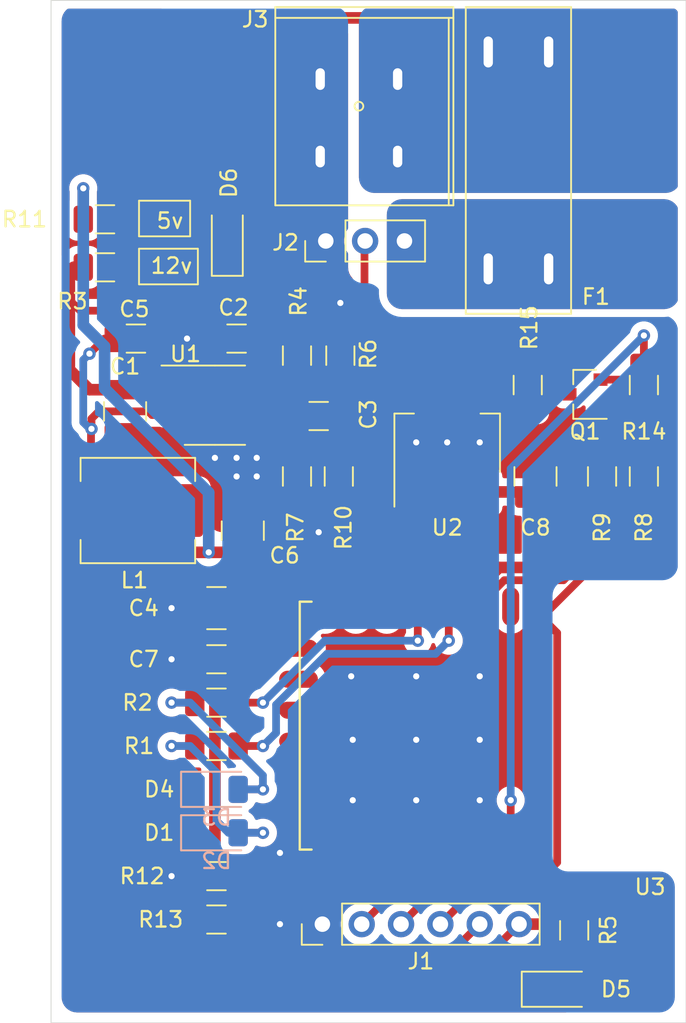
<source format=kicad_pcb>
(kicad_pcb (version 20171130) (host pcbnew "(5.1.5)-3")

  (general
    (thickness 1.6)
    (drawings 14)
    (tracks 259)
    (zones 0)
    (modules 38)
    (nets 39)
  )

  (page A4)
  (layers
    (0 F.Cu jumper)
    (31 B.Cu signal)
    (32 B.Adhes user hide)
    (33 F.Adhes user hide)
    (34 B.Paste user hide)
    (35 F.Paste user hide)
    (36 B.SilkS user)
    (37 F.SilkS user)
    (38 B.Mask user)
    (39 F.Mask user)
    (40 Dwgs.User user hide)
    (41 Cmts.User user hide)
    (42 Eco1.User user hide)
    (43 Eco2.User user hide)
    (44 Edge.Cuts user)
    (45 Margin user)
    (46 B.CrtYd user)
    (47 F.CrtYd user)
    (48 B.Fab user hide)
    (49 F.Fab user hide)
  )

  (setup
    (last_trace_width 0.75)
    (user_trace_width 0.5)
    (user_trace_width 0.75)
    (trace_clearance 0.2)
    (zone_clearance 0.508)
    (zone_45_only no)
    (trace_min 0.2)
    (via_size 0.8)
    (via_drill 0.4)
    (via_min_size 0.4)
    (via_min_drill 0.3)
    (uvia_size 0.3)
    (uvia_drill 0.1)
    (uvias_allowed no)
    (uvia_min_size 0.2)
    (uvia_min_drill 0.1)
    (edge_width 0.05)
    (segment_width 0.2)
    (pcb_text_width 0.3)
    (pcb_text_size 1.5 1.5)
    (mod_edge_width 0.12)
    (mod_text_size 1 1)
    (mod_text_width 0.15)
    (pad_size 1.524 1.524)
    (pad_drill 0.762)
    (pad_to_mask_clearance 0.051)
    (solder_mask_min_width 0.25)
    (aux_axis_origin 0 0)
    (visible_elements 7FFFFFFF)
    (pcbplotparams
      (layerselection 0x010ec_ffffffff)
      (usegerberextensions false)
      (usegerberattributes false)
      (usegerberadvancedattributes false)
      (creategerberjobfile false)
      (excludeedgelayer true)
      (linewidth 0.100000)
      (plotframeref false)
      (viasonmask false)
      (mode 1)
      (useauxorigin false)
      (hpglpennumber 1)
      (hpglpenspeed 20)
      (hpglpendiameter 15.000000)
      (psnegative false)
      (psa4output false)
      (plotreference true)
      (plotvalue false)
      (plotinvisibletext false)
      (padsonsilk false)
      (subtractmaskfromsilk false)
      (outputformat 1)
      (mirror false)
      (drillshape 0)
      (scaleselection 1)
      (outputdirectory "gerbers"))
  )

  (net 0 "")
  (net 1 GND)
  (net 2 +3V3)
  (net 3 "Net-(C5-Pad2)")
  (net 4 "Net-(C5-Pad1)")
  (net 5 +5V)
  (net 6 /RXD|CONTROL)
  (net 7 "Net-(R4-Pad2)")
  (net 8 /TXD)
  (net 9 /RESET)
  (net 10 "Net-(D1-Pad2)")
  (net 11 "Net-(F1-Pad1)")
  (net 12 "Net-(C3-Pad1)")
  (net 13 /GPIO0)
  (net 14 /GREEN_LED)
  (net 15 /RED_LED)
  (net 16 "Net-(D3-Pad2)")
  (net 17 +VDC)
  (net 18 "Net-(C1-Pad1)")
  (net 19 "Net-(C2-Pad1)")
  (net 20 "Net-(C3-Pad2)")
  (net 21 "Net-(D5-Pad2)")
  (net 22 "Net-(J2-Pad2)")
  (net 23 "Net-(R10-Pad2)")
  (net 24 "Net-(R9-Pad1)")
  (net 25 "Net-(R12-Pad2)")
  (net 26 "Net-(U3-Pad22)")
  (net 27 "Net-(U3-Pad21)")
  (net 28 "Net-(U3-Pad20)")
  (net 29 "Net-(U3-Pad19)")
  (net 30 "Net-(U3-Pad18)")
  (net 31 "Net-(U3-Pad17)")
  (net 32 "Net-(U3-Pad14)")
  (net 33 "Net-(U3-Pad13)")
  (net 34 "Net-(U3-Pad11)")
  (net 35 "Net-(U3-Pad7)")
  (net 36 "Net-(U3-Pad6)")
  (net 37 "Net-(U3-Pad2)")
  (net 38 VSS)

  (net_class Default "This is the default net class."
    (clearance 0.2)
    (trace_width 0.25)
    (via_dia 0.8)
    (via_drill 0.4)
    (uvia_dia 0.3)
    (uvia_drill 0.1)
    (add_net +3V3)
    (add_net +5V)
    (add_net +VDC)
    (add_net /GPIO0)
    (add_net /GREEN_LED)
    (add_net /RED_LED)
    (add_net /RESET)
    (add_net /RXD|CONTROL)
    (add_net /TXD)
    (add_net GND)
    (add_net "Net-(C1-Pad1)")
    (add_net "Net-(C2-Pad1)")
    (add_net "Net-(C3-Pad1)")
    (add_net "Net-(C3-Pad2)")
    (add_net "Net-(C5-Pad1)")
    (add_net "Net-(C5-Pad2)")
    (add_net "Net-(D1-Pad2)")
    (add_net "Net-(D3-Pad2)")
    (add_net "Net-(D5-Pad2)")
    (add_net "Net-(F1-Pad1)")
    (add_net "Net-(J2-Pad2)")
    (add_net "Net-(R10-Pad2)")
    (add_net "Net-(R12-Pad2)")
    (add_net "Net-(R4-Pad2)")
    (add_net "Net-(R9-Pad1)")
    (add_net "Net-(U3-Pad11)")
    (add_net "Net-(U3-Pad13)")
    (add_net "Net-(U3-Pad14)")
    (add_net "Net-(U3-Pad17)")
    (add_net "Net-(U3-Pad18)")
    (add_net "Net-(U3-Pad19)")
    (add_net "Net-(U3-Pad2)")
    (add_net "Net-(U3-Pad20)")
    (add_net "Net-(U3-Pad21)")
    (add_net "Net-(U3-Pad22)")
    (add_net "Net-(U3-Pad6)")
    (add_net "Net-(U3-Pad7)")
    (add_net VSS)
  )

  (module esp-light-box:fuseholder_blade_common_aliexpress (layer F.Cu) (tedit 5E76A833) (tstamp 5E774246)
    (at 137.7 60.3 90)
    (path /5E6D1E06)
    (fp_text reference F1 (at 1.2 8.5 180) (layer F.SilkS)
      (effects (font (size 1 1) (thickness 0.15)))
    )
    (fp_text value Fuse (at 11.1 -1.7 90) (layer F.Fab)
      (effects (font (size 1 1) (thickness 0.15)))
    )
    (fp_line (start 0.1 6.9) (end 0.1 0.1) (layer F.SilkS) (width 0.12))
    (fp_line (start 19.9 6.9) (end 0.1 6.9) (layer F.SilkS) (width 0.12))
    (fp_line (start 19.9 0.1) (end 19.9 6.9) (layer F.SilkS) (width 0.12))
    (fp_line (start 0.1 0.1) (end 19.9 0.1) (layer F.SilkS) (width 0.12))
    (fp_line (start 0.3 0.2) (end 0.3 6.8) (layer F.Fab) (width 0.12))
    (fp_line (start 19.7 0.2) (end 19.7 6.8) (layer F.Fab) (width 0.12))
    (fp_line (start 0.3 6.8) (end 19.7 6.8) (layer F.Fab) (width 0.12))
    (fp_line (start 0.3 0.2) (end 19.7 0.2) (layer F.Fab) (width 0.12))
    (fp_line (start 20 0) (end 20 7) (layer F.CrtYd) (width 0.12))
    (fp_line (start 0 0) (end 0 7) (layer F.CrtYd) (width 0.12))
    (fp_line (start 0 7) (end 20 7) (layer F.CrtYd) (width 0.12))
    (fp_line (start 0 0) (end 20 0) (layer F.CrtYd) (width 0.12))
    (pad 2 thru_hole circle (at 17 5.45 90) (size 3 3) (drill oval 2 0.6) (layers *.Cu *.Mask)
      (net 38 VSS))
    (pad 2 thru_hole circle (at 17 1.55 90) (size 3 3) (drill oval 2 0.6) (layers *.Cu *.Mask)
      (net 38 VSS))
    (pad 1 thru_hole circle (at 3 5.45 90) (size 3 3) (drill oval 2 0.6) (layers *.Cu *.Mask)
      (net 11 "Net-(F1-Pad1)"))
    (pad 1 thru_hole circle (at 3 1.55 90) (size 3 3) (drill oval 2 0.6) (layers *.Cu *.Mask)
      (net 11 "Net-(F1-Pad1)"))
  )

  (module esp-light-box:WG235-2P (layer F.Cu) (tedit 5E76A7D9) (tstamp 5E2365A9)
    (at 125.5 53.2 270)
    (path /5E21B7A6)
    (fp_text reference J3 (at -12 1.3 180) (layer F.SilkS)
      (effects (font (size 1 1) (thickness 0.15)))
    )
    (fp_text value Conn_01x02_Female (at -5.25 -5.216 180) (layer F.Fab)
      (effects (font (size 1 1) (thickness 0.15)))
    )
    (fp_line (start -12.1 -11.2) (end 0 -11.2) (layer F.SilkS) (width 0.12))
    (fp_line (start -12.1 -11.5) (end -12.1 0) (layer F.SilkS) (width 0.12))
    (fp_circle (center -6.4 -5.4) (end -6.2 -5.6) (layer F.SilkS) (width 0.12))
    (fp_line (start 0 -11.5) (end 0 0) (layer F.SilkS) (width 0.12))
    (fp_line (start -12.8 -11.5) (end 0 -11.5) (layer F.SilkS) (width 0.12))
    (fp_line (start -12.8 0) (end -12.8 -11.5) (layer F.SilkS) (width 0.12))
    (fp_line (start 0 0) (end -12.8 0) (layer F.SilkS) (width 0.12))
    (fp_line (start 0 0) (end 0 -11.5) (layer F.Fab) (width 0.12))
    (fp_line (start 0 -11.5) (end -12.8 -11.5) (layer F.Fab) (width 0.12))
    (fp_line (start -12.8 0) (end -12.8 -11.5) (layer F.Fab) (width 0.12))
    (fp_line (start -12.8 0) (end 0 0) (layer F.Fab) (width 0.12))
    (pad 1 thru_hole circle (at -8.15 -2.9 180) (size 2 2) (drill oval 0.6 1.4) (layers *.Cu *.Mask)
      (net 1 GND))
    (pad 2 thru_hole circle (at -8.15 -7.9 180) (size 2 2) (drill oval 0.6 1.4) (layers *.Cu *.Mask)
      (net 38 VSS))
    (pad 1 thru_hole circle (at -3.15 -2.9 180) (size 2 2) (drill oval 0.6 1.4) (layers *.Cu *.Mask)
      (net 1 GND))
    (pad 2 thru_hole circle (at -3.15 -7.9 180) (size 2 2) (drill oval 0.6 1.4) (layers *.Cu *.Mask)
      (net 38 VSS))
  )

  (module Resistor_SMD:R_1206_3216Metric (layer F.Cu) (tedit 5B301BBD) (tstamp 5E73FB61)
    (at 144.8 100 270)
    (descr "Resistor SMD 1206 (3216 Metric), square (rectangular) end terminal, IPC_7351 nominal, (Body size source: http://www.tortai-tech.com/upload/download/2011102023233369053.pdf), generated with kicad-footprint-generator")
    (tags resistor)
    (path /5E8E0CC6)
    (attr smd)
    (fp_text reference R5 (at 0 -2.2 90) (layer F.SilkS)
      (effects (font (size 1 1) (thickness 0.15)))
    )
    (fp_text value 120 (at 0 1.82 90) (layer F.Fab)
      (effects (font (size 1 1) (thickness 0.15)))
    )
    (fp_text user %R (at 0 0 90) (layer F.Fab)
      (effects (font (size 0.8 0.8) (thickness 0.12)))
    )
    (fp_line (start 2.28 1.12) (end -2.28 1.12) (layer F.CrtYd) (width 0.05))
    (fp_line (start 2.28 -1.12) (end 2.28 1.12) (layer F.CrtYd) (width 0.05))
    (fp_line (start -2.28 -1.12) (end 2.28 -1.12) (layer F.CrtYd) (width 0.05))
    (fp_line (start -2.28 1.12) (end -2.28 -1.12) (layer F.CrtYd) (width 0.05))
    (fp_line (start -0.602064 0.91) (end 0.602064 0.91) (layer F.SilkS) (width 0.12))
    (fp_line (start -0.602064 -0.91) (end 0.602064 -0.91) (layer F.SilkS) (width 0.12))
    (fp_line (start 1.6 0.8) (end -1.6 0.8) (layer F.Fab) (width 0.1))
    (fp_line (start 1.6 -0.8) (end 1.6 0.8) (layer F.Fab) (width 0.1))
    (fp_line (start -1.6 -0.8) (end 1.6 -0.8) (layer F.Fab) (width 0.1))
    (fp_line (start -1.6 0.8) (end -1.6 -0.8) (layer F.Fab) (width 0.1))
    (pad 2 smd roundrect (at 1.4 0 270) (size 1.25 1.75) (layers F.Cu F.Paste F.Mask) (roundrect_rratio 0.2)
      (net 21 "Net-(D5-Pad2)"))
    (pad 1 smd roundrect (at -1.4 0 270) (size 1.25 1.75) (layers F.Cu F.Paste F.Mask) (roundrect_rratio 0.2)
      (net 2 +3V3))
    (model ${KISYS3DMOD}/Resistor_SMD.3dshapes/R_1206_3216Metric.wrl
      (at (xyz 0 0 0))
      (scale (xyz 1 1 1))
      (rotate (xyz 0 0 0))
    )
  )

  (module Resistor_SMD:R_1206_3216Metric (layer F.Cu) (tedit 5B301BBD) (tstamp 5E73FB3F)
    (at 114.5 54.1 180)
    (descr "Resistor SMD 1206 (3216 Metric), square (rectangular) end terminal, IPC_7351 nominal, (Body size source: http://www.tortai-tech.com/upload/download/2011102023233369053.pdf), generated with kicad-footprint-generator")
    (tags resistor)
    (path /5E893752)
    (attr smd)
    (fp_text reference R11 (at 5.2 0 180) (layer F.SilkS)
      (effects (font (size 1 1) (thickness 0.15)))
    )
    (fp_text value 0 (at 0 1.82) (layer F.Fab)
      (effects (font (size 1 1) (thickness 0.15)))
    )
    (fp_text user %R (at 0 0) (layer F.Fab)
      (effects (font (size 0.8 0.8) (thickness 0.12)))
    )
    (fp_line (start 2.28 1.12) (end -2.28 1.12) (layer F.CrtYd) (width 0.05))
    (fp_line (start 2.28 -1.12) (end 2.28 1.12) (layer F.CrtYd) (width 0.05))
    (fp_line (start -2.28 -1.12) (end 2.28 -1.12) (layer F.CrtYd) (width 0.05))
    (fp_line (start -2.28 1.12) (end -2.28 -1.12) (layer F.CrtYd) (width 0.05))
    (fp_line (start -0.602064 0.91) (end 0.602064 0.91) (layer F.SilkS) (width 0.12))
    (fp_line (start -0.602064 -0.91) (end 0.602064 -0.91) (layer F.SilkS) (width 0.12))
    (fp_line (start 1.6 0.8) (end -1.6 0.8) (layer F.Fab) (width 0.1))
    (fp_line (start 1.6 -0.8) (end 1.6 0.8) (layer F.Fab) (width 0.1))
    (fp_line (start -1.6 -0.8) (end 1.6 -0.8) (layer F.Fab) (width 0.1))
    (fp_line (start -1.6 0.8) (end -1.6 -0.8) (layer F.Fab) (width 0.1))
    (pad 2 smd roundrect (at 1.4 0 180) (size 1.25 1.75) (layers F.Cu F.Paste F.Mask) (roundrect_rratio 0.2)
      (net 5 +5V))
    (pad 1 smd roundrect (at -1.4 0 180) (size 1.25 1.75) (layers F.Cu F.Paste F.Mask) (roundrect_rratio 0.2)
      (net 17 +VDC))
    (model ${KISYS3DMOD}/Resistor_SMD.3dshapes/R_1206_3216Metric.wrl
      (at (xyz 0 0 0))
      (scale (xyz 1 1 1))
      (rotate (xyz 0 0 0))
    )
  )

  (module Resistor_SMD:R_1206_3216Metric (layer F.Cu) (tedit 5B301BBD) (tstamp 5E742221)
    (at 114.5 57.2 180)
    (descr "Resistor SMD 1206 (3216 Metric), square (rectangular) end terminal, IPC_7351 nominal, (Body size source: http://www.tortai-tech.com/upload/download/2011102023233369053.pdf), generated with kicad-footprint-generator")
    (tags resistor)
    (path /5E88F2CA)
    (attr smd)
    (fp_text reference R3 (at 2.1 -2.2) (layer F.SilkS)
      (effects (font (size 1 1) (thickness 0.15)))
    )
    (fp_text value 0 (at 0 1.82) (layer F.Fab)
      (effects (font (size 1 1) (thickness 0.15)))
    )
    (fp_text user %R (at 0 0) (layer F.Fab)
      (effects (font (size 0.8 0.8) (thickness 0.12)))
    )
    (fp_line (start 2.28 1.12) (end -2.28 1.12) (layer F.CrtYd) (width 0.05))
    (fp_line (start 2.28 -1.12) (end 2.28 1.12) (layer F.CrtYd) (width 0.05))
    (fp_line (start -2.28 -1.12) (end 2.28 -1.12) (layer F.CrtYd) (width 0.05))
    (fp_line (start -2.28 1.12) (end -2.28 -1.12) (layer F.CrtYd) (width 0.05))
    (fp_line (start -0.602064 0.91) (end 0.602064 0.91) (layer F.SilkS) (width 0.12))
    (fp_line (start -0.602064 -0.91) (end 0.602064 -0.91) (layer F.SilkS) (width 0.12))
    (fp_line (start 1.6 0.8) (end -1.6 0.8) (layer F.Fab) (width 0.1))
    (fp_line (start 1.6 -0.8) (end 1.6 0.8) (layer F.Fab) (width 0.1))
    (fp_line (start -1.6 -0.8) (end 1.6 -0.8) (layer F.Fab) (width 0.1))
    (fp_line (start -1.6 0.8) (end -1.6 -0.8) (layer F.Fab) (width 0.1))
    (pad 2 smd roundrect (at 1.4 0 180) (size 1.25 1.75) (layers F.Cu F.Paste F.Mask) (roundrect_rratio 0.2)
      (net 18 "Net-(C1-Pad1)"))
    (pad 1 smd roundrect (at -1.4 0 180) (size 1.25 1.75) (layers F.Cu F.Paste F.Mask) (roundrect_rratio 0.2)
      (net 17 +VDC))
    (model ${KISYS3DMOD}/Resistor_SMD.3dshapes/R_1206_3216Metric.wrl
      (at (xyz 0 0 0))
      (scale (xyz 1 1 1))
      (rotate (xyz 0 0 0))
    )
  )

  (module LED_SMD:LED_1206_3216Metric (layer F.Cu) (tedit 5B301BBE) (tstamp 5E743699)
    (at 143.7 103.8)
    (descr "LED SMD 1206 (3216 Metric), square (rectangular) end terminal, IPC_7351 nominal, (Body size source: http://www.tortai-tech.com/upload/download/2011102023233369053.pdf), generated with kicad-footprint-generator")
    (tags diode)
    (path /5E8DFF3A)
    (attr smd)
    (fp_text reference D5 (at 3.8 0) (layer F.SilkS)
      (effects (font (size 1 1) (thickness 0.15)))
    )
    (fp_text value LED (at 0 1.82) (layer F.Fab)
      (effects (font (size 1 1) (thickness 0.15)))
    )
    (fp_text user %R (at 0 0) (layer F.Fab)
      (effects (font (size 0.8 0.8) (thickness 0.12)))
    )
    (fp_line (start 2.28 1.12) (end -2.28 1.12) (layer F.CrtYd) (width 0.05))
    (fp_line (start 2.28 -1.12) (end 2.28 1.12) (layer F.CrtYd) (width 0.05))
    (fp_line (start -2.28 -1.12) (end 2.28 -1.12) (layer F.CrtYd) (width 0.05))
    (fp_line (start -2.28 1.12) (end -2.28 -1.12) (layer F.CrtYd) (width 0.05))
    (fp_line (start -2.285 1.135) (end 1.6 1.135) (layer F.SilkS) (width 0.12))
    (fp_line (start -2.285 -1.135) (end -2.285 1.135) (layer F.SilkS) (width 0.12))
    (fp_line (start 1.6 -1.135) (end -2.285 -1.135) (layer F.SilkS) (width 0.12))
    (fp_line (start 1.6 0.8) (end 1.6 -0.8) (layer F.Fab) (width 0.1))
    (fp_line (start -1.6 0.8) (end 1.6 0.8) (layer F.Fab) (width 0.1))
    (fp_line (start -1.6 -0.4) (end -1.6 0.8) (layer F.Fab) (width 0.1))
    (fp_line (start -1.2 -0.8) (end -1.6 -0.4) (layer F.Fab) (width 0.1))
    (fp_line (start 1.6 -0.8) (end -1.2 -0.8) (layer F.Fab) (width 0.1))
    (pad 2 smd roundrect (at 1.4 0) (size 1.25 1.75) (layers F.Cu F.Paste F.Mask) (roundrect_rratio 0.2)
      (net 21 "Net-(D5-Pad2)"))
    (pad 1 smd roundrect (at -1.4 0) (size 1.25 1.75) (layers F.Cu F.Paste F.Mask) (roundrect_rratio 0.2)
      (net 1 GND))
    (model ${KISYS3DMOD}/LED_SMD.3dshapes/LED_1206_3216Metric.wrl
      (at (xyz 0 0 0))
      (scale (xyz 1 1 1))
      (rotate (xyz 0 0 0))
    )
  )

  (module ESP8266:ESP-12E (layer F.Cu) (tedit 5E67D155) (tstamp 5E1CF327)
    (at 142.7 79.8 270)
    (descr "Module, ESP-8266, ESP-12, 16 pad, SMD")
    (tags "Module ESP-8266 ESP8266")
    (path /5E167BD9)
    (fp_text reference U3 (at 17.4 -7 180) (layer F.SilkS)
      (effects (font (size 1 1) (thickness 0.15)))
    )
    (fp_text value ESP-12F (at 6.35 6.35 90) (layer F.Fab) hide
      (effects (font (size 1 1) (thickness 0.15)))
    )
    (fp_line (start -1.008 -8.4) (end 14.992 -8.4) (layer F.Fab) (width 0.05))
    (fp_line (start -1.008 15.6) (end -1.008 -8.4) (layer F.Fab) (width 0.05))
    (fp_line (start 14.992 15.6) (end -1.008 15.6) (layer F.Fab) (width 0.05))
    (fp_line (start 15 -8.4) (end 15 15.6) (layer F.Fab) (width 0.05))
    (fp_line (start -1.008 -2.6) (end 14.992 -2.6) (layer F.CrtYd) (width 0.1524))
    (fp_text user "No Copper" (at 6.892 -5.4 90) (layer F.CrtYd)
      (effects (font (size 1 1) (thickness 0.15)))
    )
    (fp_line (start -1.008 -8.4) (end 14.992 -2.6) (layer F.CrtYd) (width 0.1524))
    (fp_line (start 14.992 -8.4) (end -1.008 -2.6) (layer F.CrtYd) (width 0.1524))
    (fp_line (start 14.986 15.621) (end 14.986 14.859) (layer F.SilkS) (width 0.1524))
    (fp_line (start -1.016 15.621) (end 14.986 15.621) (layer F.SilkS) (width 0.1524))
    (fp_line (start -1.016 14.859) (end -1.016 15.621) (layer F.SilkS) (width 0.1524))
    (fp_line (start -1.016 -8.382) (end -1.016 -1.016) (layer F.CrtYd) (width 0.1524))
    (fp_line (start 14.986 -8.382) (end 14.986 -0.889) (layer F.CrtYd) (width 0.1524))
    (fp_line (start -1.016 -8.382) (end 14.986 -8.382) (layer F.CrtYd) (width 0.1524))
    (fp_line (start -2.25 16) (end -2.25 -0.5) (layer F.CrtYd) (width 0.05))
    (fp_line (start 16.25 16) (end -2.25 16) (layer F.CrtYd) (width 0.05))
    (fp_line (start 16.25 -8.75) (end 16.25 16) (layer F.CrtYd) (width 0.05))
    (fp_line (start 15.25 -8.75) (end 16.25 -8.75) (layer F.CrtYd) (width 0.05))
    (fp_line (start -2.25 -8.75) (end 15.25 -8.75) (layer F.CrtYd) (width 0.05))
    (fp_line (start -2.25 -0.5) (end -2.25 -8.75) (layer F.CrtYd) (width 0.05))
    (pad 22 smd oval (at 11.99 15) (size 2.5 1.1) (drill (offset -0.7 0)) (layers F.Cu F.Paste F.Mask)
      (net 26 "Net-(U3-Pad22)"))
    (pad 21 smd oval (at 9.99 15) (size 2.5 1.1) (drill (offset -0.7 0)) (layers F.Cu F.Paste F.Mask)
      (net 27 "Net-(U3-Pad21)"))
    (pad 20 smd oval (at 7.99 15) (size 2.5 1.1) (drill (offset -0.7 0)) (layers F.Cu F.Paste F.Mask)
      (net 28 "Net-(U3-Pad20)"))
    (pad 19 smd oval (at 5.99 15) (size 2.5 1.1) (drill (offset -0.7 0)) (layers F.Cu F.Paste F.Mask)
      (net 29 "Net-(U3-Pad19)"))
    (pad 18 smd oval (at 3.99 15) (size 2.5 1.1) (drill (offset -0.7 0)) (layers F.Cu F.Paste F.Mask)
      (net 30 "Net-(U3-Pad18)"))
    (pad 17 smd oval (at 1.99 15) (size 2.5 1.1) (drill (offset -0.7 0)) (layers F.Cu F.Paste F.Mask)
      (net 31 "Net-(U3-Pad17)"))
    (pad 16 smd oval (at 14 0 270) (size 2.5 1.1) (drill (offset 0.7 0)) (layers F.Cu F.Paste F.Mask)
      (net 8 /TXD))
    (pad 15 smd oval (at 14 2 270) (size 2.5 1.1) (drill (offset 0.7 0)) (layers F.Cu F.Paste F.Mask)
      (net 6 /RXD|CONTROL))
    (pad 14 smd oval (at 14 4 270) (size 2.5 1.1) (drill (offset 0.7 0)) (layers F.Cu F.Paste F.Mask)
      (net 32 "Net-(U3-Pad14)"))
    (pad 13 smd oval (at 14 6 270) (size 2.5 1.1) (drill (offset 0.7 0)) (layers F.Cu F.Paste F.Mask)
      (net 33 "Net-(U3-Pad13)"))
    (pad 12 smd oval (at 14 8 270) (size 2.5 1.1) (drill (offset 0.7 0)) (layers F.Cu F.Paste F.Mask)
      (net 13 /GPIO0))
    (pad 11 smd oval (at 14 10 270) (size 2.5 1.1) (drill (offset 0.7 0)) (layers F.Cu F.Paste F.Mask)
      (net 34 "Net-(U3-Pad11)"))
    (pad 10 smd oval (at 14 12 270) (size 2.5 1.1) (drill (offset 0.6 0)) (layers F.Cu F.Paste F.Mask)
      (net 25 "Net-(R12-Pad2)"))
    (pad 9 smd oval (at 14 14 270) (size 2.5 1.1) (drill (offset 0.7 0)) (layers F.Cu F.Paste F.Mask)
      (net 1 GND))
    (pad 8 smd oval (at 0 14 270) (size 2.5 1.1) (drill (offset -0.7 0)) (layers F.Cu F.Paste F.Mask)
      (net 2 +3V3))
    (pad 7 smd oval (at 0 12 270) (size 2.5 1.1) (drill (offset -0.7 0)) (layers F.Cu F.Paste F.Mask)
      (net 35 "Net-(U3-Pad7)"))
    (pad 6 smd oval (at 0 10 270) (size 2.5 1.1) (drill (offset -0.7 0)) (layers F.Cu F.Paste F.Mask)
      (net 36 "Net-(U3-Pad6)"))
    (pad 5 smd oval (at 0 8 270) (size 2.5 1.1) (drill (offset -0.7 0)) (layers F.Cu F.Paste F.Mask)
      (net 15 /RED_LED))
    (pad 4 smd oval (at 0 6 270) (size 2.5 1.1) (drill (offset -0.7 0)) (layers F.Cu F.Paste F.Mask)
      (net 14 /GREEN_LED))
    (pad 3 smd oval (at 0 4 270) (size 2.5 1.1) (drill (offset -0.7 0)) (layers F.Cu F.Paste F.Mask)
      (net 24 "Net-(R9-Pad1)"))
    (pad 2 smd oval (at 0 2 270) (size 2.5 1.1) (drill (offset -0.7 0)) (layers F.Cu F.Paste F.Mask)
      (net 37 "Net-(U3-Pad2)"))
    (pad 1 smd rect (at 0 0 270) (size 2.5 1.1) (drill (offset -0.7 0)) (layers F.Cu F.Paste F.Mask)
      (net 9 /RESET))
    (model ${ESPLIB}/ESP8266.3dshapes/ESP-12E.wrl
      (at (xyz 0 0 0))
      (scale (xyz 0.3937 0.3937 0.3937))
      (rotate (xyz 0 0 0))
    )
  )

  (module Connector_PinHeader_2.54mm:PinHeader_1x06_P2.54mm_Vertical (layer F.Cu) (tedit 59FED5CC) (tstamp 5E236591)
    (at 128.54 99.6 90)
    (descr "Through hole straight pin header, 1x06, 2.54mm pitch, single row")
    (tags "Through hole pin header THT 1x06 2.54mm single row")
    (path /5E20E50C)
    (fp_text reference J1 (at -2.4 6.36 180) (layer F.SilkS)
      (effects (font (size 1 1) (thickness 0.15)))
    )
    (fp_text value Conn_01x03 (at 0 15.03 90) (layer F.Fab)
      (effects (font (size 1 1) (thickness 0.15)))
    )
    (fp_text user %R (at 0 6.35) (layer F.Fab)
      (effects (font (size 1 1) (thickness 0.15)))
    )
    (fp_line (start 1.8 -1.8) (end -1.8 -1.8) (layer F.CrtYd) (width 0.05))
    (fp_line (start 1.8 14.5) (end 1.8 -1.8) (layer F.CrtYd) (width 0.05))
    (fp_line (start -1.8 14.5) (end 1.8 14.5) (layer F.CrtYd) (width 0.05))
    (fp_line (start -1.8 -1.8) (end -1.8 14.5) (layer F.CrtYd) (width 0.05))
    (fp_line (start -1.33 -1.33) (end 0 -1.33) (layer F.SilkS) (width 0.12))
    (fp_line (start -1.33 0) (end -1.33 -1.33) (layer F.SilkS) (width 0.12))
    (fp_line (start -1.33 1.27) (end 1.33 1.27) (layer F.SilkS) (width 0.12))
    (fp_line (start 1.33 1.27) (end 1.33 14.03) (layer F.SilkS) (width 0.12))
    (fp_line (start -1.33 1.27) (end -1.33 14.03) (layer F.SilkS) (width 0.12))
    (fp_line (start -1.33 14.03) (end 1.33 14.03) (layer F.SilkS) (width 0.12))
    (fp_line (start -1.27 -0.635) (end -0.635 -1.27) (layer F.Fab) (width 0.1))
    (fp_line (start -1.27 13.97) (end -1.27 -0.635) (layer F.Fab) (width 0.1))
    (fp_line (start 1.27 13.97) (end -1.27 13.97) (layer F.Fab) (width 0.1))
    (fp_line (start 1.27 -1.27) (end 1.27 13.97) (layer F.Fab) (width 0.1))
    (fp_line (start -0.635 -1.27) (end 1.27 -1.27) (layer F.Fab) (width 0.1))
    (pad 6 thru_hole oval (at 0 12.7 90) (size 1.7 1.7) (drill 1) (layers *.Cu *.Mask)
      (net 2 +3V3))
    (pad 5 thru_hole oval (at 0 10.16 90) (size 1.7 1.7) (drill 1) (layers *.Cu *.Mask)
      (net 13 /GPIO0))
    (pad 4 thru_hole oval (at 0 7.62 90) (size 1.7 1.7) (drill 1) (layers *.Cu *.Mask)
      (net 9 /RESET))
    (pad 3 thru_hole oval (at 0 5.08 90) (size 1.7 1.7) (drill 1) (layers *.Cu *.Mask)
      (net 8 /TXD))
    (pad 2 thru_hole oval (at 0 2.54 90) (size 1.7 1.7) (drill 1) (layers *.Cu *.Mask)
      (net 6 /RXD|CONTROL))
    (pad 1 thru_hole rect (at 0 0 90) (size 1.7 1.7) (drill 1) (layers *.Cu *.Mask)
      (net 1 GND))
    (model ${KISYS3DMOD}/Connector_PinHeader_2.54mm.3dshapes/PinHeader_1x06_P2.54mm_Vertical.wrl
      (at (xyz 0 0 0))
      (scale (xyz 1 1 1))
      (rotate (xyz 0 0 0))
    )
  )

  (module LED_SMD:LED_1206_3216Metric (layer F.Cu) (tedit 5B301BBE) (tstamp 5E72B4C6)
    (at 121.7 90.9)
    (descr "LED SMD 1206 (3216 Metric), square (rectangular) end terminal, IPC_7351 nominal, (Body size source: http://www.tortai-tech.com/upload/download/2011102023233369053.pdf), generated with kicad-footprint-generator")
    (tags diode)
    (path /5E791CF2)
    (attr smd)
    (fp_text reference D4 (at -3.7 0) (layer F.SilkS)
      (effects (font (size 1 1) (thickness 0.15)))
    )
    (fp_text value LED (at 0 1.82) (layer F.Fab)
      (effects (font (size 1 1) (thickness 0.15)))
    )
    (fp_text user %R (at 0 0) (layer F.Fab)
      (effects (font (size 0.8 0.8) (thickness 0.12)))
    )
    (fp_line (start 2.28 1.12) (end -2.28 1.12) (layer F.CrtYd) (width 0.05))
    (fp_line (start 2.28 -1.12) (end 2.28 1.12) (layer F.CrtYd) (width 0.05))
    (fp_line (start -2.28 -1.12) (end 2.28 -1.12) (layer F.CrtYd) (width 0.05))
    (fp_line (start -2.28 1.12) (end -2.28 -1.12) (layer F.CrtYd) (width 0.05))
    (fp_line (start -2.285 1.135) (end 1.6 1.135) (layer F.SilkS) (width 0.12))
    (fp_line (start -2.285 -1.135) (end -2.285 1.135) (layer F.SilkS) (width 0.12))
    (fp_line (start 1.6 -1.135) (end -2.285 -1.135) (layer F.SilkS) (width 0.12))
    (fp_line (start 1.6 0.8) (end 1.6 -0.8) (layer F.Fab) (width 0.1))
    (fp_line (start -1.6 0.8) (end 1.6 0.8) (layer F.Fab) (width 0.1))
    (fp_line (start -1.6 -0.4) (end -1.6 0.8) (layer F.Fab) (width 0.1))
    (fp_line (start -1.2 -0.8) (end -1.6 -0.4) (layer F.Fab) (width 0.1))
    (fp_line (start 1.6 -0.8) (end -1.2 -0.8) (layer F.Fab) (width 0.1))
    (pad 2 smd roundrect (at 1.4 0) (size 1.25 1.75) (layers F.Cu F.Paste F.Mask) (roundrect_rratio 0.2)
      (net 16 "Net-(D3-Pad2)"))
    (pad 1 smd roundrect (at -1.4 0) (size 1.25 1.75) (layers F.Cu F.Paste F.Mask) (roundrect_rratio 0.2)
      (net 1 GND))
    (model ${KISYS3DMOD}/LED_SMD.3dshapes/LED_1206_3216Metric.wrl
      (at (xyz 0 0 0))
      (scale (xyz 1 1 1))
      (rotate (xyz 0 0 0))
    )
  )

  (module LED_SMD:LED_1206_3216Metric (layer F.Cu) (tedit 5B301BBE) (tstamp 5E72B4B3)
    (at 121.7 93.7)
    (descr "LED SMD 1206 (3216 Metric), square (rectangular) end terminal, IPC_7351 nominal, (Body size source: http://www.tortai-tech.com/upload/download/2011102023233369053.pdf), generated with kicad-footprint-generator")
    (tags diode)
    (path /5E78F5E3)
    (attr smd)
    (fp_text reference D1 (at -3.7 0) (layer F.SilkS)
      (effects (font (size 1 1) (thickness 0.15)))
    )
    (fp_text value LED (at 0 1.82) (layer F.Fab)
      (effects (font (size 1 1) (thickness 0.15)))
    )
    (fp_text user %R (at 0 0) (layer F.Fab)
      (effects (font (size 0.8 0.8) (thickness 0.12)))
    )
    (fp_line (start 2.28 1.12) (end -2.28 1.12) (layer F.CrtYd) (width 0.05))
    (fp_line (start 2.28 -1.12) (end 2.28 1.12) (layer F.CrtYd) (width 0.05))
    (fp_line (start -2.28 -1.12) (end 2.28 -1.12) (layer F.CrtYd) (width 0.05))
    (fp_line (start -2.28 1.12) (end -2.28 -1.12) (layer F.CrtYd) (width 0.05))
    (fp_line (start -2.285 1.135) (end 1.6 1.135) (layer F.SilkS) (width 0.12))
    (fp_line (start -2.285 -1.135) (end -2.285 1.135) (layer F.SilkS) (width 0.12))
    (fp_line (start 1.6 -1.135) (end -2.285 -1.135) (layer F.SilkS) (width 0.12))
    (fp_line (start 1.6 0.8) (end 1.6 -0.8) (layer F.Fab) (width 0.1))
    (fp_line (start -1.6 0.8) (end 1.6 0.8) (layer F.Fab) (width 0.1))
    (fp_line (start -1.6 -0.4) (end -1.6 0.8) (layer F.Fab) (width 0.1))
    (fp_line (start -1.2 -0.8) (end -1.6 -0.4) (layer F.Fab) (width 0.1))
    (fp_line (start 1.6 -0.8) (end -1.2 -0.8) (layer F.Fab) (width 0.1))
    (pad 2 smd roundrect (at 1.4 0) (size 1.25 1.75) (layers F.Cu F.Paste F.Mask) (roundrect_rratio 0.2)
      (net 10 "Net-(D1-Pad2)"))
    (pad 1 smd roundrect (at -1.4 0) (size 1.25 1.75) (layers F.Cu F.Paste F.Mask) (roundrect_rratio 0.2)
      (net 1 GND))
    (model ${KISYS3DMOD}/LED_SMD.3dshapes/LED_1206_3216Metric.wrl
      (at (xyz 0 0 0))
      (scale (xyz 1 1 1))
      (rotate (xyz 0 0 0))
    )
  )

  (module Resistor_SMD:R_1206_3216Metric (layer F.Cu) (tedit 5B301BBD) (tstamp 5E258FD2)
    (at 141.8 64.8 270)
    (descr "Resistor SMD 1206 (3216 Metric), square (rectangular) end terminal, IPC_7351 nominal, (Body size source: http://www.tortai-tech.com/upload/download/2011102023233369053.pdf), generated with kicad-footprint-generator")
    (tags resistor)
    (path /5E245681)
    (attr smd)
    (fp_text reference R15 (at -3.7 -0.1 90) (layer F.SilkS)
      (effects (font (size 1 1) (thickness 0.15)))
    )
    (fp_text value 10K (at 0 1.82 90) (layer F.Fab)
      (effects (font (size 1 1) (thickness 0.15)))
    )
    (fp_text user %R (at 0 0 90) (layer F.Fab)
      (effects (font (size 0.8 0.8) (thickness 0.12)))
    )
    (fp_line (start 2.28 1.12) (end -2.28 1.12) (layer F.CrtYd) (width 0.05))
    (fp_line (start 2.28 -1.12) (end 2.28 1.12) (layer F.CrtYd) (width 0.05))
    (fp_line (start -2.28 -1.12) (end 2.28 -1.12) (layer F.CrtYd) (width 0.05))
    (fp_line (start -2.28 1.12) (end -2.28 -1.12) (layer F.CrtYd) (width 0.05))
    (fp_line (start -0.602064 0.91) (end 0.602064 0.91) (layer F.SilkS) (width 0.12))
    (fp_line (start -0.602064 -0.91) (end 0.602064 -0.91) (layer F.SilkS) (width 0.12))
    (fp_line (start 1.6 0.8) (end -1.6 0.8) (layer F.Fab) (width 0.1))
    (fp_line (start 1.6 -0.8) (end 1.6 0.8) (layer F.Fab) (width 0.1))
    (fp_line (start -1.6 -0.8) (end 1.6 -0.8) (layer F.Fab) (width 0.1))
    (fp_line (start -1.6 0.8) (end -1.6 -0.8) (layer F.Fab) (width 0.1))
    (pad 2 smd roundrect (at 1.4 0 270) (size 1.25 1.75) (layers F.Cu F.Paste F.Mask) (roundrect_rratio 0.2)
      (net 5 +5V))
    (pad 1 smd roundrect (at -1.4 0 270) (size 1.25 1.75) (layers F.Cu F.Paste F.Mask) (roundrect_rratio 0.2)
      (net 22 "Net-(J2-Pad2)"))
    (model ${KISYS3DMOD}/Resistor_SMD.3dshapes/R_1206_3216Metric.wrl
      (at (xyz 0 0 0))
      (scale (xyz 1 1 1))
      (rotate (xyz 0 0 0))
    )
  )

  (module Resistor_SMD:R_1206_3216Metric (layer F.Cu) (tedit 5B301BBD) (tstamp 5E1CF2E8)
    (at 149.3 64.8 270)
    (descr "Resistor SMD 1206 (3216 Metric), square (rectangular) end terminal, IPC_7351 nominal, (Body size source: http://www.tortai-tech.com/upload/download/2011102023233369053.pdf), generated with kicad-footprint-generator")
    (tags resistor)
    (path /5E249C5E)
    (attr smd)
    (fp_text reference R14 (at 3 0 180) (layer F.SilkS)
      (effects (font (size 1 1) (thickness 0.15)))
    )
    (fp_text value 10K (at 0 1.82 90) (layer F.Fab)
      (effects (font (size 1 1) (thickness 0.15)))
    )
    (fp_text user %R (at 0 0 90) (layer F.Fab)
      (effects (font (size 0.8 0.8) (thickness 0.12)))
    )
    (fp_line (start 2.28 1.12) (end -2.28 1.12) (layer F.CrtYd) (width 0.05))
    (fp_line (start 2.28 -1.12) (end 2.28 1.12) (layer F.CrtYd) (width 0.05))
    (fp_line (start -2.28 -1.12) (end 2.28 -1.12) (layer F.CrtYd) (width 0.05))
    (fp_line (start -2.28 1.12) (end -2.28 -1.12) (layer F.CrtYd) (width 0.05))
    (fp_line (start -0.602064 0.91) (end 0.602064 0.91) (layer F.SilkS) (width 0.12))
    (fp_line (start -0.602064 -0.91) (end 0.602064 -0.91) (layer F.SilkS) (width 0.12))
    (fp_line (start 1.6 0.8) (end -1.6 0.8) (layer F.Fab) (width 0.1))
    (fp_line (start 1.6 -0.8) (end 1.6 0.8) (layer F.Fab) (width 0.1))
    (fp_line (start -1.6 -0.8) (end 1.6 -0.8) (layer F.Fab) (width 0.1))
    (fp_line (start -1.6 0.8) (end -1.6 -0.8) (layer F.Fab) (width 0.1))
    (pad 2 smd roundrect (at 1.4 0 270) (size 1.25 1.75) (layers F.Cu F.Paste F.Mask) (roundrect_rratio 0.2)
      (net 2 +3V3))
    (pad 1 smd roundrect (at -1.4 0 270) (size 1.25 1.75) (layers F.Cu F.Paste F.Mask) (roundrect_rratio 0.2)
      (net 6 /RXD|CONTROL))
    (model ${KISYS3DMOD}/Resistor_SMD.3dshapes/R_1206_3216Metric.wrl
      (at (xyz 0 0 0))
      (scale (xyz 1 1 1))
      (rotate (xyz 0 0 0))
    )
  )

  (module Resistor_SMD:R_1206_3216Metric (layer F.Cu) (tedit 5B301BBD) (tstamp 5E1CF2D7)
    (at 129.6 70.7 90)
    (descr "Resistor SMD 1206 (3216 Metric), square (rectangular) end terminal, IPC_7351 nominal, (Body size source: http://www.tortai-tech.com/upload/download/2011102023233369053.pdf), generated with kicad-footprint-generator")
    (tags resistor)
    (path /5E19C880)
    (attr smd)
    (fp_text reference R10 (at -3.3 0.3 90) (layer F.SilkS)
      (effects (font (size 1 1) (thickness 0.15)))
    )
    (fp_text value 44.2K (at 0 1.82 90) (layer F.Fab)
      (effects (font (size 1 1) (thickness 0.15)))
    )
    (fp_text user %R (at 0 0 90) (layer F.Fab)
      (effects (font (size 0.8 0.8) (thickness 0.12)))
    )
    (fp_line (start 2.28 1.12) (end -2.28 1.12) (layer F.CrtYd) (width 0.05))
    (fp_line (start 2.28 -1.12) (end 2.28 1.12) (layer F.CrtYd) (width 0.05))
    (fp_line (start -2.28 -1.12) (end 2.28 -1.12) (layer F.CrtYd) (width 0.05))
    (fp_line (start -2.28 1.12) (end -2.28 -1.12) (layer F.CrtYd) (width 0.05))
    (fp_line (start -0.602064 0.91) (end 0.602064 0.91) (layer F.SilkS) (width 0.12))
    (fp_line (start -0.602064 -0.91) (end 0.602064 -0.91) (layer F.SilkS) (width 0.12))
    (fp_line (start 1.6 0.8) (end -1.6 0.8) (layer F.Fab) (width 0.1))
    (fp_line (start 1.6 -0.8) (end 1.6 0.8) (layer F.Fab) (width 0.1))
    (fp_line (start -1.6 -0.8) (end 1.6 -0.8) (layer F.Fab) (width 0.1))
    (fp_line (start -1.6 0.8) (end -1.6 -0.8) (layer F.Fab) (width 0.1))
    (pad 2 smd roundrect (at 1.4 0 90) (size 1.25 1.75) (layers F.Cu F.Paste F.Mask) (roundrect_rratio 0.2)
      (net 23 "Net-(R10-Pad2)"))
    (pad 1 smd roundrect (at -1.4 0 90) (size 1.25 1.75) (layers F.Cu F.Paste F.Mask) (roundrect_rratio 0.2)
      (net 5 +5V))
    (model ${KISYS3DMOD}/Resistor_SMD.3dshapes/R_1206_3216Metric.wrl
      (at (xyz 0 0 0))
      (scale (xyz 1 1 1))
      (rotate (xyz 0 0 0))
    )
  )

  (module Resistor_SMD:R_1206_3216Metric (layer F.Cu) (tedit 5B301BBD) (tstamp 5E1CF2C6)
    (at 126.9 70.7 270)
    (descr "Resistor SMD 1206 (3216 Metric), square (rectangular) end terminal, IPC_7351 nominal, (Body size source: http://www.tortai-tech.com/upload/download/2011102023233369053.pdf), generated with kicad-footprint-generator")
    (tags resistor)
    (path /5E19C5B2)
    (attr smd)
    (fp_text reference R7 (at 3.3 0.1 90) (layer F.SilkS)
      (effects (font (size 1 1) (thickness 0.15)))
    )
    (fp_text value 10K/1% (at 0 1.82 90) (layer F.Fab)
      (effects (font (size 1 1) (thickness 0.15)))
    )
    (fp_text user %R (at 0 0 90) (layer F.Fab)
      (effects (font (size 0.8 0.8) (thickness 0.12)))
    )
    (fp_line (start 2.28 1.12) (end -2.28 1.12) (layer F.CrtYd) (width 0.05))
    (fp_line (start 2.28 -1.12) (end 2.28 1.12) (layer F.CrtYd) (width 0.05))
    (fp_line (start -2.28 -1.12) (end 2.28 -1.12) (layer F.CrtYd) (width 0.05))
    (fp_line (start -2.28 1.12) (end -2.28 -1.12) (layer F.CrtYd) (width 0.05))
    (fp_line (start -0.602064 0.91) (end 0.602064 0.91) (layer F.SilkS) (width 0.12))
    (fp_line (start -0.602064 -0.91) (end 0.602064 -0.91) (layer F.SilkS) (width 0.12))
    (fp_line (start 1.6 0.8) (end -1.6 0.8) (layer F.Fab) (width 0.1))
    (fp_line (start 1.6 -0.8) (end 1.6 0.8) (layer F.Fab) (width 0.1))
    (fp_line (start -1.6 -0.8) (end 1.6 -0.8) (layer F.Fab) (width 0.1))
    (fp_line (start -1.6 0.8) (end -1.6 -0.8) (layer F.Fab) (width 0.1))
    (pad 2 smd roundrect (at 1.4 0 270) (size 1.25 1.75) (layers F.Cu F.Paste F.Mask) (roundrect_rratio 0.2)
      (net 1 GND))
    (pad 1 smd roundrect (at -1.4 0 270) (size 1.25 1.75) (layers F.Cu F.Paste F.Mask) (roundrect_rratio 0.2)
      (net 23 "Net-(R10-Pad2)"))
    (model ${KISYS3DMOD}/Resistor_SMD.3dshapes/R_1206_3216Metric.wrl
      (at (xyz 0 0 0))
      (scale (xyz 1 1 1))
      (rotate (xyz 0 0 0))
    )
  )

  (module Resistor_SMD:R_1206_3216Metric (layer F.Cu) (tedit 5B301BBD) (tstamp 5E1CF2B5)
    (at 129.7 62.9 90)
    (descr "Resistor SMD 1206 (3216 Metric), square (rectangular) end terminal, IPC_7351 nominal, (Body size source: http://www.tortai-tech.com/upload/download/2011102023233369053.pdf), generated with kicad-footprint-generator")
    (tags resistor)
    (path /5E19B5E2)
    (attr smd)
    (fp_text reference R6 (at 0.1 1.8 270) (layer F.SilkS)
      (effects (font (size 1 1) (thickness 0.15)))
    )
    (fp_text value 6.8K (at 0 1.82 90) (layer F.Fab)
      (effects (font (size 1 1) (thickness 0.15)))
    )
    (fp_text user %R (at 0 0 90) (layer F.Fab)
      (effects (font (size 0.8 0.8) (thickness 0.12)))
    )
    (fp_line (start 2.28 1.12) (end -2.28 1.12) (layer F.CrtYd) (width 0.05))
    (fp_line (start 2.28 -1.12) (end 2.28 1.12) (layer F.CrtYd) (width 0.05))
    (fp_line (start -2.28 -1.12) (end 2.28 -1.12) (layer F.CrtYd) (width 0.05))
    (fp_line (start -2.28 1.12) (end -2.28 -1.12) (layer F.CrtYd) (width 0.05))
    (fp_line (start -0.602064 0.91) (end 0.602064 0.91) (layer F.SilkS) (width 0.12))
    (fp_line (start -0.602064 -0.91) (end 0.602064 -0.91) (layer F.SilkS) (width 0.12))
    (fp_line (start 1.6 0.8) (end -1.6 0.8) (layer F.Fab) (width 0.1))
    (fp_line (start 1.6 -0.8) (end 1.6 0.8) (layer F.Fab) (width 0.1))
    (fp_line (start -1.6 -0.8) (end 1.6 -0.8) (layer F.Fab) (width 0.1))
    (fp_line (start -1.6 0.8) (end -1.6 -0.8) (layer F.Fab) (width 0.1))
    (pad 2 smd roundrect (at 1.4 0 90) (size 1.25 1.75) (layers F.Cu F.Paste F.Mask) (roundrect_rratio 0.2)
      (net 1 GND))
    (pad 1 smd roundrect (at -1.4 0 90) (size 1.25 1.75) (layers F.Cu F.Paste F.Mask) (roundrect_rratio 0.2)
      (net 20 "Net-(C3-Pad2)"))
    (model ${KISYS3DMOD}/Resistor_SMD.3dshapes/R_1206_3216Metric.wrl
      (at (xyz 0 0 0))
      (scale (xyz 1 1 1))
      (rotate (xyz 0 0 0))
    )
  )

  (module Resistor_SMD:R_1206_3216Metric (layer F.Cu) (tedit 5B301BBD) (tstamp 5E1CF2A4)
    (at 126.9 62.9 270)
    (descr "Resistor SMD 1206 (3216 Metric), square (rectangular) end terminal, IPC_7351 nominal, (Body size source: http://www.tortai-tech.com/upload/download/2011102023233369053.pdf), generated with kicad-footprint-generator")
    (tags resistor)
    (path /5E1B7154)
    (attr smd)
    (fp_text reference R4 (at -3.5 -0.1 90) (layer F.SilkS)
      (effects (font (size 1 1) (thickness 0.15)))
    )
    (fp_text value 100K (at 0 1.82 90) (layer F.Fab)
      (effects (font (size 1 1) (thickness 0.15)))
    )
    (fp_text user %R (at -0.1075 0 90) (layer F.Fab)
      (effects (font (size 0.8 0.8) (thickness 0.12)))
    )
    (fp_line (start 2.28 1.12) (end -2.28 1.12) (layer F.CrtYd) (width 0.05))
    (fp_line (start 2.28 -1.12) (end 2.28 1.12) (layer F.CrtYd) (width 0.05))
    (fp_line (start -2.28 -1.12) (end 2.28 -1.12) (layer F.CrtYd) (width 0.05))
    (fp_line (start -2.28 1.12) (end -2.28 -1.12) (layer F.CrtYd) (width 0.05))
    (fp_line (start -0.602064 0.91) (end 0.602064 0.91) (layer F.SilkS) (width 0.12))
    (fp_line (start -0.602064 -0.91) (end 0.602064 -0.91) (layer F.SilkS) (width 0.12))
    (fp_line (start 1.6 0.8) (end -1.6 0.8) (layer F.Fab) (width 0.1))
    (fp_line (start 1.6 -0.8) (end 1.6 0.8) (layer F.Fab) (width 0.1))
    (fp_line (start -1.6 -0.8) (end 1.6 -0.8) (layer F.Fab) (width 0.1))
    (fp_line (start -1.6 0.8) (end -1.6 -0.8) (layer F.Fab) (width 0.1))
    (pad 2 smd roundrect (at 1.4 0 270) (size 1.25 1.75) (layers F.Cu F.Paste F.Mask) (roundrect_rratio 0.2)
      (net 7 "Net-(R4-Pad2)"))
    (pad 1 smd roundrect (at -1.4 0 270) (size 1.25 1.75) (layers F.Cu F.Paste F.Mask) (roundrect_rratio 0.2)
      (net 18 "Net-(C1-Pad1)"))
    (model ${KISYS3DMOD}/Resistor_SMD.3dshapes/R_1206_3216Metric.wrl
      (at (xyz 0 0 0))
      (scale (xyz 1 1 1))
      (rotate (xyz 0 0 0))
    )
  )

  (module Resistor_SMD:R_1206_3216Metric (layer F.Cu) (tedit 5B301BBD) (tstamp 5E68482A)
    (at 121.7 96.5)
    (descr "Resistor SMD 1206 (3216 Metric), square (rectangular) end terminal, IPC_7351 nominal, (Body size source: http://www.tortai-tech.com/upload/download/2011102023233369053.pdf), generated with kicad-footprint-generator")
    (tags resistor)
    (path /5E175839)
    (attr smd)
    (fp_text reference R12 (at -4.8 0) (layer F.SilkS)
      (effects (font (size 1 1) (thickness 0.15)))
    )
    (fp_text value 10K (at 0 1.82) (layer F.Fab)
      (effects (font (size 1 1) (thickness 0.15)))
    )
    (fp_text user %R (at 0 0) (layer F.Fab)
      (effects (font (size 0.8 0.8) (thickness 0.12)))
    )
    (fp_line (start 2.28 1.12) (end -2.28 1.12) (layer F.CrtYd) (width 0.05))
    (fp_line (start 2.28 -1.12) (end 2.28 1.12) (layer F.CrtYd) (width 0.05))
    (fp_line (start -2.28 -1.12) (end 2.28 -1.12) (layer F.CrtYd) (width 0.05))
    (fp_line (start -2.28 1.12) (end -2.28 -1.12) (layer F.CrtYd) (width 0.05))
    (fp_line (start -0.602064 0.91) (end 0.602064 0.91) (layer F.SilkS) (width 0.12))
    (fp_line (start -0.602064 -0.91) (end 0.602064 -0.91) (layer F.SilkS) (width 0.12))
    (fp_line (start 1.6 0.8) (end -1.6 0.8) (layer F.Fab) (width 0.1))
    (fp_line (start 1.6 -0.8) (end 1.6 0.8) (layer F.Fab) (width 0.1))
    (fp_line (start -1.6 -0.8) (end 1.6 -0.8) (layer F.Fab) (width 0.1))
    (fp_line (start -1.6 0.8) (end -1.6 -0.8) (layer F.Fab) (width 0.1))
    (pad 2 smd roundrect (at 1.4 0) (size 1.25 1.75) (layers F.Cu F.Paste F.Mask) (roundrect_rratio 0.2)
      (net 25 "Net-(R12-Pad2)"))
    (pad 1 smd roundrect (at -1.4 0) (size 1.25 1.75) (layers F.Cu F.Paste F.Mask) (roundrect_rratio 0.2)
      (net 1 GND))
    (model ${KISYS3DMOD}/Resistor_SMD.3dshapes/R_1206_3216Metric.wrl
      (at (xyz 0 0 0))
      (scale (xyz 1 1 1))
      (rotate (xyz 0 0 0))
    )
  )

  (module Resistor_SMD:R_1206_3216Metric (layer F.Cu) (tedit 5B301BBD) (tstamp 5E1CF282)
    (at 121.7 99.3)
    (descr "Resistor SMD 1206 (3216 Metric), square (rectangular) end terminal, IPC_7351 nominal, (Body size source: http://www.tortai-tech.com/upload/download/2011102023233369053.pdf), generated with kicad-footprint-generator")
    (tags resistor)
    (path /5E175574)
    (attr smd)
    (fp_text reference R13 (at -3.6 0) (layer F.SilkS)
      (effects (font (size 1 1) (thickness 0.15)))
    )
    (fp_text value 10K (at 0 1.82) (layer F.Fab)
      (effects (font (size 1 1) (thickness 0.15)))
    )
    (fp_text user %R (at 0 0) (layer F.Fab)
      (effects (font (size 0.8 0.8) (thickness 0.12)))
    )
    (fp_line (start 2.28 1.12) (end -2.28 1.12) (layer F.CrtYd) (width 0.05))
    (fp_line (start 2.28 -1.12) (end 2.28 1.12) (layer F.CrtYd) (width 0.05))
    (fp_line (start -2.28 -1.12) (end 2.28 -1.12) (layer F.CrtYd) (width 0.05))
    (fp_line (start -2.28 1.12) (end -2.28 -1.12) (layer F.CrtYd) (width 0.05))
    (fp_line (start -0.602064 0.91) (end 0.602064 0.91) (layer F.SilkS) (width 0.12))
    (fp_line (start -0.602064 -0.91) (end 0.602064 -0.91) (layer F.SilkS) (width 0.12))
    (fp_line (start 1.6 0.8) (end -1.6 0.8) (layer F.Fab) (width 0.1))
    (fp_line (start 1.6 -0.8) (end 1.6 0.8) (layer F.Fab) (width 0.1))
    (fp_line (start -1.6 -0.8) (end 1.6 -0.8) (layer F.Fab) (width 0.1))
    (fp_line (start -1.6 0.8) (end -1.6 -0.8) (layer F.Fab) (width 0.1))
    (pad 2 smd roundrect (at 1.4 0) (size 1.25 1.75) (layers F.Cu F.Paste F.Mask) (roundrect_rratio 0.2)
      (net 13 /GPIO0))
    (pad 1 smd roundrect (at -1.4 0) (size 1.25 1.75) (layers F.Cu F.Paste F.Mask) (roundrect_rratio 0.2)
      (net 2 +3V3))
    (model ${KISYS3DMOD}/Resistor_SMD.3dshapes/R_1206_3216Metric.wrl
      (at (xyz 0 0 0))
      (scale (xyz 1 1 1))
      (rotate (xyz 0 0 0))
    )
  )

  (module Resistor_SMD:R_1206_3216Metric (layer F.Cu) (tedit 5B301BBD) (tstamp 5E257423)
    (at 146.6 70.7 90)
    (descr "Resistor SMD 1206 (3216 Metric), square (rectangular) end terminal, IPC_7351 nominal, (Body size source: http://www.tortai-tech.com/upload/download/2011102023233369053.pdf), generated with kicad-footprint-generator")
    (tags resistor)
    (path /5E172994)
    (attr smd)
    (fp_text reference R9 (at -3.3 0 90) (layer F.SilkS)
      (effects (font (size 1 1) (thickness 0.15)))
    )
    (fp_text value 10K (at 0 1.82 90) (layer F.Fab)
      (effects (font (size 1 1) (thickness 0.15)))
    )
    (fp_text user %R (at 0 0 90) (layer F.Fab)
      (effects (font (size 0.8 0.8) (thickness 0.12)))
    )
    (fp_line (start 2.28 1.12) (end -2.28 1.12) (layer F.CrtYd) (width 0.05))
    (fp_line (start 2.28 -1.12) (end 2.28 1.12) (layer F.CrtYd) (width 0.05))
    (fp_line (start -2.28 -1.12) (end 2.28 -1.12) (layer F.CrtYd) (width 0.05))
    (fp_line (start -2.28 1.12) (end -2.28 -1.12) (layer F.CrtYd) (width 0.05))
    (fp_line (start -0.602064 0.91) (end 0.602064 0.91) (layer F.SilkS) (width 0.12))
    (fp_line (start -0.602064 -0.91) (end 0.602064 -0.91) (layer F.SilkS) (width 0.12))
    (fp_line (start 1.6 0.8) (end -1.6 0.8) (layer F.Fab) (width 0.1))
    (fp_line (start 1.6 -0.8) (end 1.6 0.8) (layer F.Fab) (width 0.1))
    (fp_line (start -1.6 -0.8) (end 1.6 -0.8) (layer F.Fab) (width 0.1))
    (fp_line (start -1.6 0.8) (end -1.6 -0.8) (layer F.Fab) (width 0.1))
    (pad 2 smd roundrect (at 1.4 0 90) (size 1.25 1.75) (layers F.Cu F.Paste F.Mask) (roundrect_rratio 0.2)
      (net 2 +3V3))
    (pad 1 smd roundrect (at -1.4 0 90) (size 1.25 1.75) (layers F.Cu F.Paste F.Mask) (roundrect_rratio 0.2)
      (net 24 "Net-(R9-Pad1)"))
    (model ${KISYS3DMOD}/Resistor_SMD.3dshapes/R_1206_3216Metric.wrl
      (at (xyz 0 0 0))
      (scale (xyz 1 1 1))
      (rotate (xyz 0 0 0))
    )
  )

  (module Resistor_SMD:R_1206_3216Metric (layer F.Cu) (tedit 5B301BBD) (tstamp 5E2573C3)
    (at 149.3 70.7 90)
    (descr "Resistor SMD 1206 (3216 Metric), square (rectangular) end terminal, IPC_7351 nominal, (Body size source: http://www.tortai-tech.com/upload/download/2011102023233369053.pdf), generated with kicad-footprint-generator")
    (tags resistor)
    (path /5E168865)
    (attr smd)
    (fp_text reference R8 (at -3.3 0 90) (layer F.SilkS)
      (effects (font (size 1 1) (thickness 0.15)))
    )
    (fp_text value 10K (at 0 1.82 90) (layer F.Fab)
      (effects (font (size 1 1) (thickness 0.15)))
    )
    (fp_text user %R (at 0 0 90) (layer F.Fab)
      (effects (font (size 0.8 0.8) (thickness 0.12)))
    )
    (fp_line (start 2.28 1.12) (end -2.28 1.12) (layer F.CrtYd) (width 0.05))
    (fp_line (start 2.28 -1.12) (end 2.28 1.12) (layer F.CrtYd) (width 0.05))
    (fp_line (start -2.28 -1.12) (end 2.28 -1.12) (layer F.CrtYd) (width 0.05))
    (fp_line (start -2.28 1.12) (end -2.28 -1.12) (layer F.CrtYd) (width 0.05))
    (fp_line (start -0.602064 0.91) (end 0.602064 0.91) (layer F.SilkS) (width 0.12))
    (fp_line (start -0.602064 -0.91) (end 0.602064 -0.91) (layer F.SilkS) (width 0.12))
    (fp_line (start 1.6 0.8) (end -1.6 0.8) (layer F.Fab) (width 0.1))
    (fp_line (start 1.6 -0.8) (end 1.6 0.8) (layer F.Fab) (width 0.1))
    (fp_line (start -1.6 -0.8) (end 1.6 -0.8) (layer F.Fab) (width 0.1))
    (fp_line (start -1.6 0.8) (end -1.6 -0.8) (layer F.Fab) (width 0.1))
    (pad 2 smd roundrect (at 1.4 0 90) (size 1.25 1.75) (layers F.Cu F.Paste F.Mask) (roundrect_rratio 0.2)
      (net 2 +3V3))
    (pad 1 smd roundrect (at -1.4 0 90) (size 1.25 1.75) (layers F.Cu F.Paste F.Mask) (roundrect_rratio 0.2)
      (net 9 /RESET))
    (model ${KISYS3DMOD}/Resistor_SMD.3dshapes/R_1206_3216Metric.wrl
      (at (xyz 0 0 0))
      (scale (xyz 1 1 1))
      (rotate (xyz 0 0 0))
    )
  )

  (module Connector_PinHeader_2.54mm:PinHeader_1x03_P2.54mm_Vertical (layer F.Cu) (tedit 59FED5CC) (tstamp 5E2365C2)
    (at 128.76 55.5 90)
    (descr "Through hole straight pin header, 1x03, 2.54mm pitch, single row")
    (tags "Through hole pin header THT 1x03 2.54mm single row")
    (path /5E21CC22)
    (fp_text reference J2 (at -0.1 -2.6 180) (layer F.SilkS)
      (effects (font (size 1 1) (thickness 0.15)))
    )
    (fp_text value Conn_01x03_Female (at 0 7.41 90) (layer F.Fab)
      (effects (font (size 1 1) (thickness 0.15)))
    )
    (fp_text user %R (at 0 2.54) (layer F.Fab)
      (effects (font (size 1 1) (thickness 0.15)))
    )
    (fp_line (start 1.8 -1.8) (end -1.8 -1.8) (layer F.CrtYd) (width 0.05))
    (fp_line (start 1.8 6.85) (end 1.8 -1.8) (layer F.CrtYd) (width 0.05))
    (fp_line (start -1.8 6.85) (end 1.8 6.85) (layer F.CrtYd) (width 0.05))
    (fp_line (start -1.8 -1.8) (end -1.8 6.85) (layer F.CrtYd) (width 0.05))
    (fp_line (start -1.33 -1.33) (end 0 -1.33) (layer F.SilkS) (width 0.12))
    (fp_line (start -1.33 0) (end -1.33 -1.33) (layer F.SilkS) (width 0.12))
    (fp_line (start -1.33 1.27) (end 1.33 1.27) (layer F.SilkS) (width 0.12))
    (fp_line (start 1.33 1.27) (end 1.33 6.41) (layer F.SilkS) (width 0.12))
    (fp_line (start -1.33 1.27) (end -1.33 6.41) (layer F.SilkS) (width 0.12))
    (fp_line (start -1.33 6.41) (end 1.33 6.41) (layer F.SilkS) (width 0.12))
    (fp_line (start -1.27 -0.635) (end -0.635 -1.27) (layer F.Fab) (width 0.1))
    (fp_line (start -1.27 6.35) (end -1.27 -0.635) (layer F.Fab) (width 0.1))
    (fp_line (start 1.27 6.35) (end -1.27 6.35) (layer F.Fab) (width 0.1))
    (fp_line (start 1.27 -1.27) (end 1.27 6.35) (layer F.Fab) (width 0.1))
    (fp_line (start -0.635 -1.27) (end 1.27 -1.27) (layer F.Fab) (width 0.1))
    (pad 3 thru_hole oval (at 0 5.08 90) (size 1.7 1.7) (drill 1) (layers *.Cu *.Mask)
      (net 11 "Net-(F1-Pad1)"))
    (pad 2 thru_hole oval (at 0 2.54 90) (size 1.7 1.7) (drill 1) (layers *.Cu *.Mask)
      (net 22 "Net-(J2-Pad2)"))
    (pad 1 thru_hole rect (at 0 0 90) (size 1.7 1.7) (drill 1) (layers *.Cu *.Mask)
      (net 1 GND))
    (model ${KISYS3DMOD}/Connector_PinHeader_2.54mm.3dshapes/PinHeader_1x03_P2.54mm_Vertical.wrl
      (at (xyz 0 0 0))
      (scale (xyz 1 1 1))
      (rotate (xyz 0 0 0))
    )
  )

  (module Capacitor_SMD:C_1206_3216Metric (layer F.Cu) (tedit 5B301BBE) (tstamp 5E1CF1FB)
    (at 116.5 61.8)
    (descr "Capacitor SMD 1206 (3216 Metric), square (rectangular) end terminal, IPC_7351 nominal, (Body size source: http://www.tortai-tech.com/upload/download/2011102023233369053.pdf), generated with kicad-footprint-generator")
    (tags capacitor)
    (path /5E19FDE3)
    (attr smd)
    (fp_text reference C5 (at -0.1 -1.9 180) (layer F.SilkS)
      (effects (font (size 1 1) (thickness 0.15)))
    )
    (fp_text value 10nF (at 0 1.82) (layer F.Fab)
      (effects (font (size 1 1) (thickness 0.15)))
    )
    (fp_text user %R (at -0.0045 0) (layer F.Fab)
      (effects (font (size 0.8 0.8) (thickness 0.12)))
    )
    (fp_line (start 2.28 1.12) (end -2.28 1.12) (layer F.CrtYd) (width 0.05))
    (fp_line (start 2.28 -1.12) (end 2.28 1.12) (layer F.CrtYd) (width 0.05))
    (fp_line (start -2.28 -1.12) (end 2.28 -1.12) (layer F.CrtYd) (width 0.05))
    (fp_line (start -2.28 1.12) (end -2.28 -1.12) (layer F.CrtYd) (width 0.05))
    (fp_line (start -0.602064 0.91) (end 0.602064 0.91) (layer F.SilkS) (width 0.12))
    (fp_line (start -0.602064 -0.91) (end 0.602064 -0.91) (layer F.SilkS) (width 0.12))
    (fp_line (start 1.6 0.8) (end -1.6 0.8) (layer F.Fab) (width 0.1))
    (fp_line (start 1.6 -0.8) (end 1.6 0.8) (layer F.Fab) (width 0.1))
    (fp_line (start -1.6 -0.8) (end 1.6 -0.8) (layer F.Fab) (width 0.1))
    (fp_line (start -1.6 0.8) (end -1.6 -0.8) (layer F.Fab) (width 0.1))
    (pad 2 smd roundrect (at 1.4 0) (size 1.25 1.75) (layers F.Cu F.Paste F.Mask) (roundrect_rratio 0.2)
      (net 3 "Net-(C5-Pad2)"))
    (pad 1 smd roundrect (at -1.4 0) (size 1.25 1.75) (layers F.Cu F.Paste F.Mask) (roundrect_rratio 0.2)
      (net 4 "Net-(C5-Pad1)"))
    (model ${KISYS3DMOD}/Capacitor_SMD.3dshapes/C_1206_3216Metric.wrl
      (at (xyz 0 0 0))
      (scale (xyz 1 1 1))
      (rotate (xyz 0 0 0))
    )
  )

  (module Capacitor_SMD:C_1206_3216Metric (layer F.Cu) (tedit 5B301BBE) (tstamp 5E1CF1EA)
    (at 128.3 66.8)
    (descr "Capacitor SMD 1206 (3216 Metric), square (rectangular) end terminal, IPC_7351 nominal, (Body size source: http://www.tortai-tech.com/upload/download/2011102023233369053.pdf), generated with kicad-footprint-generator")
    (tags capacitor)
    (path /5E19FBC5)
    (attr smd)
    (fp_text reference C3 (at 3.2 -0.1 90) (layer F.SilkS)
      (effects (font (size 1 1) (thickness 0.15)))
    )
    (fp_text value 3.9nF (at 0 1.82) (layer F.Fab)
      (effects (font (size 1 1) (thickness 0.15)))
    )
    (fp_text user %R (at 0 0) (layer F.Fab)
      (effects (font (size 0.8 0.8) (thickness 0.12)))
    )
    (fp_line (start 2.28 1.12) (end -2.28 1.12) (layer F.CrtYd) (width 0.05))
    (fp_line (start 2.28 -1.12) (end 2.28 1.12) (layer F.CrtYd) (width 0.05))
    (fp_line (start -2.28 -1.12) (end 2.28 -1.12) (layer F.CrtYd) (width 0.05))
    (fp_line (start -2.28 1.12) (end -2.28 -1.12) (layer F.CrtYd) (width 0.05))
    (fp_line (start -0.602064 0.91) (end 0.602064 0.91) (layer F.SilkS) (width 0.12))
    (fp_line (start -0.602064 -0.91) (end 0.602064 -0.91) (layer F.SilkS) (width 0.12))
    (fp_line (start 1.6 0.8) (end -1.6 0.8) (layer F.Fab) (width 0.1))
    (fp_line (start 1.6 -0.8) (end 1.6 0.8) (layer F.Fab) (width 0.1))
    (fp_line (start -1.6 -0.8) (end 1.6 -0.8) (layer F.Fab) (width 0.1))
    (fp_line (start -1.6 0.8) (end -1.6 -0.8) (layer F.Fab) (width 0.1))
    (pad 2 smd roundrect (at 1.4 0) (size 1.25 1.75) (layers F.Cu F.Paste F.Mask) (roundrect_rratio 0.2)
      (net 20 "Net-(C3-Pad2)"))
    (pad 1 smd roundrect (at -1.4 0) (size 1.25 1.75) (layers F.Cu F.Paste F.Mask) (roundrect_rratio 0.2)
      (net 12 "Net-(C3-Pad1)"))
    (model ${KISYS3DMOD}/Capacitor_SMD.3dshapes/C_1206_3216Metric.wrl
      (at (xyz 0 0 0))
      (scale (xyz 1 1 1))
      (rotate (xyz 0 0 0))
    )
  )

  (module Capacitor_SMD:C_1206_3216Metric (layer F.Cu) (tedit 5B301BBE) (tstamp 5E1CF1D9)
    (at 123 61.8 180)
    (descr "Capacitor SMD 1206 (3216 Metric), square (rectangular) end terminal, IPC_7351 nominal, (Body size source: http://www.tortai-tech.com/upload/download/2011102023233369053.pdf), generated with kicad-footprint-generator")
    (tags capacitor)
    (path /5E19CE9F)
    (attr smd)
    (fp_text reference C2 (at 0.2 2) (layer F.SilkS)
      (effects (font (size 1 1) (thickness 0.15)))
    )
    (fp_text value 0.1uF (at 0 1.82) (layer F.Fab)
      (effects (font (size 1 1) (thickness 0.15)))
    )
    (fp_text user %R (at 0 0) (layer F.Fab)
      (effects (font (size 0.8 0.8) (thickness 0.12)))
    )
    (fp_line (start 2.28 1.12) (end -2.28 1.12) (layer F.CrtYd) (width 0.05))
    (fp_line (start 2.28 -1.12) (end 2.28 1.12) (layer F.CrtYd) (width 0.05))
    (fp_line (start -2.28 -1.12) (end 2.28 -1.12) (layer F.CrtYd) (width 0.05))
    (fp_line (start -2.28 1.12) (end -2.28 -1.12) (layer F.CrtYd) (width 0.05))
    (fp_line (start -0.602064 0.91) (end 0.602064 0.91) (layer F.SilkS) (width 0.12))
    (fp_line (start -0.602064 -0.91) (end 0.602064 -0.91) (layer F.SilkS) (width 0.12))
    (fp_line (start 1.6 0.8) (end -1.6 0.8) (layer F.Fab) (width 0.1))
    (fp_line (start 1.6 -0.8) (end 1.6 0.8) (layer F.Fab) (width 0.1))
    (fp_line (start -1.6 -0.8) (end 1.6 -0.8) (layer F.Fab) (width 0.1))
    (fp_line (start -1.6 0.8) (end -1.6 -0.8) (layer F.Fab) (width 0.1))
    (pad 2 smd roundrect (at 1.4 0 180) (size 1.25 1.75) (layers F.Cu F.Paste F.Mask) (roundrect_rratio 0.2)
      (net 1 GND))
    (pad 1 smd roundrect (at -1.4 0 180) (size 1.25 1.75) (layers F.Cu F.Paste F.Mask) (roundrect_rratio 0.2)
      (net 19 "Net-(C2-Pad1)"))
    (model ${KISYS3DMOD}/Capacitor_SMD.3dshapes/C_1206_3216Metric.wrl
      (at (xyz 0 0 0))
      (scale (xyz 1 1 1))
      (rotate (xyz 0 0 0))
    )
  )

  (module Capacitor_SMD:C_1206_3216Metric (layer F.Cu) (tedit 5B301BBE) (tstamp 5E1CF1B7)
    (at 121.7 82.5 180)
    (descr "Capacitor SMD 1206 (3216 Metric), square (rectangular) end terminal, IPC_7351 nominal, (Body size source: http://www.tortai-tech.com/upload/download/2011102023233369053.pdf), generated with kicad-footprint-generator")
    (tags capacitor)
    (path /5E177CC2)
    (attr smd)
    (fp_text reference C7 (at 4.7 0) (layer F.SilkS)
      (effects (font (size 1 1) (thickness 0.15)))
    )
    (fp_text value 100nF (at 0 1.82) (layer F.Fab)
      (effects (font (size 1 1) (thickness 0.15)))
    )
    (fp_text user %R (at 0 0) (layer F.Fab)
      (effects (font (size 0.8 0.8) (thickness 0.12)))
    )
    (fp_line (start 2.28 1.12) (end -2.28 1.12) (layer F.CrtYd) (width 0.05))
    (fp_line (start 2.28 -1.12) (end 2.28 1.12) (layer F.CrtYd) (width 0.05))
    (fp_line (start -2.28 -1.12) (end 2.28 -1.12) (layer F.CrtYd) (width 0.05))
    (fp_line (start -2.28 1.12) (end -2.28 -1.12) (layer F.CrtYd) (width 0.05))
    (fp_line (start -0.602064 0.91) (end 0.602064 0.91) (layer F.SilkS) (width 0.12))
    (fp_line (start -0.602064 -0.91) (end 0.602064 -0.91) (layer F.SilkS) (width 0.12))
    (fp_line (start 1.6 0.8) (end -1.6 0.8) (layer F.Fab) (width 0.1))
    (fp_line (start 1.6 -0.8) (end 1.6 0.8) (layer F.Fab) (width 0.1))
    (fp_line (start -1.6 -0.8) (end 1.6 -0.8) (layer F.Fab) (width 0.1))
    (fp_line (start -1.6 0.8) (end -1.6 -0.8) (layer F.Fab) (width 0.1))
    (pad 2 smd roundrect (at 1.4 0 180) (size 1.25 1.75) (layers F.Cu F.Paste F.Mask) (roundrect_rratio 0.2)
      (net 1 GND))
    (pad 1 smd roundrect (at -1.4 0 180) (size 1.25 1.75) (layers F.Cu F.Paste F.Mask) (roundrect_rratio 0.2)
      (net 2 +3V3))
    (model ${KISYS3DMOD}/Capacitor_SMD.3dshapes/C_1206_3216Metric.wrl
      (at (xyz 0 0 0))
      (scale (xyz 1 1 1))
      (rotate (xyz 0 0 0))
    )
  )

  (module Resistor_SMD:R_1206_3216Metric (layer F.Cu) (tedit 5B301BBD) (tstamp 5E6C38A5)
    (at 121.7 85.3 180)
    (descr "Resistor SMD 1206 (3216 Metric), square (rectangular) end terminal, IPC_7351 nominal, (Body size source: http://www.tortai-tech.com/upload/download/2011102023233369053.pdf), generated with kicad-footprint-generator")
    (tags resistor)
    (path /5E6C4EE2)
    (attr smd)
    (fp_text reference R2 (at 5.1 0) (layer F.SilkS)
      (effects (font (size 1 1) (thickness 0.15)))
    )
    (fp_text value 120 (at 0 1.82) (layer F.Fab)
      (effects (font (size 1 1) (thickness 0.15)))
    )
    (fp_text user %R (at 0 0) (layer F.Fab)
      (effects (font (size 0.8 0.8) (thickness 0.12)))
    )
    (fp_line (start 2.28 1.12) (end -2.28 1.12) (layer F.CrtYd) (width 0.05))
    (fp_line (start 2.28 -1.12) (end 2.28 1.12) (layer F.CrtYd) (width 0.05))
    (fp_line (start -2.28 -1.12) (end 2.28 -1.12) (layer F.CrtYd) (width 0.05))
    (fp_line (start -2.28 1.12) (end -2.28 -1.12) (layer F.CrtYd) (width 0.05))
    (fp_line (start -0.602064 0.91) (end 0.602064 0.91) (layer F.SilkS) (width 0.12))
    (fp_line (start -0.602064 -0.91) (end 0.602064 -0.91) (layer F.SilkS) (width 0.12))
    (fp_line (start 1.6 0.8) (end -1.6 0.8) (layer F.Fab) (width 0.1))
    (fp_line (start 1.6 -0.8) (end 1.6 0.8) (layer F.Fab) (width 0.1))
    (fp_line (start -1.6 -0.8) (end 1.6 -0.8) (layer F.Fab) (width 0.1))
    (fp_line (start -1.6 0.8) (end -1.6 -0.8) (layer F.Fab) (width 0.1))
    (pad 2 smd roundrect (at 1.4 0 180) (size 1.25 1.75) (layers F.Cu F.Paste F.Mask) (roundrect_rratio 0.2)
      (net 16 "Net-(D3-Pad2)"))
    (pad 1 smd roundrect (at -1.4 0 180) (size 1.25 1.75) (layers F.Cu F.Paste F.Mask) (roundrect_rratio 0.2)
      (net 15 /RED_LED))
    (model ${KISYS3DMOD}/Resistor_SMD.3dshapes/R_1206_3216Metric.wrl
      (at (xyz 0 0 0))
      (scale (xyz 1 1 1))
      (rotate (xyz 0 0 0))
    )
  )

  (module Resistor_SMD:R_1206_3216Metric (layer F.Cu) (tedit 5B301BBD) (tstamp 5E6C3894)
    (at 121.7 88.1 180)
    (descr "Resistor SMD 1206 (3216 Metric), square (rectangular) end terminal, IPC_7351 nominal, (Body size source: http://www.tortai-tech.com/upload/download/2011102023233369053.pdf), generated with kicad-footprint-generator")
    (tags resistor)
    (path /5E6C483A)
    (attr smd)
    (fp_text reference R1 (at 5 0) (layer F.SilkS)
      (effects (font (size 1 1) (thickness 0.15)))
    )
    (fp_text value 120 (at 0 1.82) (layer F.Fab)
      (effects (font (size 1 1) (thickness 0.15)))
    )
    (fp_text user %R (at 0 0) (layer F.Fab)
      (effects (font (size 0.8 0.8) (thickness 0.12)))
    )
    (fp_line (start 2.28 1.12) (end -2.28 1.12) (layer F.CrtYd) (width 0.05))
    (fp_line (start 2.28 -1.12) (end 2.28 1.12) (layer F.CrtYd) (width 0.05))
    (fp_line (start -2.28 -1.12) (end 2.28 -1.12) (layer F.CrtYd) (width 0.05))
    (fp_line (start -2.28 1.12) (end -2.28 -1.12) (layer F.CrtYd) (width 0.05))
    (fp_line (start -0.602064 0.91) (end 0.602064 0.91) (layer F.SilkS) (width 0.12))
    (fp_line (start -0.602064 -0.91) (end 0.602064 -0.91) (layer F.SilkS) (width 0.12))
    (fp_line (start 1.6 0.8) (end -1.6 0.8) (layer F.Fab) (width 0.1))
    (fp_line (start 1.6 -0.8) (end 1.6 0.8) (layer F.Fab) (width 0.1))
    (fp_line (start -1.6 -0.8) (end 1.6 -0.8) (layer F.Fab) (width 0.1))
    (fp_line (start -1.6 0.8) (end -1.6 -0.8) (layer F.Fab) (width 0.1))
    (pad 2 smd roundrect (at 1.4 0 180) (size 1.25 1.75) (layers F.Cu F.Paste F.Mask) (roundrect_rratio 0.2)
      (net 10 "Net-(D1-Pad2)"))
    (pad 1 smd roundrect (at -1.4 0 180) (size 1.25 1.75) (layers F.Cu F.Paste F.Mask) (roundrect_rratio 0.2)
      (net 14 /GREEN_LED))
    (model ${KISYS3DMOD}/Resistor_SMD.3dshapes/R_1206_3216Metric.wrl
      (at (xyz 0 0 0))
      (scale (xyz 1 1 1))
      (rotate (xyz 0 0 0))
    )
  )

  (module Diode_SMD:D_SOD-123 (layer F.Cu) (tedit 58645DC7) (tstamp 5E6C363B)
    (at 122.4 55.5 90)
    (descr SOD-123)
    (tags SOD-123)
    (path /5E6DC492)
    (attr smd)
    (fp_text reference D6 (at 3.75 0.1 270) (layer F.SilkS)
      (effects (font (size 1 1) (thickness 0.15)))
    )
    (fp_text value D (at 0 2.1 90) (layer F.Fab)
      (effects (font (size 1 1) (thickness 0.15)))
    )
    (fp_line (start -2.25 -1) (end 1.65 -1) (layer F.SilkS) (width 0.12))
    (fp_line (start -2.25 1) (end 1.65 1) (layer F.SilkS) (width 0.12))
    (fp_line (start -2.35 -1.15) (end -2.35 1.15) (layer F.CrtYd) (width 0.05))
    (fp_line (start 2.35 1.15) (end -2.35 1.15) (layer F.CrtYd) (width 0.05))
    (fp_line (start 2.35 -1.15) (end 2.35 1.15) (layer F.CrtYd) (width 0.05))
    (fp_line (start -2.35 -1.15) (end 2.35 -1.15) (layer F.CrtYd) (width 0.05))
    (fp_line (start -1.4 -0.9) (end 1.4 -0.9) (layer F.Fab) (width 0.1))
    (fp_line (start 1.4 -0.9) (end 1.4 0.9) (layer F.Fab) (width 0.1))
    (fp_line (start 1.4 0.9) (end -1.4 0.9) (layer F.Fab) (width 0.1))
    (fp_line (start -1.4 0.9) (end -1.4 -0.9) (layer F.Fab) (width 0.1))
    (fp_line (start -0.75 0) (end -0.35 0) (layer F.Fab) (width 0.1))
    (fp_line (start -0.35 0) (end -0.35 -0.55) (layer F.Fab) (width 0.1))
    (fp_line (start -0.35 0) (end -0.35 0.55) (layer F.Fab) (width 0.1))
    (fp_line (start -0.35 0) (end 0.25 -0.4) (layer F.Fab) (width 0.1))
    (fp_line (start 0.25 -0.4) (end 0.25 0.4) (layer F.Fab) (width 0.1))
    (fp_line (start 0.25 0.4) (end -0.35 0) (layer F.Fab) (width 0.1))
    (fp_line (start 0.25 0) (end 0.75 0) (layer F.Fab) (width 0.1))
    (fp_line (start -2.25 -1) (end -2.25 1) (layer F.SilkS) (width 0.12))
    (fp_text user %R (at 0 -2 90) (layer F.Fab)
      (effects (font (size 1 1) (thickness 0.15)))
    )
    (pad 2 smd rect (at 1.65 0 90) (size 0.9 1.2) (layers F.Cu F.Paste F.Mask)
      (net 38 VSS))
    (pad 1 smd rect (at -1.65 0 90) (size 0.9 1.2) (layers F.Cu F.Paste F.Mask)
      (net 17 +VDC))
    (model ${KISYS3DMOD}/Diode_SMD.3dshapes/D_SOD-123.wrl
      (at (xyz 0 0 0))
      (scale (xyz 1 1 1))
      (rotate (xyz 0 0 0))
    )
  )

  (module LED_SMD:LED_1206_3216Metric (layer B.Cu) (tedit 5B301BBE) (tstamp 5E6C3622)
    (at 121.7 90.9)
    (descr "LED SMD 1206 (3216 Metric), square (rectangular) end terminal, IPC_7351 nominal, (Body size source: http://www.tortai-tech.com/upload/download/2011102023233369053.pdf), generated with kicad-footprint-generator")
    (tags diode)
    (path /5E6C15BB)
    (attr smd)
    (fp_text reference D3 (at 0 1.82 180) (layer B.SilkS)
      (effects (font (size 1 1) (thickness 0.15)) (justify mirror))
    )
    (fp_text value LED (at 0 -1.82 180) (layer B.Fab)
      (effects (font (size 1 1) (thickness 0.15)) (justify mirror))
    )
    (fp_text user %R (at 0 0 180) (layer B.Fab)
      (effects (font (size 0.8 0.8) (thickness 0.12)) (justify mirror))
    )
    (fp_line (start 2.28 -1.12) (end -2.28 -1.12) (layer B.CrtYd) (width 0.05))
    (fp_line (start 2.28 1.12) (end 2.28 -1.12) (layer B.CrtYd) (width 0.05))
    (fp_line (start -2.28 1.12) (end 2.28 1.12) (layer B.CrtYd) (width 0.05))
    (fp_line (start -2.28 -1.12) (end -2.28 1.12) (layer B.CrtYd) (width 0.05))
    (fp_line (start -2.285 -1.135) (end 1.6 -1.135) (layer B.SilkS) (width 0.12))
    (fp_line (start -2.285 1.135) (end -2.285 -1.135) (layer B.SilkS) (width 0.12))
    (fp_line (start 1.6 1.135) (end -2.285 1.135) (layer B.SilkS) (width 0.12))
    (fp_line (start 1.6 -0.8) (end 1.6 0.8) (layer B.Fab) (width 0.1))
    (fp_line (start -1.6 -0.8) (end 1.6 -0.8) (layer B.Fab) (width 0.1))
    (fp_line (start -1.6 0.4) (end -1.6 -0.8) (layer B.Fab) (width 0.1))
    (fp_line (start -1.2 0.8) (end -1.6 0.4) (layer B.Fab) (width 0.1))
    (fp_line (start 1.6 0.8) (end -1.2 0.8) (layer B.Fab) (width 0.1))
    (pad 2 smd roundrect (at 1.4 0) (size 1.25 1.75) (layers B.Cu B.Paste B.Mask) (roundrect_rratio 0.2)
      (net 16 "Net-(D3-Pad2)"))
    (pad 1 smd roundrect (at -1.4 0) (size 1.25 1.75) (layers B.Cu B.Paste B.Mask) (roundrect_rratio 0.2)
      (net 1 GND))
    (model ${KISYS3DMOD}/LED_SMD.3dshapes/LED_1206_3216Metric.wrl
      (at (xyz 0 0 0))
      (scale (xyz 1 1 1))
      (rotate (xyz 0 0 0))
    )
  )

  (module LED_SMD:LED_1206_3216Metric (layer B.Cu) (tedit 5B301BBE) (tstamp 5E6C360F)
    (at 121.7 93.7)
    (descr "LED SMD 1206 (3216 Metric), square (rectangular) end terminal, IPC_7351 nominal, (Body size source: http://www.tortai-tech.com/upload/download/2011102023233369053.pdf), generated with kicad-footprint-generator")
    (tags diode)
    (path /5E6BF3D7)
    (attr smd)
    (fp_text reference D2 (at 0 1.82 180) (layer B.SilkS)
      (effects (font (size 1 1) (thickness 0.15)) (justify mirror))
    )
    (fp_text value LED (at 0 -1.82 180) (layer B.Fab)
      (effects (font (size 1 1) (thickness 0.15)) (justify mirror))
    )
    (fp_text user %R (at 0 0 180) (layer B.Fab)
      (effects (font (size 0.8 0.8) (thickness 0.12)) (justify mirror))
    )
    (fp_line (start 2.28 -1.12) (end -2.28 -1.12) (layer B.CrtYd) (width 0.05))
    (fp_line (start 2.28 1.12) (end 2.28 -1.12) (layer B.CrtYd) (width 0.05))
    (fp_line (start -2.28 1.12) (end 2.28 1.12) (layer B.CrtYd) (width 0.05))
    (fp_line (start -2.28 -1.12) (end -2.28 1.12) (layer B.CrtYd) (width 0.05))
    (fp_line (start -2.285 -1.135) (end 1.6 -1.135) (layer B.SilkS) (width 0.12))
    (fp_line (start -2.285 1.135) (end -2.285 -1.135) (layer B.SilkS) (width 0.12))
    (fp_line (start 1.6 1.135) (end -2.285 1.135) (layer B.SilkS) (width 0.12))
    (fp_line (start 1.6 -0.8) (end 1.6 0.8) (layer B.Fab) (width 0.1))
    (fp_line (start -1.6 -0.8) (end 1.6 -0.8) (layer B.Fab) (width 0.1))
    (fp_line (start -1.6 0.4) (end -1.6 -0.8) (layer B.Fab) (width 0.1))
    (fp_line (start -1.2 0.8) (end -1.6 0.4) (layer B.Fab) (width 0.1))
    (fp_line (start 1.6 0.8) (end -1.2 0.8) (layer B.Fab) (width 0.1))
    (pad 2 smd roundrect (at 1.4 0) (size 1.25 1.75) (layers B.Cu B.Paste B.Mask) (roundrect_rratio 0.2)
      (net 10 "Net-(D1-Pad2)"))
    (pad 1 smd roundrect (at -1.4 0) (size 1.25 1.75) (layers B.Cu B.Paste B.Mask) (roundrect_rratio 0.2)
      (net 1 GND))
    (model ${KISYS3DMOD}/LED_SMD.3dshapes/LED_1206_3216Metric.wrl
      (at (xyz 0 0 0))
      (scale (xyz 1 1 1))
      (rotate (xyz 0 0 0))
    )
  )

  (module Package_SO:SOIC-8_3.9x4.9mm_P1.27mm (layer F.Cu) (tedit 5D9F72B1) (tstamp 5E1CF343)
    (at 121.6 66.1)
    (descr "SOIC, 8 Pin (JEDEC MS-012AA, https://www.analog.com/media/en/package-pcb-resources/package/pkg_pdf/soic_narrow-r/r_8.pdf), generated with kicad-footprint-generator ipc_gullwing_generator.py")
    (tags "SOIC SO")
    (path /5E19A067)
    (attr smd)
    (fp_text reference U1 (at -1.9 -3.3) (layer F.SilkS)
      (effects (font (size 1 1) (thickness 0.15)))
    )
    (fp_text value MP2307 (at 0 3.4) (layer F.Fab)
      (effects (font (size 1 1) (thickness 0.15)))
    )
    (fp_text user %R (at 0 0) (layer F.Fab)
      (effects (font (size 0.98 0.98) (thickness 0.15)))
    )
    (fp_line (start 3.7 -2.7) (end -3.7 -2.7) (layer F.CrtYd) (width 0.05))
    (fp_line (start 3.7 2.7) (end 3.7 -2.7) (layer F.CrtYd) (width 0.05))
    (fp_line (start -3.7 2.7) (end 3.7 2.7) (layer F.CrtYd) (width 0.05))
    (fp_line (start -3.7 -2.7) (end -3.7 2.7) (layer F.CrtYd) (width 0.05))
    (fp_line (start -1.95 -1.475) (end -0.975 -2.45) (layer F.Fab) (width 0.1))
    (fp_line (start -1.95 2.45) (end -1.95 -1.475) (layer F.Fab) (width 0.1))
    (fp_line (start 1.95 2.45) (end -1.95 2.45) (layer F.Fab) (width 0.1))
    (fp_line (start 1.95 -2.45) (end 1.95 2.45) (layer F.Fab) (width 0.1))
    (fp_line (start -0.975 -2.45) (end 1.95 -2.45) (layer F.Fab) (width 0.1))
    (fp_line (start 0 -2.56) (end -3.45 -2.56) (layer F.SilkS) (width 0.12))
    (fp_line (start 0 -2.56) (end 1.95 -2.56) (layer F.SilkS) (width 0.12))
    (fp_line (start 0 2.56) (end -1.95 2.56) (layer F.SilkS) (width 0.12))
    (fp_line (start 0 2.56) (end 1.95 2.56) (layer F.SilkS) (width 0.12))
    (pad 8 smd roundrect (at 2.475 -1.905) (size 1.95 0.6) (layers F.Cu F.Paste F.Mask) (roundrect_rratio 0.25)
      (net 19 "Net-(C2-Pad1)"))
    (pad 7 smd roundrect (at 2.475 -0.635) (size 1.95 0.6) (layers F.Cu F.Paste F.Mask) (roundrect_rratio 0.25)
      (net 7 "Net-(R4-Pad2)"))
    (pad 6 smd roundrect (at 2.475 0.635) (size 1.95 0.6) (layers F.Cu F.Paste F.Mask) (roundrect_rratio 0.25)
      (net 12 "Net-(C3-Pad1)"))
    (pad 5 smd roundrect (at 2.475 1.905) (size 1.95 0.6) (layers F.Cu F.Paste F.Mask) (roundrect_rratio 0.25)
      (net 23 "Net-(R10-Pad2)"))
    (pad 4 smd roundrect (at -2.475 1.905) (size 1.95 0.6) (layers F.Cu F.Paste F.Mask) (roundrect_rratio 0.25)
      (net 1 GND))
    (pad 3 smd roundrect (at -2.475 0.635) (size 1.95 0.6) (layers F.Cu F.Paste F.Mask) (roundrect_rratio 0.25)
      (net 4 "Net-(C5-Pad1)"))
    (pad 2 smd roundrect (at -2.475 -0.635) (size 1.95 0.6) (layers F.Cu F.Paste F.Mask) (roundrect_rratio 0.25)
      (net 18 "Net-(C1-Pad1)"))
    (pad 1 smd roundrect (at -2.475 -1.905) (size 1.95 0.6) (layers F.Cu F.Paste F.Mask) (roundrect_rratio 0.25)
      (net 3 "Net-(C5-Pad2)"))
    (model ${KISYS3DMOD}/Package_SO.3dshapes/SOIC-8_3.9x4.9mm_P1.27mm.wrl
      (at (xyz 0 0 0))
      (scale (xyz 1 1 1))
      (rotate (xyz 0 0 0))
    )
  )

  (module Inductor_SMD:L_Abracon_ASPI-0630LR (layer F.Cu) (tedit 5CF3AFF0) (tstamp 5E1CF23A)
    (at 116.625 72.9)
    (descr "smd shielded power inductor https://abracon.com/Magnetics/power/ASPI-0630LR.pdf")
    (tags "inductor abracon smd shielded")
    (path /5E1A0302)
    (attr smd)
    (fp_text reference L1 (at -0.225 4.5) (layer F.SilkS)
      (effects (font (size 1 1) (thickness 0.15)))
    )
    (fp_text value 10uH (at 0 4.25) (layer F.Fab)
      (effects (font (size 1 1) (thickness 0.15)))
    )
    (fp_line (start 3.85 -1.95) (end 3.85 -3.58) (layer F.CrtYd) (width 0.05))
    (fp_line (start 4.45 -1.95) (end 3.85 -1.95) (layer F.CrtYd) (width 0.05))
    (fp_line (start 4.45 1.95) (end 4.45 -1.95) (layer F.CrtYd) (width 0.05))
    (fp_line (start 3.85 1.95) (end 4.45 1.95) (layer F.CrtYd) (width 0.05))
    (fp_line (start -3.85 1.95) (end -3.85 3.58) (layer F.CrtYd) (width 0.05))
    (fp_line (start -4.45 1.95) (end -3.85 1.95) (layer F.CrtYd) (width 0.05))
    (fp_line (start -4.45 -1.95) (end -4.45 1.95) (layer F.CrtYd) (width 0.05))
    (fp_line (start -3.85 -1.95) (end -4.45 -1.95) (layer F.CrtYd) (width 0.05))
    (fp_line (start 3.85 3.58) (end 3.85 1.95) (layer F.CrtYd) (width 0.05))
    (fp_line (start -3.85 3.58) (end 3.85 3.58) (layer F.CrtYd) (width 0.05))
    (fp_line (start -3.85 -3.58) (end -3.85 -1.95) (layer F.CrtYd) (width 0.05))
    (fp_line (start 3.85 -3.58) (end -3.85 -3.58) (layer F.CrtYd) (width 0.05))
    (fp_line (start 3.7 -3.4) (end 3.7 -1.9) (layer F.SilkS) (width 0.12))
    (fp_line (start -3.7 -3.4) (end -3.7 -1.9) (layer F.SilkS) (width 0.12))
    (fp_line (start 3.7 -3.4) (end -3.7 -3.4) (layer F.SilkS) (width 0.12))
    (fp_line (start -3.7 3.4) (end -3.7 1.9) (layer F.SilkS) (width 0.12))
    (fp_line (start 3.7 3.4) (end 3.7 1.9) (layer F.SilkS) (width 0.12))
    (fp_line (start -3.7 3.4) (end 3.7 3.4) (layer F.SilkS) (width 0.12))
    (fp_text user %R (at 0 0) (layer F.Fab)
      (effects (font (size 1 1) (thickness 0.15)))
    )
    (fp_line (start -3.6 -3.325) (end 3.6 -3.325) (layer F.Fab) (width 0.1))
    (fp_line (start -3.6 3.325) (end -3.6 -3.325) (layer F.Fab) (width 0.1))
    (fp_line (start 3.6 3.325) (end -3.6 3.325) (layer F.Fab) (width 0.1))
    (fp_line (start 3.6 -3.325) (end 3.6 3.325) (layer F.Fab) (width 0.1))
    (pad 2 smd roundrect (at 3.025 0) (size 2.35 3.4) (layers F.Cu F.Paste F.Mask) (roundrect_rratio 0.1)
      (net 5 +5V))
    (pad 1 smd roundrect (at -3.025 0) (size 2.35 3.4) (layers F.Cu F.Paste F.Mask) (roundrect_rratio 0.1)
      (net 4 "Net-(C5-Pad1)"))
    (model ${KISYS3DMOD}/Inductor_SMD.3dshapes/L_Abracon_ASPI-0630LR.wrl
      (at (xyz 0 0 0))
      (scale (xyz 1 1 1))
      (rotate (xyz 0 0 0))
    )
  )

  (module Capacitor_SMD:C_1210_3225Metric (layer F.Cu) (tedit 5B301BBE) (tstamp 5E2573F3)
    (at 121.7 79.2 180)
    (descr "Capacitor SMD 1210 (3225 Metric), square (rectangular) end terminal, IPC_7351 nominal, (Body size source: http://www.tortai-tech.com/upload/download/2011102023233369053.pdf), generated with kicad-footprint-generator")
    (tags capacitor)
    (path /5E1784E1)
    (attr smd)
    (fp_text reference C4 (at 4.7 0) (layer F.SilkS)
      (effects (font (size 1 1) (thickness 0.15)))
    )
    (fp_text value 10uF (at 0 2.28) (layer F.Fab)
      (effects (font (size 1 1) (thickness 0.15)))
    )
    (fp_text user %R (at 0 0) (layer F.Fab)
      (effects (font (size 0.8 0.8) (thickness 0.12)))
    )
    (fp_line (start 2.28 1.58) (end -2.28 1.58) (layer F.CrtYd) (width 0.05))
    (fp_line (start 2.28 -1.58) (end 2.28 1.58) (layer F.CrtYd) (width 0.05))
    (fp_line (start -2.28 -1.58) (end 2.28 -1.58) (layer F.CrtYd) (width 0.05))
    (fp_line (start -2.28 1.58) (end -2.28 -1.58) (layer F.CrtYd) (width 0.05))
    (fp_line (start -0.602064 1.36) (end 0.602064 1.36) (layer F.SilkS) (width 0.12))
    (fp_line (start -0.602064 -1.36) (end 0.602064 -1.36) (layer F.SilkS) (width 0.12))
    (fp_line (start 1.6 1.25) (end -1.6 1.25) (layer F.Fab) (width 0.1))
    (fp_line (start 1.6 -1.25) (end 1.6 1.25) (layer F.Fab) (width 0.1))
    (fp_line (start -1.6 -1.25) (end 1.6 -1.25) (layer F.Fab) (width 0.1))
    (fp_line (start -1.6 1.25) (end -1.6 -1.25) (layer F.Fab) (width 0.1))
    (pad 2 smd roundrect (at 1.4 0 180) (size 1.25 2.65) (layers F.Cu F.Paste F.Mask) (roundrect_rratio 0.2)
      (net 1 GND))
    (pad 1 smd roundrect (at -1.4 0 180) (size 1.25 2.65) (layers F.Cu F.Paste F.Mask) (roundrect_rratio 0.2)
      (net 2 +3V3))
    (model ${KISYS3DMOD}/Capacitor_SMD.3dshapes/C_1210_3225Metric.wrl
      (at (xyz 0 0 0))
      (scale (xyz 1 1 1))
      (rotate (xyz 0 0 0))
    )
  )

  (module Package_TO_SOT_SMD:SOT-223-3_TabPin2 (layer F.Cu) (tedit 5A02FF57) (tstamp 5E24B815)
    (at 136.6 68.55 90)
    (descr "module CMS SOT223 4 pins")
    (tags "CMS SOT")
    (path /5E1F61AA)
    (attr smd)
    (fp_text reference U2 (at -5.45 0 180) (layer F.SilkS)
      (effects (font (size 1 1) (thickness 0.15)))
    )
    (fp_text value LM3940 (at 0 4.5 90) (layer F.Fab)
      (effects (font (size 1 1) (thickness 0.15)))
    )
    (fp_line (start 1.85 -3.35) (end 1.85 3.35) (layer F.Fab) (width 0.1))
    (fp_line (start -1.85 3.35) (end 1.85 3.35) (layer F.Fab) (width 0.1))
    (fp_line (start -4.1 -3.41) (end 1.91 -3.41) (layer F.SilkS) (width 0.12))
    (fp_line (start -0.85 -3.35) (end 1.85 -3.35) (layer F.Fab) (width 0.1))
    (fp_line (start -1.85 3.41) (end 1.91 3.41) (layer F.SilkS) (width 0.12))
    (fp_line (start -1.85 -2.35) (end -1.85 3.35) (layer F.Fab) (width 0.1))
    (fp_line (start -1.85 -2.35) (end -0.85 -3.35) (layer F.Fab) (width 0.1))
    (fp_line (start -4.4 -3.6) (end -4.4 3.6) (layer F.CrtYd) (width 0.05))
    (fp_line (start -4.4 3.6) (end 4.4 3.6) (layer F.CrtYd) (width 0.05))
    (fp_line (start 4.4 3.6) (end 4.4 -3.6) (layer F.CrtYd) (width 0.05))
    (fp_line (start 4.4 -3.6) (end -4.4 -3.6) (layer F.CrtYd) (width 0.05))
    (fp_line (start 1.91 -3.41) (end 1.91 -2.15) (layer F.SilkS) (width 0.12))
    (fp_line (start 1.91 3.41) (end 1.91 2.15) (layer F.SilkS) (width 0.12))
    (fp_text user %R (at 0 0) (layer F.Fab)
      (effects (font (size 0.8 0.8) (thickness 0.12)))
    )
    (pad 1 smd rect (at -3.15 -2.3 90) (size 2 1.5) (layers F.Cu F.Paste F.Mask)
      (net 5 +5V))
    (pad 3 smd rect (at -3.15 2.3 90) (size 2 1.5) (layers F.Cu F.Paste F.Mask)
      (net 2 +3V3))
    (pad 2 smd rect (at -3.15 0 90) (size 2 1.5) (layers F.Cu F.Paste F.Mask)
      (net 1 GND))
    (pad 2 smd rect (at 3.15 0 90) (size 2 3.8) (layers F.Cu F.Paste F.Mask)
      (net 1 GND))
    (model ${KISYS3DMOD}/Package_TO_SOT_SMD.3dshapes/SOT-223.wrl
      (at (xyz 0 0 0))
      (scale (xyz 1 1 1))
      (rotate (xyz 0 0 0))
    )
  )

  (module Package_TO_SOT_SMD:SOT-23 (layer F.Cu) (tedit 5A02FF57) (tstamp 5E254F2E)
    (at 145.5 65.4 180)
    (descr "SOT-23, Standard")
    (tags SOT-23)
    (path /5E23A9D8)
    (attr smd)
    (fp_text reference Q1 (at 0 -2.4) (layer F.SilkS)
      (effects (font (size 1 1) (thickness 0.15)))
    )
    (fp_text value BSS138 (at 0 2.5) (layer F.Fab)
      (effects (font (size 1 1) (thickness 0.15)))
    )
    (fp_line (start 0.76 1.58) (end -0.7 1.58) (layer F.SilkS) (width 0.12))
    (fp_line (start 0.76 -1.58) (end -1.4 -1.58) (layer F.SilkS) (width 0.12))
    (fp_line (start -1.7 1.75) (end -1.7 -1.75) (layer F.CrtYd) (width 0.05))
    (fp_line (start 1.7 1.75) (end -1.7 1.75) (layer F.CrtYd) (width 0.05))
    (fp_line (start 1.7 -1.75) (end 1.7 1.75) (layer F.CrtYd) (width 0.05))
    (fp_line (start -1.7 -1.75) (end 1.7 -1.75) (layer F.CrtYd) (width 0.05))
    (fp_line (start 0.76 -1.58) (end 0.76 -0.65) (layer F.SilkS) (width 0.12))
    (fp_line (start 0.76 1.58) (end 0.76 0.65) (layer F.SilkS) (width 0.12))
    (fp_line (start -0.7 1.52) (end 0.7 1.52) (layer F.Fab) (width 0.1))
    (fp_line (start 0.7 -1.52) (end 0.7 1.52) (layer F.Fab) (width 0.1))
    (fp_line (start -0.7 -0.95) (end -0.15 -1.52) (layer F.Fab) (width 0.1))
    (fp_line (start -0.15 -1.52) (end 0.7 -1.52) (layer F.Fab) (width 0.1))
    (fp_line (start -0.7 -0.95) (end -0.7 1.5) (layer F.Fab) (width 0.1))
    (fp_text user %R (at 0 0 90) (layer F.Fab)
      (effects (font (size 0.5 0.5) (thickness 0.075)))
    )
    (pad 3 smd rect (at 1 0 180) (size 0.9 0.8) (layers F.Cu F.Paste F.Mask)
      (net 22 "Net-(J2-Pad2)"))
    (pad 2 smd rect (at -1 0.95 180) (size 0.9 0.8) (layers F.Cu F.Paste F.Mask)
      (net 6 /RXD|CONTROL))
    (pad 1 smd rect (at -1 -0.95 180) (size 0.9 0.8) (layers F.Cu F.Paste F.Mask)
      (net 2 +3V3))
    (model ${KISYS3DMOD}/Package_TO_SOT_SMD.3dshapes/SOT-23.wrl
      (at (xyz 0 0 0))
      (scale (xyz 1 1 1))
      (rotate (xyz 0 0 0))
    )
  )

  (module Capacitor_SMD:C_1210_3225Metric (layer F.Cu) (tedit 5B301BBE) (tstamp 5E1CF21D)
    (at 142.3 70.7 90)
    (descr "Capacitor SMD 1210 (3225 Metric), square (rectangular) end terminal, IPC_7351 nominal, (Body size source: http://www.tortai-tech.com/upload/download/2011102023233369053.pdf), generated with kicad-footprint-generator")
    (tags capacitor)
    (path /5E1FAC8F)
    (attr smd)
    (fp_text reference C8 (at -3.3 0 180) (layer F.SilkS)
      (effects (font (size 1 1) (thickness 0.15)))
    )
    (fp_text value 33uF (at 0 2.28 90) (layer F.Fab)
      (effects (font (size 1 1) (thickness 0.15)))
    )
    (fp_text user %R (at 0 0 90) (layer F.Fab)
      (effects (font (size 0.8 0.8) (thickness 0.12)))
    )
    (fp_line (start 2.28 1.58) (end -2.28 1.58) (layer F.CrtYd) (width 0.05))
    (fp_line (start 2.28 -1.58) (end 2.28 1.58) (layer F.CrtYd) (width 0.05))
    (fp_line (start -2.28 -1.58) (end 2.28 -1.58) (layer F.CrtYd) (width 0.05))
    (fp_line (start -2.28 1.58) (end -2.28 -1.58) (layer F.CrtYd) (width 0.05))
    (fp_line (start -0.602064 1.36) (end 0.602064 1.36) (layer F.SilkS) (width 0.12))
    (fp_line (start -0.602064 -1.36) (end 0.602064 -1.36) (layer F.SilkS) (width 0.12))
    (fp_line (start 1.6 1.25) (end -1.6 1.25) (layer F.Fab) (width 0.1))
    (fp_line (start 1.6 -1.25) (end 1.6 1.25) (layer F.Fab) (width 0.1))
    (fp_line (start -1.6 -1.25) (end 1.6 -1.25) (layer F.Fab) (width 0.1))
    (fp_line (start -1.6 1.25) (end -1.6 -1.25) (layer F.Fab) (width 0.1))
    (pad 2 smd roundrect (at 1.4 0 90) (size 1.25 2.65) (layers F.Cu F.Paste F.Mask) (roundrect_rratio 0.2)
      (net 1 GND))
    (pad 1 smd roundrect (at -1.4 0 90) (size 1.25 2.65) (layers F.Cu F.Paste F.Mask) (roundrect_rratio 0.2)
      (net 2 +3V3))
    (model ${KISYS3DMOD}/Capacitor_SMD.3dshapes/C_1210_3225Metric.wrl
      (at (xyz 0 0 0))
      (scale (xyz 1 1 1))
      (rotate (xyz 0 0 0))
    )
  )

  (module Capacitor_SMD:C_1210_3225Metric (layer F.Cu) (tedit 5B301BBE) (tstamp 5E2324C1)
    (at 123.4 74.2 90)
    (descr "Capacitor SMD 1210 (3225 Metric), square (rectangular) end terminal, IPC_7351 nominal, (Body size source: http://www.tortai-tech.com/upload/download/2011102023233369053.pdf), generated with kicad-footprint-generator")
    (tags capacitor)
    (path /5E19F3A9)
    (attr smd)
    (fp_text reference C6 (at -1.6 2.7 180) (layer F.SilkS)
      (effects (font (size 1 1) (thickness 0.15)))
    )
    (fp_text value 22uF/6.3V (at 0 2.28 90) (layer F.Fab)
      (effects (font (size 1 1) (thickness 0.15)))
    )
    (fp_text user %R (at 0 0 90) (layer F.Fab)
      (effects (font (size 0.8 0.8) (thickness 0.12)))
    )
    (fp_line (start 2.28 1.58) (end -2.28 1.58) (layer F.CrtYd) (width 0.05))
    (fp_line (start 2.28 -1.58) (end 2.28 1.58) (layer F.CrtYd) (width 0.05))
    (fp_line (start -2.28 -1.58) (end 2.28 -1.58) (layer F.CrtYd) (width 0.05))
    (fp_line (start -2.28 1.58) (end -2.28 -1.58) (layer F.CrtYd) (width 0.05))
    (fp_line (start -0.602064 1.36) (end 0.602064 1.36) (layer F.SilkS) (width 0.12))
    (fp_line (start -0.602064 -1.36) (end 0.602064 -1.36) (layer F.SilkS) (width 0.12))
    (fp_line (start 1.6 1.25) (end -1.6 1.25) (layer F.Fab) (width 0.1))
    (fp_line (start 1.6 -1.25) (end 1.6 1.25) (layer F.Fab) (width 0.1))
    (fp_line (start -1.6 -1.25) (end 1.6 -1.25) (layer F.Fab) (width 0.1))
    (fp_line (start -1.6 1.25) (end -1.6 -1.25) (layer F.Fab) (width 0.1))
    (pad 2 smd roundrect (at 1.4 0 90) (size 1.25 2.65) (layers F.Cu F.Paste F.Mask) (roundrect_rratio 0.2)
      (net 1 GND))
    (pad 1 smd roundrect (at -1.4 0 90) (size 1.25 2.65) (layers F.Cu F.Paste F.Mask) (roundrect_rratio 0.2)
      (net 5 +5V))
    (model ${KISYS3DMOD}/Capacitor_SMD.3dshapes/C_1210_3225Metric.wrl
      (at (xyz 0 0 0))
      (scale (xyz 1 1 1))
      (rotate (xyz 0 0 0))
    )
  )

  (module Capacitor_SMD:C_1210_3225Metric (layer F.Cu) (tedit 5B301BBE) (tstamp 5E1CF1C8)
    (at 115.8 66.5 270)
    (descr "Capacitor SMD 1210 (3225 Metric), square (rectangular) end terminal, IPC_7351 nominal, (Body size source: http://www.tortai-tech.com/upload/download/2011102023233369053.pdf), generated with kicad-footprint-generator")
    (tags capacitor)
    (path /5E19F252)
    (attr smd)
    (fp_text reference C1 (at -2.9 0 180) (layer F.SilkS)
      (effects (font (size 1 1) (thickness 0.15)))
    )
    (fp_text value 10uF/25V (at 0 2.28 90) (layer F.Fab)
      (effects (font (size 1 1) (thickness 0.15)))
    )
    (fp_text user %R (at 0 0 90) (layer F.Fab)
      (effects (font (size 0.8 0.8) (thickness 0.12)))
    )
    (fp_line (start 2.28 1.58) (end -2.28 1.58) (layer F.CrtYd) (width 0.05))
    (fp_line (start 2.28 -1.58) (end 2.28 1.58) (layer F.CrtYd) (width 0.05))
    (fp_line (start -2.28 -1.58) (end 2.28 -1.58) (layer F.CrtYd) (width 0.05))
    (fp_line (start -2.28 1.58) (end -2.28 -1.58) (layer F.CrtYd) (width 0.05))
    (fp_line (start -0.602064 1.36) (end 0.602064 1.36) (layer F.SilkS) (width 0.12))
    (fp_line (start -0.602064 -1.36) (end 0.602064 -1.36) (layer F.SilkS) (width 0.12))
    (fp_line (start 1.6 1.25) (end -1.6 1.25) (layer F.Fab) (width 0.1))
    (fp_line (start 1.6 -1.25) (end 1.6 1.25) (layer F.Fab) (width 0.1))
    (fp_line (start -1.6 -1.25) (end 1.6 -1.25) (layer F.Fab) (width 0.1))
    (fp_line (start -1.6 1.25) (end -1.6 -1.25) (layer F.Fab) (width 0.1))
    (pad 2 smd roundrect (at 1.4 0 270) (size 1.25 2.65) (layers F.Cu F.Paste F.Mask) (roundrect_rratio 0.2)
      (net 1 GND))
    (pad 1 smd roundrect (at -1.4 0 270) (size 1.25 2.65) (layers F.Cu F.Paste F.Mask) (roundrect_rratio 0.2)
      (net 18 "Net-(C1-Pad1)"))
    (model ${KISYS3DMOD}/Capacitor_SMD.3dshapes/C_1210_3225Metric.wrl
      (at (xyz 0 0 0))
      (scale (xyz 1 1 1))
      (rotate (xyz 0 0 0))
    )
  )

  (gr_line (start 120.5 58.3) (end 116.7 58.3) (layer F.SilkS) (width 0.12) (tstamp 5E7750C3))
  (gr_line (start 120.5 56) (end 120.5 58.3) (layer F.SilkS) (width 0.12))
  (gr_line (start 116.7 56) (end 120.5 56) (layer F.SilkS) (width 0.12))
  (gr_line (start 116.7 58.3) (end 116.7 56) (layer F.SilkS) (width 0.12))
  (gr_line (start 116.7 52.9) (end 120 52.9) (layer F.SilkS) (width 0.12) (tstamp 5E7750C1))
  (gr_line (start 116.7 55.2) (end 116.7 52.9) (layer F.SilkS) (width 0.12))
  (gr_line (start 120 55.2) (end 120 52.9) (layer F.SilkS) (width 0.12))
  (gr_line (start 116.7 55.2) (end 120 55.2) (layer F.SilkS) (width 0.12))
  (gr_text 12v (at 118.8 57.1) (layer F.SilkS)
    (effects (font (size 1 1) (thickness 0.15)))
  )
  (gr_text 5v (at 118.7 54.2) (layer F.SilkS)
    (effects (font (size 1 1) (thickness 0.15)))
  )
  (gr_line (start 111.02 39.97) (end 111.02 105.97) (layer Edge.Cuts) (width 0.05) (tstamp 5E6C4DC2))
  (gr_line (start 152.02 39.97) (end 152.02 105.97) (layer Edge.Cuts) (width 0.05))
  (gr_line (start 152.02 105.97) (end 111.02 105.97) (layer Edge.Cuts) (width 0.05))
  (gr_line (start 111.02 39.97) (end 152.02 39.97) (layer Edge.Cuts) (width 0.05))

  (segment (start 121.6 61.8) (end 120.975 61.8) (width 0.5) (layer F.Cu) (net 1))
  (segment (start 120.975 61.8) (end 119.8 61.8) (width 0.5) (layer F.Cu) (net 1))
  (segment (start 119.8 61.8) (end 119.8 61.8) (width 0.5) (layer F.Cu) (net 1) (tstamp 5E72E7D3))
  (via (at 119.8 61.8) (size 0.8) (drill 0.4) (layers F.Cu B.Cu) (net 1))
  (via (at 121.6 69.5) (size 0.8) (drill 0.4) (layers F.Cu B.Cu) (net 1))
  (via (at 123 69.5) (size 0.8) (drill 0.4) (layers F.Cu B.Cu) (net 1))
  (via (at 123 70.7) (size 0.8) (drill 0.4) (layers F.Cu B.Cu) (net 1))
  (via (at 124.3 70.7) (size 0.8) (drill 0.4) (layers F.Cu B.Cu) (net 1))
  (via (at 124.3 69.5) (size 0.8) (drill 0.4) (layers F.Cu B.Cu) (net 1))
  (via (at 128.3 74.3) (size 0.8) (drill 0.4) (layers F.Cu B.Cu) (net 1))
  (segment (start 120.3 93.7) (end 120.3 90.9) (width 0.5) (layer F.Cu) (net 1))
  (segment (start 120.3 82.5) (end 120.3 79.2) (width 0.5) (layer F.Cu) (net 1))
  (segment (start 120.3 96.5) (end 120.3 93.7) (width 0.5) (layer F.Cu) (net 1))
  (via (at 130.5 87.7) (size 0.8) (drill 0.4) (layers F.Cu B.Cu) (net 1))
  (via (at 134.6 87.7) (size 0.8) (drill 0.4) (layers F.Cu B.Cu) (net 1))
  (via (at 138.7 87.7) (size 0.8) (drill 0.4) (layers F.Cu B.Cu) (net 1))
  (via (at 130.4 83.6) (size 0.8) (drill 0.4) (layers F.Cu B.Cu) (net 1))
  (via (at 134.6 83.6) (size 0.8) (drill 0.4) (layers F.Cu B.Cu) (net 1))
  (via (at 138.7 83.6) (size 0.8) (drill 0.4) (layers F.Cu B.Cu) (net 1))
  (via (at 130.5 91.6) (size 0.8) (drill 0.4) (layers F.Cu B.Cu) (net 1))
  (via (at 134.6 91.6) (size 0.8) (drill 0.4) (layers F.Cu B.Cu) (net 1))
  (via (at 138.7 91.6) (size 0.8) (drill 0.4) (layers F.Cu B.Cu) (net 1))
  (segment (start 128.54 99.6) (end 127.19 99.6) (width 0.5) (layer F.Cu) (net 1))
  (segment (start 127.19 99.6) (end 125.8 99.6) (width 0.5) (layer F.Cu) (net 1))
  (segment (start 125.8 99.6) (end 125.8 99.6) (width 0.5) (layer F.Cu) (net 1) (tstamp 5E73CED4))
  (via (at 125.8 99.6) (size 0.8) (drill 0.4) (layers F.Cu B.Cu) (net 1))
  (segment (start 125.8 95) (end 125.8 95) (width 0.5) (layer B.Cu) (net 1) (tstamp 5E73CF10))
  (via (at 125.8 95) (size 0.8) (drill 0.4) (layers F.Cu B.Cu) (net 1))
  (segment (start 127.5 95) (end 128.7 93.8) (width 0.5) (layer F.Cu) (net 1))
  (segment (start 125.8 95) (end 127.5 95) (width 0.5) (layer F.Cu) (net 1))
  (segment (start 118.8 96.5) (end 118.8 96.5) (width 0.5) (layer F.Cu) (net 1) (tstamp 5E73CFFA))
  (via (at 118.8 96.5) (size 0.8) (drill 0.4) (layers F.Cu B.Cu) (net 1))
  (segment (start 118.8 79.2) (end 118.8 79.2) (width 0.5) (layer F.Cu) (net 1) (tstamp 5E73DC63))
  (via (at 118.8 79.2) (size 0.8) (drill 0.4) (layers F.Cu B.Cu) (net 1))
  (segment (start 118.8 82.5) (end 118.8 82.5) (width 0.5) (layer F.Cu) (net 1) (tstamp 5E73DC65))
  (via (at 118.8 82.5) (size 0.8) (drill 0.4) (layers F.Cu B.Cu) (net 1))
  (via (at 129.7 59.5) (size 0.8) (drill 0.4) (layers F.Cu B.Cu) (net 1))
  (via (at 134.6 68.5) (size 0.8) (drill 0.4) (layers F.Cu B.Cu) (net 1))
  (via (at 136.6 68.5) (size 0.8) (drill 0.4) (layers F.Cu B.Cu) (net 1))
  (via (at 138.7 68.5) (size 0.8) (drill 0.4) (layers F.Cu B.Cu) (net 1))
  (segment (start 126.9 72.1) (end 127 72.1) (width 0.5) (layer F.Cu) (net 1))
  (segment (start 126.9 72.9) (end 128.3 74.3) (width 0.5) (layer F.Cu) (net 1))
  (segment (start 126.9 72.1) (end 126.9 72.9) (width 0.5) (layer F.Cu) (net 1))
  (segment (start 122.42501 102.30001) (end 120.3 100.175) (width 0.5) (layer F.Cu) (net 2))
  (segment (start 120.3 100.175) (end 120.3 99.3) (width 0.5) (layer F.Cu) (net 2))
  (segment (start 138.53999 102.30001) (end 122.42501 102.30001) (width 0.5) (layer F.Cu) (net 2))
  (segment (start 141.24 99.6) (end 138.53999 102.30001) (width 0.5) (layer F.Cu) (net 2))
  (segment (start 120.3 99.3) (end 120.925 99.3) (width 0.5) (layer F.Cu) (net 2))
  (segment (start 141.9 71.7) (end 142.3 72.1) (width 0.75) (layer F.Cu) (net 2))
  (segment (start 138.9 71.7) (end 141.9 71.7) (width 0.75) (layer F.Cu) (net 2))
  (segment (start 143.8 72.1) (end 146.6 69.3) (width 0.75) (layer F.Cu) (net 2))
  (segment (start 142.3 72.1) (end 143.8 72.1) (width 0.75) (layer F.Cu) (net 2))
  (segment (start 146.6 69.3) (end 149.3 69.3) (width 0.75) (layer F.Cu) (net 2))
  (segment (start 146.6 68.675) (end 146.6 69.3) (width 0.5) (layer F.Cu) (net 2))
  (segment (start 149.3 66.2) (end 150.175 66.2) (width 0.5) (layer F.Cu) (net 2))
  (segment (start 146.65 66.2) (end 146.5 66.35) (width 0.5) (layer F.Cu) (net 2))
  (segment (start 149.3 66.2) (end 146.65 66.2) (width 0.5) (layer F.Cu) (net 2))
  (segment (start 120.925 99.3) (end 121.6 98.625) (width 0.75) (layer F.Cu) (net 2))
  (segment (start 121.6 98.625) (end 121.6 83.2) (width 0.75) (layer F.Cu) (net 2))
  (segment (start 122.3 82.5) (end 123.1 82.5) (width 0.75) (layer F.Cu) (net 2))
  (segment (start 121.6 83.2) (end 122.3 82.5) (width 0.75) (layer F.Cu) (net 2))
  (segment (start 123.1 82.5) (end 123.1 79.2) (width 0.75) (layer F.Cu) (net 2))
  (segment (start 123.7 79.8) (end 123.1 79.2) (width 0.75) (layer F.Cu) (net 2))
  (segment (start 128.7 79.8) (end 123.7 79.8) (width 0.75) (layer F.Cu) (net 2))
  (segment (start 146.6 66.45) (end 146.5 66.35) (width 0.5) (layer F.Cu) (net 2))
  (segment (start 146.6 69.3) (end 146.6 66.45) (width 0.5) (layer F.Cu) (net 2))
  (segment (start 142.3 76) (end 142.3 72.1) (width 0.75) (layer F.Cu) (net 2))
  (segment (start 125.3 77) (end 139.519033 77) (width 0.75) (layer F.Cu) (net 2))
  (segment (start 123.1 79.2) (end 125.3 77) (width 0.75) (layer F.Cu) (net 2))
  (segment (start 139.519033 77) (end 139.944043 76.57499) (width 0.75) (layer F.Cu) (net 2))
  (segment (start 139.944043 76.57499) (end 141.72501 76.57499) (width 0.75) (layer F.Cu) (net 2))
  (segment (start 141.72501 76.57499) (end 142.3 76) (width 0.75) (layer F.Cu) (net 2))
  (segment (start 143.8 99.6) (end 144.8 98.6) (width 0.75) (layer F.Cu) (net 2))
  (segment (start 141.24 99.6) (end 143.8 99.6) (width 0.75) (layer F.Cu) (net 2))
  (segment (start 119.125 63.025) (end 117.9 61.8) (width 0.5) (layer F.Cu) (net 3))
  (segment (start 119.125 64.195) (end 119.125 63.025) (width 0.5) (layer F.Cu) (net 3))
  (segment (start 113.6 67.660034) (end 113.630017 67.630017) (width 0.5) (layer F.Cu) (net 4))
  (segment (start 113.6 72.9) (end 113.6 67.660034) (width 0.5) (layer F.Cu) (net 4))
  (segment (start 114.475 61.8) (end 113.5 62.775) (width 0.5) (layer F.Cu) (net 4))
  (segment (start 115.1 61.8) (end 114.475 61.8) (width 0.5) (layer F.Cu) (net 4))
  (segment (start 113.5 62.775) (end 113.5 62.775) (width 0.5) (layer F.Cu) (net 4) (tstamp 5E72E5CA))
  (via (at 113.5 62.775) (size 0.8) (drill 0.4) (layers F.Cu B.Cu) (net 4))
  (segment (start 113.100001 63.174999) (end 113.100001 67.200001) (width 0.5) (layer B.Cu) (net 4))
  (segment (start 113.5 62.775) (end 113.100001 63.174999) (width 0.5) (layer B.Cu) (net 4))
  (segment (start 113.100001 67.200001) (end 113.6 67.7) (width 0.5) (layer B.Cu) (net 4))
  (via (at 113.630017 67.630017) (size 0.8) (drill 0.4) (layers F.Cu B.Cu) (net 4))
  (segment (start 113.630017 66.969983) (end 113.630017 67.630017) (width 0.5) (layer F.Cu) (net 4))
  (segment (start 114.1 66.5) (end 113.630017 66.969983) (width 0.5) (layer F.Cu) (net 4))
  (segment (start 119.125 66.735) (end 117.535 66.735) (width 0.5) (layer F.Cu) (net 4))
  (segment (start 117.3 66.5) (end 114.1 66.5) (width 0.5) (layer F.Cu) (net 4))
  (segment (start 117.535 66.735) (end 117.3 66.5) (width 0.5) (layer F.Cu) (net 4))
  (segment (start 123.4 75.6) (end 121.2 75.6) (width 0.75) (layer F.Cu) (net 5))
  (segment (start 119.65 75.05) (end 119.65 72.9) (width 0.75) (layer F.Cu) (net 5))
  (segment (start 120.2 75.6) (end 119.65 75.05) (width 0.75) (layer F.Cu) (net 5))
  (segment (start 130 71.7) (end 129.6 72.1) (width 0.75) (layer F.Cu) (net 5))
  (segment (start 130.475 72.1) (end 131.6 70.975) (width 0.5) (layer F.Cu) (net 5))
  (segment (start 129.6 72.1) (end 130.475 72.1) (width 0.5) (layer F.Cu) (net 5))
  (segment (start 141.8 65.575) (end 141.8 66.2) (width 0.5) (layer F.Cu) (net 5))
  (segment (start 140.174999 63.949999) (end 141.8 65.575) (width 0.5) (layer F.Cu) (net 5))
  (segment (start 134.339999 63.949999) (end 140.174999 63.949999) (width 0.5) (layer F.Cu) (net 5))
  (segment (start 131.6 66.689998) (end 134.339999 63.949999) (width 0.5) (layer F.Cu) (net 5))
  (segment (start 131.6 70.975) (end 131.6 66.689998) (width 0.5) (layer F.Cu) (net 5))
  (segment (start 134.3 71.7) (end 130 71.7) (width 0.75) (layer F.Cu) (net 5))
  (segment (start 129.2 75.6) (end 129.4 75.4) (width 0.75) (layer F.Cu) (net 5))
  (segment (start 123.4 75.6) (end 129.2 75.6) (width 0.75) (layer F.Cu) (net 5))
  (segment (start 129.6 75.2) (end 129.4 75.4) (width 0.75) (layer F.Cu) (net 5))
  (segment (start 129.6 72.1) (end 129.6 75.2) (width 0.75) (layer F.Cu) (net 5))
  (via (at 113.1 52.1) (size 0.8) (drill 0.4) (layers F.Cu B.Cu) (net 5))
  (segment (start 121.2 75.6) (end 120.2 75.6) (width 0.75) (layer F.Cu) (net 5) (tstamp 5E74342B))
  (via (at 121.2 75.6) (size 0.8) (drill 0.4) (layers F.Cu B.Cu) (net 5))
  (segment (start 121.2 71.743002) (end 114.475001 65.018003) (width 0.75) (layer B.Cu) (net 5))
  (segment (start 121.2 75.6) (end 121.2 71.743002) (width 0.75) (layer B.Cu) (net 5))
  (segment (start 113.1 54.1) (end 113.1 52.1) (width 0.75) (layer F.Cu) (net 5))
  (segment (start 114.475001 62.306999) (end 114.475001 65.018003) (width 0.75) (layer B.Cu) (net 5))
  (segment (start 113.1 60.931998) (end 114.475001 62.306999) (width 0.75) (layer B.Cu) (net 5))
  (segment (start 113.1 52.1) (end 113.1 60.931998) (width 0.75) (layer B.Cu) (net 5))
  (segment (start 139.8 96.4) (end 140.7 95.5) (width 0.5) (layer F.Cu) (net 6))
  (segment (start 131.08 99.6) (end 132.77999 97.90001) (width 0.5) (layer F.Cu) (net 6))
  (segment (start 134.989962 96.4) (end 139.8 96.4) (width 0.5) (layer F.Cu) (net 6))
  (segment (start 140.7 95.5) (end 140.7 93.8) (width 0.5) (layer F.Cu) (net 6))
  (segment (start 132.77999 97.90001) (end 133.489953 97.90001) (width 0.5) (layer F.Cu) (net 6))
  (segment (start 133.489953 97.90001) (end 134.989962 96.4) (width 0.5) (layer F.Cu) (net 6))
  (segment (start 148.25 64.45) (end 149.3 63.4) (width 0.5) (layer F.Cu) (net 6))
  (segment (start 146.5 64.45) (end 148.25 64.45) (width 0.5) (layer F.Cu) (net 6))
  (segment (start 140.7 93.8) (end 140.7 91.6) (width 0.5) (layer F.Cu) (net 6))
  (segment (start 140.7 91.6) (end 140.7 91.6) (width 0.5) (layer F.Cu) (net 6) (tstamp 5E73DED2))
  (via (at 140.7 91.6) (size 0.8) (drill 0.4) (layers F.Cu B.Cu) (net 6))
  (segment (start 149.3 63.4) (end 149.3 62.775) (width 0.5) (layer F.Cu) (net 6))
  (segment (start 149.3 62.775) (end 149.3 61.6) (width 0.5) (layer F.Cu) (net 6))
  (segment (start 149.3 61.6) (end 149.3 61.6) (width 0.5) (layer F.Cu) (net 6) (tstamp 5E73E12C))
  (via (at 149.3 61.6) (size 0.8) (drill 0.4) (layers F.Cu B.Cu) (net 6))
  (segment (start 140.7 70.2) (end 140.7 91.6) (width 0.5) (layer B.Cu) (net 6))
  (segment (start 149.3 61.6) (end 140.7 70.2) (width 0.5) (layer B.Cu) (net 6))
  (segment (start 125.735 65.465) (end 126.9 64.3) (width 0.5) (layer F.Cu) (net 7))
  (segment (start 124.075 65.465) (end 125.735 65.465) (width 0.5) (layer F.Cu) (net 7))
  (segment (start 136.11999 97.10001) (end 140.09999 97.10001) (width 0.5) (layer F.Cu) (net 8))
  (segment (start 133.62 99.6) (end 136.11999 97.10001) (width 0.5) (layer F.Cu) (net 8))
  (segment (start 140.09999 97.10001) (end 140.09999 97.089973) (width 0.5) (layer F.Cu) (net 8))
  (segment (start 141.9 96.4) (end 142.7 95.6) (width 0.5) (layer F.Cu) (net 8))
  (segment (start 142.7 95.6) (end 142.7 93.8) (width 0.5) (layer F.Cu) (net 8))
  (segment (start 140.789963 96.4) (end 141.9 96.4) (width 0.5) (layer F.Cu) (net 8))
  (segment (start 140.09999 97.089973) (end 140.789963 96.4) (width 0.5) (layer F.Cu) (net 8))
  (segment (start 143.70001 95.614217) (end 142.214217 97.10001) (width 0.5) (layer F.Cu) (net 9))
  (segment (start 142.7 79.8) (end 143.70001 80.80001) (width 0.5) (layer F.Cu) (net 9))
  (segment (start 143.70001 80.80001) (end 143.70001 95.614217) (width 0.5) (layer F.Cu) (net 9))
  (segment (start 142.214217 97.10001) (end 141.079915 97.10001) (width 0.5) (layer F.Cu) (net 9))
  (segment (start 141.079915 97.110048) (end 140.389943 97.80002) (width 0.5) (layer F.Cu) (net 9))
  (segment (start 141.079915 97.10001) (end 141.079915 97.110048) (width 0.5) (layer F.Cu) (net 9))
  (segment (start 137.95998 97.80002) (end 136.16 99.6) (width 0.5) (layer F.Cu) (net 9))
  (segment (start 140.389943 97.80002) (end 137.95998 97.80002) (width 0.5) (layer F.Cu) (net 9))
  (segment (start 149.3 73.2) (end 149.3 72.1) (width 0.5) (layer F.Cu) (net 9))
  (segment (start 142.7 79.8) (end 149.3 73.2) (width 0.5) (layer F.Cu) (net 9))
  (segment (start 123.1 93.7) (end 124.7 93.7) (width 0.5) (layer F.Cu) (net 10))
  (segment (start 124.7 93.7) (end 124.7 93.7) (width 0.5) (layer F.Cu) (net 10) (tstamp 5E73BED3))
  (via (at 124.7 93.7) (size 0.8) (drill 0.4) (layers F.Cu B.Cu) (net 10))
  (segment (start 120.3 88.1) (end 119.675 88.1) (width 0.5) (layer F.Cu) (net 10))
  (segment (start 119.675 88.1) (end 118.8 88.1) (width 0.5) (layer F.Cu) (net 10))
  (segment (start 118.8 88.1) (end 118.8 88.1) (width 0.5) (layer F.Cu) (net 10) (tstamp 5E73BF8D))
  (via (at 118.8 88.1) (size 0.8) (drill 0.4) (layers F.Cu B.Cu) (net 10))
  (segment (start 118.8 88.1) (end 120 88.1) (width 0.5) (layer B.Cu) (net 10))
  (segment (start 120 88.1) (end 121.7 89.8) (width 0.5) (layer B.Cu) (net 10))
  (segment (start 121.7 89.8) (end 121.7 92.925) (width 0.5) (layer B.Cu) (net 10))
  (segment (start 122.475 93.7) (end 123.1 93.7) (width 0.5) (layer B.Cu) (net 10))
  (segment (start 121.7 92.925) (end 122.475 93.7) (width 0.5) (layer B.Cu) (net 10))
  (segment (start 123.1 93.7) (end 124.7 93.7) (width 0.5) (layer B.Cu) (net 10))
  (segment (start 126.835 66.735) (end 126.9 66.8) (width 0.5) (layer F.Cu) (net 12))
  (segment (start 124.075 66.735) (end 126.835 66.735) (width 0.5) (layer F.Cu) (net 12))
  (segment (start 123.725 99.3) (end 125.82499 97.20001) (width 0.5) (layer F.Cu) (net 13))
  (segment (start 123.1 99.3) (end 123.725 99.3) (width 0.5) (layer F.Cu) (net 13))
  (segment (start 134.7 95.7) (end 134.7 93.8) (width 0.5) (layer F.Cu) (net 13))
  (segment (start 132.114217 97.20001) (end 132.114227 97.2) (width 0.5) (layer F.Cu) (net 13))
  (segment (start 133.2 97.2) (end 134.7 95.7) (width 0.5) (layer F.Cu) (net 13))
  (segment (start 132.114227 97.2) (end 133.2 97.2) (width 0.5) (layer F.Cu) (net 13))
  (segment (start 125.82499 97.20001) (end 132.114217 97.20001) (width 0.5) (layer F.Cu) (net 13))
  (segment (start 123.1 99.3) (end 123.1 101.5) (width 0.5) (layer F.Cu) (net 13))
  (segment (start 123.1 101.5) (end 123.2 101.6) (width 0.5) (layer F.Cu) (net 13))
  (segment (start 136.7 101.6) (end 138.7 99.6) (width 0.5) (layer F.Cu) (net 13))
  (segment (start 123.2 101.6) (end 136.7 101.6) (width 0.5) (layer F.Cu) (net 13))
  (segment (start 123.1 88.1) (end 124.7 88.1) (width 0.5) (layer F.Cu) (net 14))
  (segment (start 124.7 88.1) (end 124.7 88.1) (width 0.5) (layer F.Cu) (net 14) (tstamp 5E73BC3C))
  (via (at 124.7 88.1) (size 0.8) (drill 0.4) (layers F.Cu B.Cu) (net 14))
  (segment (start 136.7 79.8) (end 136.7 81.3) (width 0.5) (layer F.Cu) (net 14))
  (segment (start 136.7 81.3) (end 136.7 81.3) (width 0.5) (layer F.Cu) (net 14) (tstamp 5E73BCBE))
  (via (at 136.7 81.3) (size 0.8) (drill 0.4) (layers F.Cu B.Cu) (net 14))
  (segment (start 135.849999 82.150001) (end 128.839961 82.150001) (width 0.5) (layer B.Cu) (net 14))
  (segment (start 136.7 81.3) (end 135.849999 82.150001) (width 0.5) (layer B.Cu) (net 14))
  (segment (start 125.099999 87.700001) (end 124.7 88.1) (width 0.5) (layer B.Cu) (net 14))
  (segment (start 125.550001 87.249999) (end 125.099999 87.700001) (width 0.5) (layer B.Cu) (net 14))
  (segment (start 125.550001 85.439961) (end 125.550001 87.249999) (width 0.5) (layer B.Cu) (net 14))
  (segment (start 128.839961 82.150001) (end 125.550001 85.439961) (width 0.5) (layer B.Cu) (net 14))
  (segment (start 123.1 85.3) (end 124.7 85.3) (width 0.5) (layer F.Cu) (net 15))
  (segment (start 124.7 85.3) (end 124.7 85.3) (width 0.5) (layer F.Cu) (net 15) (tstamp 5E73BC3E))
  (via (at 124.7 85.3) (size 0.8) (drill 0.4) (layers F.Cu B.Cu) (net 15))
  (segment (start 134.7 79.8) (end 134.7 81.3) (width 0.5) (layer F.Cu) (net 15))
  (segment (start 134.7 81.3) (end 134.7 81.3) (width 0.5) (layer F.Cu) (net 15) (tstamp 5E73BCC0))
  (via (at 134.7 81.3) (size 0.8) (drill 0.4) (layers F.Cu B.Cu) (net 15))
  (segment (start 128.7 81.3) (end 124.7 85.3) (width 0.5) (layer B.Cu) (net 15))
  (segment (start 134.7 81.3) (end 128.7 81.3) (width 0.5) (layer B.Cu) (net 15))
  (segment (start 123.1 90.9) (end 124.7 90.9) (width 0.5) (layer F.Cu) (net 16))
  (segment (start 124.7 90.9) (end 124.7 90.9) (width 0.5) (layer F.Cu) (net 16) (tstamp 5E73BED1))
  (via (at 124.7 90.9) (size 0.8) (drill 0.4) (layers F.Cu B.Cu) (net 16))
  (segment (start 120.3 85.3) (end 119.675 85.3) (width 0.5) (layer F.Cu) (net 16))
  (segment (start 119.675 85.3) (end 118.8 85.3) (width 0.5) (layer F.Cu) (net 16))
  (segment (start 118.8 85.3) (end 118.8 85.3) (width 0.5) (layer F.Cu) (net 16) (tstamp 5E73BF8F))
  (via (at 118.8 85.3) (size 0.8) (drill 0.4) (layers F.Cu B.Cu) (net 16))
  (segment (start 118.8 85.3) (end 120 85.3) (width 0.5) (layer B.Cu) (net 16))
  (segment (start 124.7 90) (end 124.7 90.9) (width 0.5) (layer B.Cu) (net 16))
  (segment (start 120 85.3) (end 124.7 90) (width 0.5) (layer B.Cu) (net 16))
  (segment (start 123.1 90.9) (end 124.7 90.9) (width 0.5) (layer B.Cu) (net 16))
  (segment (start 115.6 56.9) (end 115.9 57.2) (width 0.75) (layer F.Cu) (net 17))
  (segment (start 115.95 57.15) (end 115.9 57.2) (width 0.75) (layer F.Cu) (net 17))
  (segment (start 122.4 57.15) (end 115.95 57.15) (width 0.75) (layer F.Cu) (net 17))
  (segment (start 121.05 57.15) (end 122.4 57.15) (width 0.75) (layer F.Cu) (net 17))
  (segment (start 118.075 57.15) (end 121.05 57.15) (width 0.75) (layer F.Cu) (net 17))
  (segment (start 115.9 54.975) (end 118.075 57.15) (width 0.75) (layer F.Cu) (net 17))
  (segment (start 115.9 54.1) (end 115.9 54.975) (width 0.75) (layer F.Cu) (net 17))
  (segment (start 116.165 65.465) (end 115.8 65.1) (width 0.5) (layer F.Cu) (net 18))
  (segment (start 119.125 65.465) (end 116.165 65.465) (width 0.5) (layer F.Cu) (net 18))
  (segment (start 113.5 65.1) (end 115.8 65.1) (width 0.75) (layer F.Cu) (net 18))
  (segment (start 112.2 63.8) (end 113.5 65.1) (width 0.75) (layer F.Cu) (net 18))
  (segment (start 112.2 59.3) (end 112.2 63.8) (width 0.75) (layer F.Cu) (net 18))
  (segment (start 112.9 60) (end 112.2 59.3) (width 0.5) (layer F.Cu) (net 18))
  (segment (start 126.025 60) (end 112.9 60) (width 0.5) (layer F.Cu) (net 18))
  (segment (start 126.9 61.5) (end 126.9 60.875) (width 0.5) (layer F.Cu) (net 18))
  (segment (start 126.9 60.875) (end 126.025 60) (width 0.5) (layer F.Cu) (net 18))
  (segment (start 112.2 57.475) (end 112.2 59.3) (width 0.75) (layer F.Cu) (net 18))
  (segment (start 112.475 57.2) (end 112.2 57.475) (width 0.75) (layer F.Cu) (net 18))
  (segment (start 113.1 57.2) (end 112.475 57.2) (width 0.75) (layer F.Cu) (net 18))
  (segment (start 124.4 63.87) (end 124.075 64.195) (width 0.5) (layer F.Cu) (net 19))
  (segment (start 124.4 61.8) (end 124.4 63.87) (width 0.5) (layer F.Cu) (net 19))
  (segment (start 129.7 66.8) (end 129.7 64.3) (width 0.5) (layer F.Cu) (net 20))
  (segment (start 144.8 103.5) (end 145.1 103.8) (width 0.5) (layer F.Cu) (net 21))
  (segment (start 144.8 101.4) (end 144.8 103.5) (width 0.5) (layer F.Cu) (net 21))
  (segment (start 143.8 65.4) (end 141.8 63.4) (width 0.5) (layer F.Cu) (net 22))
  (segment (start 144.5 65.4) (end 143.8 65.4) (width 0.5) (layer F.Cu) (net 22))
  (segment (start 141.8 63.4) (end 140.925 63.4) (width 0.5) (layer F.Cu) (net 22))
  (segment (start 140.464952 63.249989) (end 133.650011 63.249989) (width 0.5) (layer F.Cu) (net 22))
  (segment (start 141.8 63.4) (end 140.614963 63.4) (width 0.5) (layer F.Cu) (net 22))
  (segment (start 140.614963 63.4) (end 140.464952 63.249989) (width 0.5) (layer F.Cu) (net 22))
  (segment (start 131.26 60.859978) (end 131.26 55.7) (width 0.5) (layer F.Cu) (net 22))
  (segment (start 133.650011 63.249989) (end 131.26 60.859978) (width 0.5) (layer F.Cu) (net 22))
  (segment (start 126.9 69.3) (end 129.6 69.3) (width 0.5) (layer F.Cu) (net 23))
  (segment (start 125.37 69.3) (end 124.075 68.005) (width 0.5) (layer F.Cu) (net 23))
  (segment (start 126.9 69.3) (end 125.37 69.3) (width 0.5) (layer F.Cu) (net 23))
  (segment (start 138.7 79.8) (end 138.7 78.985773) (width 0.5) (layer F.Cu) (net 24))
  (segment (start 138.7 78.985773) (end 140.285773 77.4) (width 0.5) (layer F.Cu) (net 24))
  (segment (start 140.285773 77.4) (end 144.110038 77.4) (width 0.5) (layer F.Cu) (net 24))
  (segment (start 146.6 74.910038) (end 146.6 72.1) (width 0.5) (layer F.Cu) (net 24))
  (segment (start 144.110038 77.4) (end 146.6 74.910038) (width 0.5) (layer F.Cu) (net 24))
  (segment (start 129.6 96.5) (end 123.1 96.5) (width 0.5) (layer F.Cu) (net 25))
  (segment (start 130.7 93.8) (end 130.7 95.4) (width 0.5) (layer F.Cu) (net 25))
  (segment (start 130.7 95.4) (end 129.6 96.5) (width 0.5) (layer F.Cu) (net 25))
  (segment (start 139.25 41.15) (end 139.25 43.3) (width 0.75) (layer F.Cu) (net 38))
  (segment (start 139.2 41.1) (end 139.25 41.15) (width 0.75) (layer F.Cu) (net 38))
  (segment (start 121.05 53.85) (end 118.3 51.1) (width 0.75) (layer F.Cu) (net 38))
  (segment (start 122.4 53.85) (end 121.05 53.85) (width 0.75) (layer F.Cu) (net 38))
  (segment (start 118.3 51.1) (end 118.3 41.9) (width 0.75) (layer F.Cu) (net 38))
  (segment (start 118.3 41.9) (end 119.1 41.1) (width 0.75) (layer F.Cu) (net 38))
  (segment (start 119.1 41.1) (end 139.2 41.1) (width 0.75) (layer F.Cu) (net 38))

  (zone (net 1) (net_name GND) (layer F.Cu) (tstamp 5E745105) (hatch edge 0.508)
    (connect_pads yes (clearance 0.508))
    (min_thickness 0.254)
    (fill yes (arc_segments 32) (thermal_gap 0.508) (thermal_bridge_width 0.508) (smoothing fillet) (radius 1))
    (polygon
      (pts
        (xy 122.6 68.55) (xy 125.3 68.5) (xy 125.3 74.3) (xy 121.1 74.3) (xy 121.1 71)
        (xy 114.4 71) (xy 114.4 67.2) (xy 120.6 67.2) (xy 120.6 63.8) (xy 122.6 63.85)
      )
    )
    (filled_polygon
      (pts
        (xy 121.615678 63.952431) (xy 121.788866 63.973597) (xy 121.948906 64.025716) (xy 122.095955 64.107595) (xy 122.224544 64.216187)
        (xy 122.329889 64.34745) (xy 122.408068 64.4965) (xy 122.456169 64.657787) (xy 122.473 64.831455) (xy 122.473 65.202587)
        (xy 122.461928 65.315) (xy 122.461928 65.615) (xy 122.473 65.727413) (xy 122.473 66.472587) (xy 122.461928 66.585)
        (xy 122.461928 66.885) (xy 122.473 66.997413) (xy 122.473 67.53131) (xy 122.473626 67.543904) (xy 122.486282 67.670891)
        (xy 122.477071 67.701255) (xy 122.461928 67.855) (xy 122.461928 68.155) (xy 122.477071 68.308745) (xy 122.521916 68.456582)
        (xy 122.594742 68.592829) (xy 122.692749 68.712251) (xy 122.812171 68.810258) (xy 122.948418 68.883084) (xy 123.096255 68.927929)
        (xy 123.25 68.943072) (xy 123.761494 68.943072) (xy 124.71347 69.895049) (xy 124.741183 69.928817) (xy 124.774951 69.95653)
        (xy 124.774953 69.956532) (xy 124.875941 70.039411) (xy 125.029686 70.121589) (xy 125.173 70.165063) (xy 125.173 73.293766)
        (xy 125.155624 73.470189) (xy 125.105978 73.63385) (xy 125.025362 73.784672) (xy 124.91687 73.91687) (xy 124.784672 74.025362)
        (xy 124.63385 74.105978) (xy 124.470189 74.155624) (xy 124.293766 74.173) (xy 122.106234 74.173) (xy 121.929811 74.155624)
        (xy 121.76615 74.105978) (xy 121.615328 74.025362) (xy 121.48313 73.91687) (xy 121.463072 73.892429) (xy 121.463072 71.435)
        (xy 121.446296 71.264672) (xy 121.396613 71.10089) (xy 121.315933 70.949947) (xy 121.207355 70.817645) (xy 121.075053 70.709067)
        (xy 120.92411 70.628387) (xy 120.760328 70.578704) (xy 120.59 70.561928) (xy 118.71 70.561928) (xy 118.539672 70.578704)
        (xy 118.37589 70.628387) (xy 118.224947 70.709067) (xy 118.092645 70.817645) (xy 118.047216 70.873) (xy 115.406234 70.873)
        (xy 115.229811 70.855624) (xy 115.174838 70.838948) (xy 115.157355 70.817645) (xy 115.025053 70.709067) (xy 114.87411 70.628387)
        (xy 114.765557 70.595458) (xy 114.674638 70.484672) (xy 114.594022 70.33385) (xy 114.544376 70.170189) (xy 114.527 69.993766)
        (xy 114.527 68.206234) (xy 114.533434 68.140908) (xy 114.547222 68.120273) (xy 114.625243 67.931915) (xy 114.664582 67.734141)
        (xy 114.674638 67.715328) (xy 114.78313 67.58313) (xy 114.915328 67.474638) (xy 115.06615 67.394022) (xy 115.095892 67.385)
        (xy 116.931994 67.385) (xy 117.040941 67.474411) (xy 117.194687 67.556589) (xy 117.36151 67.607195) (xy 117.491523 67.62)
        (xy 117.491533 67.62) (xy 117.534999 67.624281) (xy 117.578465 67.62) (xy 118.021217 67.62) (xy 118.146255 67.657929)
        (xy 118.3 67.673072) (xy 119.95 67.673072) (xy 120.103745 67.657929) (xy 120.251582 67.613084) (xy 120.387829 67.540258)
        (xy 120.507251 67.442251) (xy 120.605258 67.322829) (xy 120.678084 67.186582) (xy 120.722929 67.038745) (xy 120.738072 66.885)
        (xy 120.738072 66.585) (xy 120.722929 66.431255) (xy 120.709272 66.386232) (xy 120.726388 66.212448) (xy 120.727 66.2)
        (xy 120.727 65.727413) (xy 120.738072 65.615) (xy 120.738072 65.315) (xy 120.727 65.202587) (xy 120.727 64.806653)
        (xy 120.74445 64.632278) (xy 120.794226 64.470915) (xy 120.874992 64.32261) (xy 120.983543 64.193251) (xy 121.115574 64.087967)
        (xy 121.265849 64.010934) (xy 121.428415 63.965204) (xy 121.603161 63.952118)
      )
    )
  )
  (zone (net 0) (net_name "") (layer F.Mask) (tstamp 5E745102) (hatch edge 0.508)
    (connect_pads yes (clearance 0.508))
    (min_thickness 0.254)
    (fill yes (arc_segments 32) (thermal_gap 0.508) (thermal_bridge_width 0.508))
    (polygon
      (pts
        (xy 122.6 68.4) (xy 120.6 68.3875) (xy 120.6 63.7875) (xy 122.6 63.8125)
      )
    )
    (filled_polygon
      (pts
        (xy 122.473 63.937922) (xy 122.473 68.272203) (xy 120.727 68.261291) (xy 120.727 63.916097)
      )
    )
  )
  (zone (net 1) (net_name GND) (layer B.Cu) (tstamp 5E7450FC) (hatch edge 0.508)
    (connect_pads yes (clearance 0.508))
    (min_thickness 0.254)
    (fill yes (arc_segments 32) (thermal_gap 0.508) (thermal_bridge_width 0.508) (smoothing fillet) (radius 1))
    (polygon
      (pts
        (xy 151.5 77.4) (xy 143.4 77.4) (xy 143.4 96.2) (xy 151.3 96.2) (xy 151.3 105.3)
        (xy 111.7 105.3) (xy 111.7 40.3) (xy 130.2 40.35) (xy 130.2 58.25) (xy 132.4 58.2)
        (xy 132.4 60.3) (xy 151.5 60.3)
      )
    )
    (filled_polygon
      (pts
        (xy 129.817705 40.731265) (xy 129.925855 40.863365) (xy 130.006207 41.013997) (xy 130.055681 41.177392) (xy 130.073 41.353534)
        (xy 130.073 54.663406) (xy 129.98401 54.796589) (xy 129.872068 55.066842) (xy 129.815 55.35374) (xy 129.815 55.64626)
        (xy 129.872068 55.933158) (xy 129.98401 56.203411) (xy 130.073 56.336594) (xy 130.073 57.227014) (xy 130.073629 57.239642)
        (xy 130.093402 57.437518) (xy 130.0984 57.462273) (xy 130.156936 57.652323) (xy 130.166733 57.675601) (xy 130.261719 57.850311)
        (xy 130.275929 57.87119) (xy 130.403607 58.023649) (xy 130.421666 58.041303) (xy 130.576987 58.165484) (xy 130.598184 58.179216)
        (xy 130.775007 58.270207) (xy 130.7985 58.279472) (xy 130.989831 58.333676) (xy 131.014695 58.33811) (xy 131.212968 58.353381)
        (xy 131.225606 58.353723) (xy 131.373834 58.350355) (xy 131.553146 58.364165) (xy 131.720055 58.411451) (xy 131.874311 58.490829)
        (xy 132.009811 58.599162) (xy 132.065 58.665063) (xy 132.065 58.9) (xy 132.068058 58.962242) (xy 132.087273 59.157332)
        (xy 132.111557 59.279419) (xy 132.168462 59.467012) (xy 132.2161 59.58202) (xy 132.30851 59.754907) (xy 132.377668 59.858409)
        (xy 132.502031 60.009946) (xy 132.590054 60.097969) (xy 132.741591 60.222332) (xy 132.845093 60.29149) (xy 133.01798 60.3839)
        (xy 133.132988 60.431538) (xy 133.320581 60.488443) (xy 133.442668 60.512727) (xy 133.637758 60.531942) (xy 133.7 60.535)
        (xy 150.6 60.535) (xy 150.662242 60.531942) (xy 150.857332 60.512727) (xy 150.865722 60.511058) (xy 150.984672 60.574638)
        (xy 151.11687 60.68313) (xy 151.225362 60.815328) (xy 151.305978 60.96615) (xy 151.355624 61.129811) (xy 151.36 61.174242)
        (xy 151.36 76.525755) (xy 151.355624 76.570189) (xy 151.305978 76.73385) (xy 151.225362 76.884672) (xy 151.11687 77.01687)
        (xy 150.984672 77.125362) (xy 150.83385 77.205978) (xy 150.670189 77.255624) (xy 150.493766 77.273) (xy 144.4 77.273)
        (xy 144.387552 77.273612) (xy 144.192462 77.292827) (xy 144.168044 77.297683) (xy 143.980451 77.354588) (xy 143.95745 77.364116)
        (xy 143.784563 77.456526) (xy 143.763862 77.470358) (xy 143.612325 77.594721) (xy 143.594721 77.612325) (xy 143.470358 77.763862)
        (xy 143.456526 77.784563) (xy 143.364116 77.95745) (xy 143.354588 77.980451) (xy 143.297683 78.168044) (xy 143.292827 78.192462)
        (xy 143.273612 78.387552) (xy 143.273 78.4) (xy 143.273 95.2) (xy 143.273612 95.212448) (xy 143.292827 95.407538)
        (xy 143.297683 95.431956) (xy 143.354588 95.619549) (xy 143.364116 95.64255) (xy 143.456526 95.815437) (xy 143.470358 95.836138)
        (xy 143.594721 95.987675) (xy 143.612325 96.005279) (xy 143.763862 96.129642) (xy 143.784563 96.143474) (xy 143.95745 96.235884)
        (xy 143.980451 96.245412) (xy 144.168044 96.302317) (xy 144.192462 96.307173) (xy 144.387552 96.326388) (xy 144.4 96.327)
        (xy 150.293766 96.327) (xy 150.470189 96.344376) (xy 150.63385 96.394022) (xy 150.784672 96.474638) (xy 150.91687 96.58313)
        (xy 151.025362 96.715328) (xy 151.105978 96.86615) (xy 151.155624 97.029811) (xy 151.173 97.206234) (xy 151.173 104.293766)
        (xy 151.155624 104.470189) (xy 151.105978 104.63385) (xy 151.025362 104.784672) (xy 150.91687 104.91687) (xy 150.784672 105.025362)
        (xy 150.63385 105.105978) (xy 150.470189 105.155624) (xy 150.293766 105.173) (xy 112.706234 105.173) (xy 112.529811 105.155624)
        (xy 112.36615 105.105978) (xy 112.215328 105.025362) (xy 112.08313 104.91687) (xy 111.974638 104.784672) (xy 111.894022 104.63385)
        (xy 111.844376 104.470189) (xy 111.827 104.293766) (xy 111.827 99.45374) (xy 129.595 99.45374) (xy 129.595 99.74626)
        (xy 129.652068 100.033158) (xy 129.76401 100.303411) (xy 129.926525 100.546632) (xy 130.133368 100.753475) (xy 130.376589 100.91599)
        (xy 130.646842 101.027932) (xy 130.93374 101.085) (xy 131.22626 101.085) (xy 131.513158 101.027932) (xy 131.783411 100.91599)
        (xy 132.026632 100.753475) (xy 132.233475 100.546632) (xy 132.35 100.37224) (xy 132.466525 100.546632) (xy 132.673368 100.753475)
        (xy 132.916589 100.91599) (xy 133.186842 101.027932) (xy 133.47374 101.085) (xy 133.76626 101.085) (xy 134.053158 101.027932)
        (xy 134.323411 100.91599) (xy 134.566632 100.753475) (xy 134.773475 100.546632) (xy 134.89 100.37224) (xy 135.006525 100.546632)
        (xy 135.213368 100.753475) (xy 135.456589 100.91599) (xy 135.726842 101.027932) (xy 136.01374 101.085) (xy 136.30626 101.085)
        (xy 136.593158 101.027932) (xy 136.863411 100.91599) (xy 137.106632 100.753475) (xy 137.313475 100.546632) (xy 137.43 100.37224)
        (xy 137.546525 100.546632) (xy 137.753368 100.753475) (xy 137.996589 100.91599) (xy 138.266842 101.027932) (xy 138.55374 101.085)
        (xy 138.84626 101.085) (xy 139.133158 101.027932) (xy 139.403411 100.91599) (xy 139.646632 100.753475) (xy 139.853475 100.546632)
        (xy 139.97 100.37224) (xy 140.086525 100.546632) (xy 140.293368 100.753475) (xy 140.536589 100.91599) (xy 140.806842 101.027932)
        (xy 141.09374 101.085) (xy 141.38626 101.085) (xy 141.673158 101.027932) (xy 141.943411 100.91599) (xy 142.186632 100.753475)
        (xy 142.393475 100.546632) (xy 142.55599 100.303411) (xy 142.667932 100.033158) (xy 142.725 99.74626) (xy 142.725 99.45374)
        (xy 142.667932 99.166842) (xy 142.55599 98.896589) (xy 142.393475 98.653368) (xy 142.186632 98.446525) (xy 141.943411 98.28401)
        (xy 141.673158 98.172068) (xy 141.38626 98.115) (xy 141.09374 98.115) (xy 140.806842 98.172068) (xy 140.536589 98.28401)
        (xy 140.293368 98.446525) (xy 140.086525 98.653368) (xy 139.97 98.82776) (xy 139.853475 98.653368) (xy 139.646632 98.446525)
        (xy 139.403411 98.28401) (xy 139.133158 98.172068) (xy 138.84626 98.115) (xy 138.55374 98.115) (xy 138.266842 98.172068)
        (xy 137.996589 98.28401) (xy 137.753368 98.446525) (xy 137.546525 98.653368) (xy 137.43 98.82776) (xy 137.313475 98.653368)
        (xy 137.106632 98.446525) (xy 136.863411 98.28401) (xy 136.593158 98.172068) (xy 136.30626 98.115) (xy 136.01374 98.115)
        (xy 135.726842 98.172068) (xy 135.456589 98.28401) (xy 135.213368 98.446525) (xy 135.006525 98.653368) (xy 134.89 98.82776)
        (xy 134.773475 98.653368) (xy 134.566632 98.446525) (xy 134.323411 98.28401) (xy 134.053158 98.172068) (xy 133.76626 98.115)
        (xy 133.47374 98.115) (xy 133.186842 98.172068) (xy 132.916589 98.28401) (xy 132.673368 98.446525) (xy 132.466525 98.653368)
        (xy 132.35 98.82776) (xy 132.233475 98.653368) (xy 132.026632 98.446525) (xy 131.783411 98.28401) (xy 131.513158 98.172068)
        (xy 131.22626 98.115) (xy 130.93374 98.115) (xy 130.646842 98.172068) (xy 130.376589 98.28401) (xy 130.133368 98.446525)
        (xy 129.926525 98.653368) (xy 129.76401 98.896589) (xy 129.652068 99.166842) (xy 129.595 99.45374) (xy 111.827 99.45374)
        (xy 111.827 85.198061) (xy 117.765 85.198061) (xy 117.765 85.401939) (xy 117.804774 85.601898) (xy 117.882795 85.790256)
        (xy 117.996063 85.959774) (xy 118.140226 86.103937) (xy 118.309744 86.217205) (xy 118.498102 86.295226) (xy 118.698061 86.335)
        (xy 118.901939 86.335) (xy 119.101898 86.295226) (xy 119.290256 86.217205) (xy 119.338454 86.185) (xy 119.633422 86.185)
        (xy 122.835349 89.386928) (xy 122.725 89.386928) (xy 122.551746 89.403992) (xy 122.500181 89.419634) (xy 122.439411 89.305941)
        (xy 122.328817 89.171183) (xy 122.29505 89.143471) (xy 120.656532 87.504954) (xy 120.628817 87.471183) (xy 120.494059 87.360589)
        (xy 120.340313 87.278411) (xy 120.17349 87.227805) (xy 120.043477 87.215) (xy 120.043469 87.215) (xy 120 87.210719)
        (xy 119.956531 87.215) (xy 119.338454 87.215) (xy 119.290256 87.182795) (xy 119.101898 87.104774) (xy 118.901939 87.065)
        (xy 118.698061 87.065) (xy 118.498102 87.104774) (xy 118.309744 87.182795) (xy 118.140226 87.296063) (xy 117.996063 87.440226)
        (xy 117.882795 87.609744) (xy 117.804774 87.798102) (xy 117.765 87.998061) (xy 117.765 88.201939) (xy 117.804774 88.401898)
        (xy 117.882795 88.590256) (xy 117.996063 88.759774) (xy 118.140226 88.903937) (xy 118.309744 89.017205) (xy 118.498102 89.095226)
        (xy 118.698061 89.135) (xy 118.901939 89.135) (xy 119.101898 89.095226) (xy 119.290256 89.017205) (xy 119.338454 88.985)
        (xy 119.633422 88.985) (xy 120.815 90.166579) (xy 120.815001 92.881521) (xy 120.810719 92.925) (xy 120.827805 93.09849)
        (xy 120.878412 93.265313) (xy 120.96059 93.419059) (xy 121.043468 93.520046) (xy 121.043471 93.520049) (xy 121.071184 93.553817)
        (xy 121.104951 93.581529) (xy 121.81847 94.295049) (xy 121.836928 94.31754) (xy 121.836928 94.325) (xy 121.853992 94.498254)
        (xy 121.904528 94.66485) (xy 121.986595 94.818386) (xy 122.097038 94.952962) (xy 122.231614 95.063405) (xy 122.38515 95.145472)
        (xy 122.551746 95.196008) (xy 122.725 95.213072) (xy 123.475 95.213072) (xy 123.648254 95.196008) (xy 123.81485 95.145472)
        (xy 123.968386 95.063405) (xy 124.102962 94.952962) (xy 124.213405 94.818386) (xy 124.295472 94.66485) (xy 124.298742 94.65407)
        (xy 124.398102 94.695226) (xy 124.598061 94.735) (xy 124.801939 94.735) (xy 125.001898 94.695226) (xy 125.190256 94.617205)
        (xy 125.359774 94.503937) (xy 125.503937 94.359774) (xy 125.617205 94.190256) (xy 125.695226 94.001898) (xy 125.735 93.801939)
        (xy 125.735 93.598061) (xy 125.695226 93.398102) (xy 125.617205 93.209744) (xy 125.503937 93.040226) (xy 125.359774 92.896063)
        (xy 125.190256 92.782795) (xy 125.001898 92.704774) (xy 124.801939 92.665) (xy 124.598061 92.665) (xy 124.398102 92.704774)
        (xy 124.298742 92.74593) (xy 124.295472 92.73515) (xy 124.213405 92.581614) (xy 124.102962 92.447038) (xy 123.968386 92.336595)
        (xy 123.899922 92.3) (xy 123.968386 92.263405) (xy 124.102962 92.152962) (xy 124.213405 92.018386) (xy 124.295472 91.86485)
        (xy 124.298742 91.85407) (xy 124.398102 91.895226) (xy 124.598061 91.935) (xy 124.801939 91.935) (xy 125.001898 91.895226)
        (xy 125.190256 91.817205) (xy 125.359774 91.703937) (xy 125.503937 91.559774) (xy 125.545172 91.498061) (xy 139.665 91.498061)
        (xy 139.665 91.701939) (xy 139.704774 91.901898) (xy 139.782795 92.090256) (xy 139.896063 92.259774) (xy 140.040226 92.403937)
        (xy 140.209744 92.517205) (xy 140.398102 92.595226) (xy 140.598061 92.635) (xy 140.801939 92.635) (xy 141.001898 92.595226)
        (xy 141.190256 92.517205) (xy 141.359774 92.403937) (xy 141.503937 92.259774) (xy 141.617205 92.090256) (xy 141.695226 91.901898)
        (xy 141.735 91.701939) (xy 141.735 91.498061) (xy 141.695226 91.298102) (xy 141.617205 91.109744) (xy 141.585 91.061546)
        (xy 141.585 70.566578) (xy 149.545044 62.606535) (xy 149.601898 62.595226) (xy 149.790256 62.517205) (xy 149.959774 62.403937)
        (xy 150.103937 62.259774) (xy 150.217205 62.090256) (xy 150.295226 61.901898) (xy 150.335 61.701939) (xy 150.335 61.498061)
        (xy 150.295226 61.298102) (xy 150.217205 61.109744) (xy 150.103937 60.940226) (xy 149.959774 60.796063) (xy 149.790256 60.682795)
        (xy 149.601898 60.604774) (xy 149.401939 60.565) (xy 149.198061 60.565) (xy 148.998102 60.604774) (xy 148.809744 60.682795)
        (xy 148.640226 60.796063) (xy 148.496063 60.940226) (xy 148.382795 61.109744) (xy 148.304774 61.298102) (xy 148.293465 61.354956)
        (xy 140.104956 69.543466) (xy 140.071183 69.571183) (xy 139.960589 69.705942) (xy 139.878411 69.859688) (xy 139.827805 70.026511)
        (xy 139.815 70.156524) (xy 139.815 70.156531) (xy 139.810719 70.2) (xy 139.815 70.243469) (xy 139.815001 91.061544)
        (xy 139.782795 91.109744) (xy 139.704774 91.298102) (xy 139.665 91.498061) (xy 125.545172 91.498061) (xy 125.617205 91.390256)
        (xy 125.695226 91.201898) (xy 125.735 91.001939) (xy 125.735 90.798061) (xy 125.695226 90.598102) (xy 125.617205 90.409744)
        (xy 125.585 90.361546) (xy 125.585 90.043469) (xy 125.589281 90) (xy 125.585 89.956531) (xy 125.585 89.956523)
        (xy 125.572195 89.82651) (xy 125.521589 89.659687) (xy 125.439411 89.505941) (xy 125.328817 89.371183) (xy 125.29505 89.343472)
        (xy 125.033652 89.082073) (xy 125.190256 89.017205) (xy 125.359774 88.903937) (xy 125.503937 88.759774) (xy 125.617205 88.590256)
        (xy 125.695226 88.401898) (xy 125.706535 88.345043) (xy 126.145045 87.906533) (xy 126.178818 87.878816) (xy 126.289412 87.744058)
        (xy 126.37159 87.590312) (xy 126.407728 87.471183) (xy 126.422196 87.42349) (xy 126.428391 87.360589) (xy 126.435001 87.293476)
        (xy 126.435001 87.293468) (xy 126.439282 87.249999) (xy 126.435001 87.20653) (xy 126.435001 85.806539) (xy 129.20654 83.035001)
        (xy 135.80653 83.035001) (xy 135.849999 83.039282) (xy 135.893468 83.035001) (xy 135.893476 83.035001) (xy 136.023489 83.022196)
        (xy 136.190312 82.97159) (xy 136.344058 82.889412) (xy 136.478816 82.778818) (xy 136.506533 82.745045) (xy 136.945044 82.306535)
        (xy 137.001898 82.295226) (xy 137.190256 82.217205) (xy 137.359774 82.103937) (xy 137.503937 81.959774) (xy 137.617205 81.790256)
        (xy 137.695226 81.601898) (xy 137.735 81.401939) (xy 137.735 81.198061) (xy 137.695226 80.998102) (xy 137.617205 80.809744)
        (xy 137.503937 80.640226) (xy 137.359774 80.496063) (xy 137.190256 80.382795) (xy 137.001898 80.304774) (xy 136.801939 80.265)
        (xy 136.598061 80.265) (xy 136.398102 80.304774) (xy 136.209744 80.382795) (xy 136.040226 80.496063) (xy 135.896063 80.640226)
        (xy 135.782795 80.809744) (xy 135.704774 80.998102) (xy 135.7 81.022103) (xy 135.695226 80.998102) (xy 135.617205 80.809744)
        (xy 135.503937 80.640226) (xy 135.359774 80.496063) (xy 135.190256 80.382795) (xy 135.001898 80.304774) (xy 134.801939 80.265)
        (xy 134.598061 80.265) (xy 134.398102 80.304774) (xy 134.209744 80.382795) (xy 134.161546 80.415) (xy 128.743465 80.415)
        (xy 128.699999 80.410719) (xy 128.656533 80.415) (xy 128.656523 80.415) (xy 128.52651 80.427805) (xy 128.359687 80.478411)
        (xy 128.205941 80.560589) (xy 128.205939 80.56059) (xy 128.20594 80.56059) (xy 128.104953 80.643468) (xy 128.104951 80.64347)
        (xy 128.071183 80.671183) (xy 128.04347 80.704951) (xy 124.454957 84.293465) (xy 124.398102 84.304774) (xy 124.209744 84.382795)
        (xy 124.040226 84.496063) (xy 123.896063 84.640226) (xy 123.782795 84.809744) (xy 123.704774 84.998102) (xy 123.665 85.198061)
        (xy 123.665 85.401939) (xy 123.704774 85.601898) (xy 123.782795 85.790256) (xy 123.896063 85.959774) (xy 124.040226 86.103937)
        (xy 124.209744 86.217205) (xy 124.398102 86.295226) (xy 124.598061 86.335) (xy 124.665001 86.335) (xy 124.665002 86.88342)
        (xy 124.454957 87.093465) (xy 124.398102 87.104774) (xy 124.209744 87.182795) (xy 124.040226 87.296063) (xy 123.896063 87.440226)
        (xy 123.782795 87.609744) (xy 123.717927 87.766348) (xy 120.656532 84.704954) (xy 120.628817 84.671183) (xy 120.494059 84.560589)
        (xy 120.340313 84.478411) (xy 120.17349 84.427805) (xy 120.043477 84.415) (xy 120.043469 84.415) (xy 120 84.410719)
        (xy 119.956531 84.415) (xy 119.338454 84.415) (xy 119.290256 84.382795) (xy 119.101898 84.304774) (xy 118.901939 84.265)
        (xy 118.698061 84.265) (xy 118.498102 84.304774) (xy 118.309744 84.382795) (xy 118.140226 84.496063) (xy 117.996063 84.640226)
        (xy 117.882795 84.809744) (xy 117.804774 84.998102) (xy 117.765 85.198061) (xy 111.827 85.198061) (xy 111.827 51.998061)
        (xy 112.065 51.998061) (xy 112.065 52.201939) (xy 112.09 52.327624) (xy 112.090001 60.88238) (xy 112.085114 60.931998)
        (xy 112.104615 61.129992) (xy 112.162368 61.320377) (xy 112.238683 61.463152) (xy 112.256154 61.495838) (xy 112.382368 61.649631)
        (xy 112.420901 61.681254) (xy 112.775468 62.035821) (xy 112.696063 62.115226) (xy 112.582795 62.284744) (xy 112.504774 62.473102)
        (xy 112.493955 62.527494) (xy 112.471184 62.546182) (xy 112.36059 62.680941) (xy 112.278412 62.834687) (xy 112.227806 63.00151)
        (xy 112.215001 63.131523) (xy 112.215001 63.13153) (xy 112.21072 63.174999) (xy 112.215001 63.218468) (xy 112.215002 67.156522)
        (xy 112.21072 67.200001) (xy 112.227806 67.373491) (xy 112.278413 67.540314) (xy 112.360591 67.69406) (xy 112.443469 67.795047)
        (xy 112.443472 67.79505) (xy 112.471185 67.828818) (xy 112.504953 67.856531) (xy 112.673296 68.024874) (xy 112.712812 68.120273)
        (xy 112.82608 68.289791) (xy 112.970243 68.433954) (xy 113.139761 68.547222) (xy 113.328119 68.625243) (xy 113.528078 68.665017)
        (xy 113.731956 68.665017) (xy 113.931915 68.625243) (xy 114.120273 68.547222) (xy 114.289791 68.433954) (xy 114.433954 68.289791)
        (xy 114.547222 68.120273) (xy 114.625243 67.931915) (xy 114.665017 67.731956) (xy 114.665017 67.528078) (xy 114.625243 67.328119)
        (xy 114.547222 67.139761) (xy 114.433954 66.970243) (xy 114.289791 66.82608) (xy 114.120273 66.712812) (xy 113.985001 66.65678)
        (xy 113.985001 65.956358) (xy 120.190001 72.161359) (xy 120.19 75.372376) (xy 120.165 75.498061) (xy 120.165 75.701939)
        (xy 120.204774 75.901898) (xy 120.282795 76.090256) (xy 120.396063 76.259774) (xy 120.540226 76.403937) (xy 120.709744 76.517205)
        (xy 120.898102 76.595226) (xy 121.098061 76.635) (xy 121.301939 76.635) (xy 121.501898 76.595226) (xy 121.690256 76.517205)
        (xy 121.859774 76.403937) (xy 122.003937 76.259774) (xy 122.117205 76.090256) (xy 122.195226 75.901898) (xy 122.235 75.701939)
        (xy 122.235 75.498061) (xy 122.21 75.372377) (xy 122.21 71.79261) (xy 122.214886 71.743002) (xy 122.195385 71.545007)
        (xy 122.137632 71.354622) (xy 122.043846 71.179161) (xy 121.949256 71.063902) (xy 121.917633 71.025369) (xy 121.8791 70.993746)
        (xy 115.485001 64.599648) (xy 115.485001 62.356603) (xy 115.489887 62.306998) (xy 115.485001 62.257391) (xy 115.470386 62.109005)
        (xy 115.412633 61.918619) (xy 115.318848 61.743159) (xy 115.192634 61.589366) (xy 115.154095 61.557738) (xy 114.11 60.513643)
        (xy 114.11 52.327623) (xy 114.135 52.201939) (xy 114.135 51.998061) (xy 114.095226 51.798102) (xy 114.017205 51.609744)
        (xy 113.903937 51.440226) (xy 113.759774 51.296063) (xy 113.590256 51.182795) (xy 113.401898 51.104774) (xy 113.201939 51.065)
        (xy 112.998061 51.065) (xy 112.798102 51.104774) (xy 112.609744 51.182795) (xy 112.440226 51.296063) (xy 112.296063 51.440226)
        (xy 112.182795 51.609744) (xy 112.104774 51.798102) (xy 112.065 51.998061) (xy 111.827 51.998061) (xy 111.827 41.308953)
        (xy 111.844437 41.132226) (xy 111.894249 40.968314) (xy 111.97513 40.817303) (xy 112.083964 40.685007) (xy 112.151198 40.63)
        (xy 129.694696 40.63)
      )
    )
  )
  (zone (net 11) (net_name "Net-(F1-Pad1)") (layer F.Cu) (tstamp 0) (hatch edge 0.508)
    (priority 2)
    (connect_pads yes (clearance 0.508))
    (min_thickness 0.254)
    (fill yes (arc_segments 32) (thermal_gap 0.508) (thermal_bridge_width 0.508) (smoothing fillet) (radius 1))
    (polygon
      (pts
        (xy 151.6 59.9) (xy 132.7 59.9) (xy 132.7 52.8) (xy 151.6 52.8)
      )
    )
    (filled_polygon
      (pts
        (xy 150.770189 52.944376) (xy 150.93385 52.994022) (xy 151.084672 53.074638) (xy 151.21687 53.18313) (xy 151.325362 53.315328)
        (xy 151.36 53.380132) (xy 151.36 59.319868) (xy 151.325362 59.384672) (xy 151.21687 59.51687) (xy 151.084672 59.625362)
        (xy 150.93385 59.705978) (xy 150.770189 59.755624) (xy 150.593766 59.773) (xy 133.706234 59.773) (xy 133.529811 59.755624)
        (xy 133.36615 59.705978) (xy 133.215328 59.625362) (xy 133.08313 59.51687) (xy 132.974638 59.384672) (xy 132.894022 59.23385)
        (xy 132.844376 59.070189) (xy 132.827 58.893766) (xy 132.827 53.806234) (xy 132.844376 53.629811) (xy 132.894022 53.46615)
        (xy 132.974638 53.315328) (xy 133.08313 53.18313) (xy 133.215328 53.074638) (xy 133.36615 52.994022) (xy 133.529811 52.944376)
        (xy 133.706234 52.927) (xy 150.593766 52.927)
      )
    )
  )
  (zone (net 11) (net_name "Net-(F1-Pad1)") (layer B.Cu) (tstamp 0) (hatch edge 0.508)
    (priority 2)
    (connect_pads yes (clearance 0.508))
    (min_thickness 0.254)
    (fill yes (arc_segments 32) (thermal_gap 0.508) (thermal_bridge_width 0.508) (smoothing fillet) (radius 1))
    (polygon
      (pts
        (xy 151.6 59.9) (xy 132.7 59.9) (xy 132.7 52.8) (xy 151.6 52.8)
      )
    )
    (filled_polygon
      (pts
        (xy 150.770189 52.944376) (xy 150.93385 52.994022) (xy 151.084672 53.074638) (xy 151.21687 53.18313) (xy 151.325362 53.315328)
        (xy 151.36 53.380132) (xy 151.36 59.319868) (xy 151.325362 59.384672) (xy 151.21687 59.51687) (xy 151.084672 59.625362)
        (xy 150.93385 59.705978) (xy 150.770189 59.755624) (xy 150.593766 59.773) (xy 133.706234 59.773) (xy 133.529811 59.755624)
        (xy 133.36615 59.705978) (xy 133.215328 59.625362) (xy 133.08313 59.51687) (xy 132.974638 59.384672) (xy 132.894022 59.23385)
        (xy 132.844376 59.070189) (xy 132.827 58.893766) (xy 132.827 53.806234) (xy 132.844376 53.629811) (xy 132.894022 53.46615)
        (xy 132.974638 53.315328) (xy 133.08313 53.18313) (xy 133.215328 53.074638) (xy 133.36615 52.994022) (xy 133.529811 52.944376)
        (xy 133.706234 52.927) (xy 150.593766 52.927)
      )
    )
  )
  (zone (net 38) (net_name VSS) (layer F.Cu) (tstamp 0) (hatch edge 0.508)
    (priority 2)
    (connect_pads yes (clearance 0.508))
    (min_thickness 0.254)
    (fill yes (arc_segments 32) (thermal_gap 0.508) (thermal_bridge_width 0.508) (smoothing fillet) (radius 1))
    (polygon
      (pts
        (xy 151.7 52.4) (xy 130.9 52.4) (xy 130.9 40.3) (xy 151.7 40.3)
      )
    )
    (filled_polygon
      (pts
        (xy 151.31687 40.68313) (xy 151.36 40.735684) (xy 151.36 51.964316) (xy 151.31687 52.01687) (xy 151.184672 52.125362)
        (xy 151.03385 52.205978) (xy 150.870189 52.255624) (xy 150.693766 52.273) (xy 131.906234 52.273) (xy 131.729811 52.255624)
        (xy 131.56615 52.205978) (xy 131.415328 52.125362) (xy 131.28313 52.01687) (xy 131.174638 51.884672) (xy 131.094022 51.73385)
        (xy 131.044376 51.570189) (xy 131.027 51.393766) (xy 131.027 41.306234) (xy 131.044376 41.129811) (xy 131.094022 40.96615)
        (xy 131.174638 40.815328) (xy 131.28313 40.68313) (xy 131.347869 40.63) (xy 151.252131 40.63)
      )
    )
  )
  (zone (net 38) (net_name VSS) (layer B.Cu) (tstamp 0) (hatch edge 0.508)
    (priority 2)
    (connect_pads yes (clearance 0.508))
    (min_thickness 0.254)
    (fill yes (arc_segments 32) (thermal_gap 0.508) (thermal_bridge_width 0.508) (smoothing fillet) (radius 1))
    (polygon
      (pts
        (xy 151.7 52.4) (xy 130.9 52.4) (xy 130.9 40.3) (xy 151.7 40.3)
      )
    )
    (filled_polygon
      (pts
        (xy 151.31687 40.68313) (xy 151.36 40.735684) (xy 151.36 51.964316) (xy 151.31687 52.01687) (xy 151.184672 52.125362)
        (xy 151.03385 52.205978) (xy 150.870189 52.255624) (xy 150.693766 52.273) (xy 131.906234 52.273) (xy 131.729811 52.255624)
        (xy 131.56615 52.205978) (xy 131.415328 52.125362) (xy 131.28313 52.01687) (xy 131.174638 51.884672) (xy 131.094022 51.73385)
        (xy 131.044376 51.570189) (xy 131.027 51.393766) (xy 131.027 41.306234) (xy 131.044376 41.129811) (xy 131.094022 40.96615)
        (xy 131.174638 40.815328) (xy 131.28313 40.68313) (xy 131.347869 40.63) (xy 151.252131 40.63)
      )
    )
  )
  (zone (net 1) (net_name GND) (layer F.Cu) (tstamp 5E7746CC) (hatch edge 0.508)
    (connect_pads yes (clearance 0.508))
    (min_thickness 0.254)
    (fill yes (arc_segments 32) (thermal_gap 0.508) (thermal_bridge_width 0.508) (smoothing fillet) (radius 1))
    (polygon
      (pts
        (xy 151.5 77.4) (xy 143.4 77.4) (xy 143.4 96.2) (xy 151.3 96.2) (xy 151.3 105.3)
        (xy 111.7 105.3) (xy 111.8 76.6) (xy 125.805181 76.500027) (xy 125.8 62.9) (xy 111.7 62.9)
        (xy 111.7 40.3) (xy 130.2 40.4) (xy 130.2 58.2) (xy 132.4 58.2) (xy 132.4 60.3)
        (xy 151.5 60.3)
      )
    )
    (filled_polygon
      (pts
        (xy 121.831614 76.713405) (xy 121.98515 76.795472) (xy 122.151746 76.846008) (xy 122.325 76.863072) (xy 124.008572 76.863072)
        (xy 123.620396 77.251248) (xy 123.475 77.236928) (xy 122.725 77.236928) (xy 122.551746 77.253992) (xy 122.38515 77.304528)
        (xy 122.231614 77.386595) (xy 122.097038 77.497038) (xy 121.986595 77.631614) (xy 121.904528 77.78515) (xy 121.853992 77.951746)
        (xy 121.836928 78.125) (xy 121.836928 80.275) (xy 121.853992 80.448254) (xy 121.904528 80.61485) (xy 121.986595 80.768386)
        (xy 122.09 80.894387) (xy 122.09 81.255613) (xy 121.986595 81.381614) (xy 121.904528 81.53515) (xy 121.893301 81.572159)
        (xy 121.73616 81.656153) (xy 121.582367 81.782367) (xy 121.550743 81.820901) (xy 120.920901 82.450744) (xy 120.882368 82.482367)
        (xy 120.850745 82.5209) (xy 120.850744 82.520901) (xy 120.756154 82.63616) (xy 120.662368 82.811621) (xy 120.604615 83.002006)
        (xy 120.585114 83.2) (xy 120.590001 83.249618) (xy 120.590001 83.786928) (xy 119.925 83.786928) (xy 119.751746 83.803992)
        (xy 119.58515 83.854528) (xy 119.431614 83.936595) (xy 119.297038 84.047038) (xy 119.186595 84.181614) (xy 119.117344 84.311172)
        (xy 119.101898 84.304774) (xy 118.901939 84.265) (xy 118.698061 84.265) (xy 118.498102 84.304774) (xy 118.309744 84.382795)
        (xy 118.140226 84.496063) (xy 117.996063 84.640226) (xy 117.882795 84.809744) (xy 117.804774 84.998102) (xy 117.765 85.198061)
        (xy 117.765 85.401939) (xy 117.804774 85.601898) (xy 117.882795 85.790256) (xy 117.996063 85.959774) (xy 118.140226 86.103937)
        (xy 118.309744 86.217205) (xy 118.498102 86.295226) (xy 118.698061 86.335) (xy 118.901939 86.335) (xy 119.101898 86.295226)
        (xy 119.117344 86.288828) (xy 119.186595 86.418386) (xy 119.297038 86.552962) (xy 119.431614 86.663405) (xy 119.500078 86.7)
        (xy 119.431614 86.736595) (xy 119.297038 86.847038) (xy 119.186595 86.981614) (xy 119.117344 87.111172) (xy 119.101898 87.104774)
        (xy 118.901939 87.065) (xy 118.698061 87.065) (xy 118.498102 87.104774) (xy 118.309744 87.182795) (xy 118.140226 87.296063)
        (xy 117.996063 87.440226) (xy 117.882795 87.609744) (xy 117.804774 87.798102) (xy 117.765 87.998061) (xy 117.765 88.201939)
        (xy 117.804774 88.401898) (xy 117.882795 88.590256) (xy 117.996063 88.759774) (xy 118.140226 88.903937) (xy 118.309744 89.017205)
        (xy 118.498102 89.095226) (xy 118.698061 89.135) (xy 118.901939 89.135) (xy 119.101898 89.095226) (xy 119.117344 89.088828)
        (xy 119.186595 89.218386) (xy 119.297038 89.352962) (xy 119.431614 89.463405) (xy 119.58515 89.545472) (xy 119.751746 89.596008)
        (xy 119.925 89.613072) (xy 120.590001 89.613072) (xy 120.59 97.786928) (xy 119.925 97.786928) (xy 119.751746 97.803992)
        (xy 119.58515 97.854528) (xy 119.431614 97.936595) (xy 119.297038 98.047038) (xy 119.186595 98.181614) (xy 119.104528 98.33515)
        (xy 119.053992 98.501746) (xy 119.036928 98.675) (xy 119.036928 99.925) (xy 119.053992 100.098254) (xy 119.104528 100.26485)
        (xy 119.186595 100.418386) (xy 119.297038 100.552962) (xy 119.431614 100.663405) (xy 119.58515 100.745472) (xy 119.635946 100.760881)
        (xy 119.671183 100.803817) (xy 119.704956 100.831534) (xy 121.76848 102.895059) (xy 121.796193 102.928827) (xy 121.829961 102.95654)
        (xy 121.829963 102.956542) (xy 121.885044 103.001746) (xy 121.930951 103.039421) (xy 122.084697 103.121599) (xy 122.200913 103.156853)
        (xy 122.251519 103.172205) (xy 122.266316 103.173662) (xy 122.381533 103.18501) (xy 122.381541 103.18501) (xy 122.42501 103.189291)
        (xy 122.468479 103.18501) (xy 138.496521 103.18501) (xy 138.53999 103.189291) (xy 138.583459 103.18501) (xy 138.583467 103.18501)
        (xy 138.71348 103.172205) (xy 138.880303 103.121599) (xy 139.034049 103.039421) (xy 139.168807 102.928827) (xy 139.196524 102.895054)
        (xy 141.02104 101.070539) (xy 141.09374 101.085) (xy 141.38626 101.085) (xy 141.673158 101.027932) (xy 141.943411 100.91599)
        (xy 142.186632 100.753475) (xy 142.330107 100.61) (xy 143.394697 100.61) (xy 143.354528 100.68515) (xy 143.303992 100.851746)
        (xy 143.286928 101.025) (xy 143.286928 101.775) (xy 143.303992 101.948254) (xy 143.354528 102.11485) (xy 143.436595 102.268386)
        (xy 143.547038 102.402962) (xy 143.681614 102.513405) (xy 143.83515 102.595472) (xy 143.915001 102.619694) (xy 143.915001 102.815557)
        (xy 143.904528 102.83515) (xy 143.853992 103.001746) (xy 143.836928 103.175) (xy 143.836928 104.425) (xy 143.853992 104.598254)
        (xy 143.904528 104.76485) (xy 143.986595 104.918386) (xy 144.097038 105.052962) (xy 144.231614 105.163405) (xy 144.249565 105.173)
        (xy 112.709746 105.173) (xy 112.532921 105.155545) (xy 112.368944 105.105687) (xy 112.217873 105.024726) (xy 112.085548 104.915791)
        (xy 111.977078 104.78309) (xy 111.896644 104.631738) (xy 111.847355 104.467583) (xy 111.830517 104.290707) (xy 111.92353 77.59607)
        (xy 111.941285 77.420869) (xy 111.990835 77.258395) (xy 112.070937 77.108597) (xy 112.178545 76.977164) (xy 112.30958 76.869078)
        (xy 112.45909 76.788429) (xy 112.621383 76.738284) (xy 112.796508 76.71989) (xy 121.761538 76.655895)
      )
    )
    (filled_polygon
      (pts
        (xy 131.29896 98.129461) (xy 131.22626 98.115) (xy 130.93374 98.115) (xy 130.646842 98.172068) (xy 130.376589 98.28401)
        (xy 130.133368 98.446525) (xy 129.926525 98.653368) (xy 129.76401 98.896589) (xy 129.652068 99.166842) (xy 129.595 99.45374)
        (xy 129.595 99.74626) (xy 129.652068 100.033158) (xy 129.76401 100.303411) (xy 129.926525 100.546632) (xy 130.094893 100.715)
        (xy 123.985 100.715) (xy 123.985 100.64977) (xy 124.102962 100.552962) (xy 124.213405 100.418386) (xy 124.295472 100.26485)
        (xy 124.346008 100.098254) (xy 124.363072 99.925) (xy 124.363072 99.91754) (xy 124.381534 99.895044) (xy 126.191569 98.08501)
        (xy 131.343411 98.08501)
      )
    )
    (filled_polygon
      (pts
        (xy 139.709942 80.461535) (xy 139.858025 80.641975) (xy 140.038464 80.790058) (xy 140.244326 80.900094) (xy 140.4677 80.967853)
        (xy 140.7 80.990733) (xy 140.932299 80.967853) (xy 141.155673 80.900094) (xy 141.361535 80.790058) (xy 141.541975 80.641975)
        (xy 141.568663 80.609456) (xy 141.619463 80.704494) (xy 141.698815 80.801185) (xy 141.795506 80.880537) (xy 141.90582 80.939502)
        (xy 142.025518 80.975812) (xy 142.15 80.988072) (xy 142.636493 80.988072) (xy 142.81501 81.166589) (xy 142.815011 92.620595)
        (xy 142.7 92.609267) (xy 142.467701 92.632147) (xy 142.244327 92.699906) (xy 142.038465 92.809942) (xy 141.858026 92.958025)
        (xy 141.709943 93.138464) (xy 141.7 93.157065) (xy 141.690058 93.138464) (xy 141.585 93.010451) (xy 141.585 92.138454)
        (xy 141.617205 92.090256) (xy 141.695226 91.901898) (xy 141.735 91.701939) (xy 141.735 91.498061) (xy 141.695226 91.298102)
        (xy 141.617205 91.109744) (xy 141.503937 90.940226) (xy 141.359774 90.796063) (xy 141.190256 90.682795) (xy 141.001898 90.604774)
        (xy 140.801939 90.565) (xy 140.598061 90.565) (xy 140.398102 90.604774) (xy 140.209744 90.682795) (xy 140.040226 90.796063)
        (xy 139.896063 90.940226) (xy 139.782795 91.109744) (xy 139.704774 91.298102) (xy 139.665 91.498061) (xy 139.665 91.701939)
        (xy 139.704774 91.901898) (xy 139.782795 92.090256) (xy 139.815001 92.138455) (xy 139.815 93.010452) (xy 139.709943 93.138464)
        (xy 139.7 93.157065) (xy 139.690058 93.138464) (xy 139.541975 92.958025) (xy 139.361536 92.809942) (xy 139.155674 92.699906)
        (xy 138.9323 92.632147) (xy 138.7 92.609267) (xy 138.467701 92.632147) (xy 138.244327 92.699906) (xy 138.038465 92.809942)
        (xy 137.858026 92.958025) (xy 137.709943 93.138464) (xy 137.7 93.157065) (xy 137.690058 93.138464) (xy 137.541975 92.958025)
        (xy 137.361536 92.809942) (xy 137.155674 92.699906) (xy 136.9323 92.632147) (xy 136.7 92.609267) (xy 136.467701 92.632147)
        (xy 136.244327 92.699906) (xy 136.038465 92.809942) (xy 135.858026 92.958025) (xy 135.709943 93.138464) (xy 135.7 93.157065)
        (xy 135.690058 93.138464) (xy 135.541975 92.958025) (xy 135.361536 92.809942) (xy 135.155674 92.699906) (xy 134.9323 92.632147)
        (xy 134.7 92.609267) (xy 134.467701 92.632147) (xy 134.244327 92.699906) (xy 134.038465 92.809942) (xy 133.858026 92.958025)
        (xy 133.709943 93.138464) (xy 133.7 93.157065) (xy 133.690058 93.138464) (xy 133.541975 92.958025) (xy 133.361536 92.809942)
        (xy 133.155674 92.699906) (xy 132.9323 92.632147) (xy 132.7 92.609267) (xy 132.467701 92.632147) (xy 132.244327 92.699906)
        (xy 132.038465 92.809942) (xy 131.858026 92.958025) (xy 131.73027 93.113695) (xy 131.690058 93.038464) (xy 131.541975 92.858025)
        (xy 131.361536 92.709942) (xy 131.155674 92.599906) (xy 130.9323 92.532147) (xy 130.7 92.509267) (xy 130.467701 92.532147)
        (xy 130.244327 92.599906) (xy 130.038465 92.709942) (xy 129.858026 92.858025) (xy 129.709943 93.038464) (xy 129.599906 93.244326)
        (xy 129.532147 93.4677) (xy 129.515 93.641793) (xy 129.515 95.158206) (xy 129.53071 95.317711) (xy 129.233422 95.615)
        (xy 124.319694 95.615) (xy 124.295472 95.53515) (xy 124.213405 95.381614) (xy 124.102962 95.247038) (xy 123.968386 95.136595)
        (xy 123.899922 95.1) (xy 123.968386 95.063405) (xy 124.102962 94.952962) (xy 124.213405 94.818386) (xy 124.295472 94.66485)
        (xy 124.298742 94.65407) (xy 124.398102 94.695226) (xy 124.598061 94.735) (xy 124.801939 94.735) (xy 125.001898 94.695226)
        (xy 125.190256 94.617205) (xy 125.359774 94.503937) (xy 125.503937 94.359774) (xy 125.617205 94.190256) (xy 125.695226 94.001898)
        (xy 125.735 93.801939) (xy 125.735 93.598061) (xy 125.695226 93.398102) (xy 125.617205 93.209744) (xy 125.503937 93.040226)
        (xy 125.359774 92.896063) (xy 125.190256 92.782795) (xy 125.001898 92.704774) (xy 124.801939 92.665) (xy 124.598061 92.665)
        (xy 124.398102 92.704774) (xy 124.298742 92.74593) (xy 124.295472 92.73515) (xy 124.213405 92.581614) (xy 124.102962 92.447038)
        (xy 123.968386 92.336595) (xy 123.899922 92.3) (xy 123.968386 92.263405) (xy 124.102962 92.152962) (xy 124.213405 92.018386)
        (xy 124.295472 91.86485) (xy 124.298742 91.85407) (xy 124.398102 91.895226) (xy 124.598061 91.935) (xy 124.801939 91.935)
        (xy 125.001898 91.895226) (xy 125.115016 91.848371) (xy 125.132147 92.0223) (xy 125.199906 92.245674) (xy 125.309942 92.451536)
        (xy 125.458025 92.631975) (xy 125.638464 92.780058) (xy 125.844326 92.890094) (xy 126.0677 92.957853) (xy 126.241793 92.975)
        (xy 127.758207 92.975) (xy 127.9323 92.957853) (xy 128.155674 92.890094) (xy 128.361536 92.780058) (xy 128.541975 92.631975)
        (xy 128.690058 92.451536) (xy 128.800094 92.245674) (xy 128.867853 92.0223) (xy 128.890733 91.79) (xy 128.867853 91.5577)
        (xy 128.800094 91.334326) (xy 128.690058 91.128464) (xy 128.541975 90.948025) (xy 128.361536 90.799942) (xy 128.342936 90.79)
        (xy 128.361536 90.780058) (xy 128.541975 90.631975) (xy 128.690058 90.451536) (xy 128.800094 90.245674) (xy 128.867853 90.0223)
        (xy 128.890733 89.79) (xy 128.867853 89.5577) (xy 128.800094 89.334326) (xy 128.690058 89.128464) (xy 128.541975 88.948025)
        (xy 128.361536 88.799942) (xy 128.342936 88.79) (xy 128.361536 88.780058) (xy 128.541975 88.631975) (xy 128.690058 88.451536)
        (xy 128.800094 88.245674) (xy 128.867853 88.0223) (xy 128.890733 87.79) (xy 128.867853 87.5577) (xy 128.800094 87.334326)
        (xy 128.690058 87.128464) (xy 128.541975 86.948025) (xy 128.361536 86.799942) (xy 128.342936 86.79) (xy 128.361536 86.780058)
        (xy 128.541975 86.631975) (xy 128.690058 86.451536) (xy 128.800094 86.245674) (xy 128.867853 86.0223) (xy 128.890733 85.79)
        (xy 128.867853 85.5577) (xy 128.800094 85.334326) (xy 128.690058 85.128464) (xy 128.541975 84.948025) (xy 128.361536 84.799942)
        (xy 128.342936 84.79) (xy 128.361536 84.780058) (xy 128.541975 84.631975) (xy 128.690058 84.451536) (xy 128.800094 84.245674)
        (xy 128.867853 84.0223) (xy 128.890733 83.79) (xy 128.867853 83.5577) (xy 128.800094 83.334326) (xy 128.690058 83.128464)
        (xy 128.541975 82.948025) (xy 128.361536 82.799942) (xy 128.342936 82.79) (xy 128.361536 82.780058) (xy 128.541975 82.631975)
        (xy 128.690058 82.451536) (xy 128.800094 82.245674) (xy 128.867853 82.0223) (xy 128.890733 81.79) (xy 128.867853 81.5577)
        (xy 128.800094 81.334326) (xy 128.690058 81.128464) (xy 128.56621 80.977556) (xy 128.7 80.990733) (xy 128.932299 80.967853)
        (xy 129.155673 80.900094) (xy 129.361535 80.790058) (xy 129.541975 80.641975) (xy 129.690058 80.461536) (xy 129.7 80.442935)
        (xy 129.709942 80.461535) (xy 129.858025 80.641975) (xy 130.038464 80.790058) (xy 130.244326 80.900094) (xy 130.4677 80.967853)
        (xy 130.7 80.990733) (xy 130.932299 80.967853) (xy 131.155673 80.900094) (xy 131.361535 80.790058) (xy 131.541975 80.641975)
        (xy 131.690058 80.461536) (xy 131.7 80.442935) (xy 131.709942 80.461535) (xy 131.858025 80.641975) (xy 132.038464 80.790058)
        (xy 132.244326 80.900094) (xy 132.4677 80.967853) (xy 132.7 80.990733) (xy 132.932299 80.967853) (xy 133.155673 80.900094)
        (xy 133.361535 80.790058) (xy 133.541975 80.641975) (xy 133.690058 80.461536) (xy 133.7 80.442935) (xy 133.709942 80.461535)
        (xy 133.815001 80.589549) (xy 133.815001 80.761545) (xy 133.782795 80.809744) (xy 133.704774 80.998102) (xy 133.665 81.198061)
        (xy 133.665 81.401939) (xy 133.704774 81.601898) (xy 133.782795 81.790256) (xy 133.896063 81.959774) (xy 134.040226 82.103937)
        (xy 134.209744 82.217205) (xy 134.398102 82.295226) (xy 134.598061 82.335) (xy 134.801939 82.335) (xy 135.001898 82.295226)
        (xy 135.190256 82.217205) (xy 135.359774 82.103937) (xy 135.503937 81.959774) (xy 135.617205 81.790256) (xy 135.695226 81.601898)
        (xy 135.7 81.577897) (xy 135.704774 81.601898) (xy 135.782795 81.790256) (xy 135.896063 81.959774) (xy 136.040226 82.103937)
        (xy 136.209744 82.217205) (xy 136.398102 82.295226) (xy 136.598061 82.335) (xy 136.801939 82.335) (xy 137.001898 82.295226)
        (xy 137.190256 82.217205) (xy 137.359774 82.103937) (xy 137.503937 81.959774) (xy 137.617205 81.790256) (xy 137.695226 81.601898)
        (xy 137.735 81.401939) (xy 137.735 81.198061) (xy 137.695226 80.998102) (xy 137.617205 80.809744) (xy 137.585 80.761546)
        (xy 137.585 80.589549) (xy 137.690058 80.461536) (xy 137.7 80.442935) (xy 137.709942 80.461535) (xy 137.858025 80.641975)
        (xy 138.038464 80.790058) (xy 138.244326 80.900094) (xy 138.4677 80.967853) (xy 138.7 80.990733) (xy 138.932299 80.967853)
        (xy 139.155673 80.900094) (xy 139.361535 80.790058) (xy 139.541975 80.641975) (xy 139.690058 80.461536) (xy 139.7 80.442935)
      )
    )
    (filled_polygon
      (pts
        (xy 140.390769 65.417348) (xy 140.354528 65.48515) (xy 140.303992 65.651746) (xy 140.286928 65.825) (xy 140.286928 66.575)
        (xy 140.303992 66.748254) (xy 140.354528 66.91485) (xy 140.436595 67.068386) (xy 140.547038 67.202962) (xy 140.681614 67.313405)
        (xy 140.83515 67.395472) (xy 141.001746 67.446008) (xy 141.175 67.463072) (xy 142.425 67.463072) (xy 142.598254 67.446008)
        (xy 142.76485 67.395472) (xy 142.918386 67.313405) (xy 143.052962 67.202962) (xy 143.163405 67.068386) (xy 143.245472 66.91485)
        (xy 143.296008 66.748254) (xy 143.313072 66.575) (xy 143.313072 66.143223) (xy 143.459687 66.221589) (xy 143.623188 66.271187)
        (xy 143.695506 66.330537) (xy 143.80582 66.389502) (xy 143.925518 66.425812) (xy 144.05 66.438072) (xy 144.95 66.438072)
        (xy 145.074482 66.425812) (xy 145.19418 66.389502) (xy 145.304494 66.330537) (xy 145.401185 66.251185) (xy 145.411928 66.238095)
        (xy 145.411928 66.75) (xy 145.424188 66.874482) (xy 145.460498 66.99418) (xy 145.519463 67.104494) (xy 145.598815 67.201185)
        (xy 145.695506 67.280537) (xy 145.715001 67.290957) (xy 145.715 68.080306) (xy 145.63515 68.104528) (xy 145.481614 68.186595)
        (xy 145.347038 68.297038) (xy 145.236595 68.431614) (xy 145.154528 68.58515) (xy 145.103992 68.751746) (xy 145.086928 68.925)
        (xy 145.086928 69.384716) (xy 143.601501 70.870144) (xy 143.548254 70.853992) (xy 143.375 70.836928) (xy 142.427872 70.836928)
        (xy 142.28838 70.762368) (xy 142.097994 70.704615) (xy 141.949608 70.69) (xy 141.9 70.685114) (xy 141.850392 70.69)
        (xy 140.287087 70.69) (xy 140.275812 70.575518) (xy 140.239502 70.45582) (xy 140.180537 70.345506) (xy 140.101185 70.248815)
        (xy 140.004494 70.169463) (xy 139.89418 70.110498) (xy 139.774482 70.074188) (xy 139.65 70.061928) (xy 138.15 70.061928)
        (xy 138.025518 70.074188) (xy 137.90582 70.110498) (xy 137.795506 70.169463) (xy 137.698815 70.248815) (xy 137.619463 70.345506)
        (xy 137.560498 70.45582) (xy 137.524188 70.575518) (xy 137.511928 70.7) (xy 137.511928 72.7) (xy 137.524188 72.824482)
        (xy 137.560498 72.94418) (xy 137.619463 73.054494) (xy 137.698815 73.151185) (xy 137.795506 73.230537) (xy 137.90582 73.289502)
        (xy 138.025518 73.325812) (xy 138.15 73.338072) (xy 139.65 73.338072) (xy 139.774482 73.325812) (xy 139.89418 73.289502)
        (xy 140.004494 73.230537) (xy 140.101185 73.151185) (xy 140.180537 73.054494) (xy 140.239502 72.94418) (xy 140.275812 72.824482)
        (xy 140.287087 72.71) (xy 140.372722 72.71) (xy 140.404528 72.81485) (xy 140.486595 72.968386) (xy 140.597038 73.102962)
        (xy 140.731614 73.213405) (xy 140.88515 73.295472) (xy 141.051746 73.346008) (xy 141.225 73.363072) (xy 141.290001 73.363072)
        (xy 141.29 75.56499) (xy 139.993651 75.56499) (xy 139.944043 75.560104) (xy 139.746048 75.579605) (xy 139.633191 75.61384)
        (xy 139.555663 75.637358) (xy 139.380203 75.731143) (xy 139.22641 75.857357) (xy 139.194782 75.895896) (xy 139.100678 75.99)
        (xy 130.238355 75.99) (xy 130.279094 75.949261) (xy 130.317633 75.917633) (xy 130.443847 75.76384) (xy 130.537632 75.58838)
        (xy 130.583134 75.43838) (xy 130.595385 75.397995) (xy 130.614886 75.2) (xy 130.61 75.150392) (xy 130.61 73.271339)
        (xy 130.718386 73.213405) (xy 130.852962 73.102962) (xy 130.963405 72.968386) (xy 131.045472 72.81485) (xy 131.060881 72.764054)
        (xy 131.103817 72.728817) (xy 131.11926 72.71) (xy 132.912913 72.71) (xy 132.924188 72.824482) (xy 132.960498 72.94418)
        (xy 133.019463 73.054494) (xy 133.098815 73.151185) (xy 133.195506 73.230537) (xy 133.30582 73.289502) (xy 133.425518 73.325812)
        (xy 133.55 73.338072) (xy 135.05 73.338072) (xy 135.174482 73.325812) (xy 135.29418 73.289502) (xy 135.404494 73.230537)
        (xy 135.501185 73.151185) (xy 135.580537 73.054494) (xy 135.639502 72.94418) (xy 135.675812 72.824482) (xy 135.688072 72.7)
        (xy 135.688072 70.7) (xy 135.675812 70.575518) (xy 135.639502 70.45582) (xy 135.580537 70.345506) (xy 135.501185 70.248815)
        (xy 135.404494 70.169463) (xy 135.29418 70.110498) (xy 135.174482 70.074188) (xy 135.05 70.061928) (xy 133.55 70.061928)
        (xy 133.425518 70.074188) (xy 133.30582 70.110498) (xy 133.195506 70.169463) (xy 133.098815 70.248815) (xy 133.019463 70.345506)
        (xy 132.960498 70.45582) (xy 132.924188 70.575518) (xy 132.912913 70.69) (xy 132.485 70.69) (xy 132.485 67.056576)
        (xy 134.706578 64.834999) (xy 139.808421 64.834999)
      )
    )
    (filled_polygon
      (pts
        (xy 128.347038 70.302962) (xy 128.481614 70.413405) (xy 128.63515 70.495472) (xy 128.801746 70.546008) (xy 128.975 70.563072)
        (xy 130.225 70.563072) (xy 130.398254 70.546008) (xy 130.56485 70.495472) (xy 130.715 70.415215) (xy 130.715 70.608421)
        (xy 130.633421 70.69) (xy 130.049604 70.69) (xy 129.999999 70.685114) (xy 129.950394 70.69) (xy 129.950392 70.69)
        (xy 129.802006 70.704615) (xy 129.61162 70.762368) (xy 129.472128 70.836928) (xy 128.975 70.836928) (xy 128.801746 70.853992)
        (xy 128.63515 70.904528) (xy 128.481614 70.986595) (xy 128.347038 71.097038) (xy 128.236595 71.231614) (xy 128.154528 71.38515)
        (xy 128.103992 71.551746) (xy 128.086928 71.725) (xy 128.086928 72.475) (xy 128.103992 72.648254) (xy 128.154528 72.81485)
        (xy 128.236595 72.968386) (xy 128.347038 73.102962) (xy 128.481614 73.213405) (xy 128.59 73.271339) (xy 128.590001 74.59)
        (xy 125.931454 74.59) (xy 125.929893 70.492662) (xy 125.93515 70.495472) (xy 126.101746 70.546008) (xy 126.275 70.563072)
        (xy 127.525 70.563072) (xy 127.698254 70.546008) (xy 127.86485 70.495472) (xy 128.018386 70.413405) (xy 128.152962 70.302962)
        (xy 128.24977 70.185) (xy 128.25023 70.185)
      )
    )
    (filled_polygon
      (pts
        (xy 117.620901 41.150744) (xy 117.582368 41.182367) (xy 117.550745 41.2209) (xy 117.550744 41.220901) (xy 117.456154 41.33616)
        (xy 117.362368 41.511621) (xy 117.304615 41.702006) (xy 117.285114 41.9) (xy 117.290001 41.949618) (xy 117.29 51.050392)
        (xy 117.285114 51.1) (xy 117.304615 51.297994) (xy 117.347761 51.440226) (xy 117.362368 51.488379) (xy 117.456153 51.66384)
        (xy 117.582367 51.817633) (xy 117.620906 51.849261) (xy 120.300739 54.529094) (xy 120.332367 54.567633) (xy 120.48616 54.693847)
        (xy 120.66162 54.787632) (xy 120.852006 54.845385) (xy 121.000392 54.86) (xy 121.000394 54.86) (xy 121.049999 54.864886)
        (xy 121.099604 54.86) (xy 121.500627 54.86) (xy 121.55582 54.889502) (xy 121.675518 54.925812) (xy 121.8 54.938072)
        (xy 123 54.938072) (xy 123.124482 54.925812) (xy 123.24418 54.889502) (xy 123.354494 54.830537) (xy 123.451185 54.751185)
        (xy 123.530537 54.654494) (xy 123.589502 54.54418) (xy 123.625812 54.424482) (xy 123.638072 54.3) (xy 123.638072 53.4)
        (xy 123.625812 53.275518) (xy 123.589502 53.15582) (xy 123.530537 53.045506) (xy 123.451185 52.948815) (xy 123.354494 52.869463)
        (xy 123.24418 52.810498) (xy 123.124482 52.774188) (xy 123 52.761928) (xy 121.8 52.761928) (xy 121.675518 52.774188)
        (xy 121.55582 52.810498) (xy 121.500627 52.84) (xy 121.468355 52.84) (xy 119.31 50.681645) (xy 119.31 42.318355)
        (xy 119.518356 42.11) (xy 130.073 42.11) (xy 130.073 54.663406) (xy 129.98401 54.796589) (xy 129.872068 55.066842)
        (xy 129.815 55.35374) (xy 129.815 55.64626) (xy 129.872068 55.933158) (xy 129.98401 56.203411) (xy 130.073 56.336594)
        (xy 130.073 57.2) (xy 130.073612 57.212448) (xy 130.092827 57.407538) (xy 130.097683 57.431956) (xy 130.154588 57.619549)
        (xy 130.164116 57.64255) (xy 130.256526 57.815437) (xy 130.270358 57.836138) (xy 130.375001 57.963646) (xy 130.375 60.816509)
        (xy 130.370719 60.859978) (xy 130.375 60.903447) (xy 130.375 60.903454) (xy 130.387805 61.033467) (xy 130.438411 61.20029)
        (xy 130.520589 61.354036) (xy 130.631183 61.488795) (xy 130.664956 61.516512) (xy 132.993481 63.845038) (xy 133.021194 63.878806)
        (xy 133.054962 63.906519) (xy 133.054964 63.906521) (xy 133.06344 63.913477) (xy 133.09722 63.941199) (xy 131.004951 66.033469)
        (xy 130.971184 66.061181) (xy 130.953932 66.082202) (xy 130.946008 66.001746) (xy 130.895472 65.83515) (xy 130.813405 65.681614)
        (xy 130.702962 65.547038) (xy 130.6468 65.500947) (xy 130.66485 65.495472) (xy 130.818386 65.413405) (xy 130.952962 65.302962)
        (xy 131.063405 65.168386) (xy 131.145472 65.01485) (xy 131.196008 64.848254) (xy 131.213072 64.675) (xy 131.213072 63.925)
        (xy 131.196008 63.751746) (xy 131.145472 63.58515) (xy 131.063405 63.431614) (xy 130.952962 63.297038) (xy 130.818386 63.186595)
        (xy 130.66485 63.104528) (xy 130.498254 63.053992) (xy 130.325 63.036928) (xy 129.075 63.036928) (xy 128.901746 63.053992)
        (xy 128.73515 63.104528) (xy 128.581614 63.186595) (xy 128.447038 63.297038) (xy 128.336595 63.431614) (xy 128.3 63.500078)
        (xy 128.263405 63.431614) (xy 128.152962 63.297038) (xy 128.018386 63.186595) (xy 127.86485 63.104528) (xy 127.698254 63.053992)
        (xy 127.525 63.036928) (xy 126.275 63.036928) (xy 126.101746 63.053992) (xy 125.93515 63.104528) (xy 125.781614 63.186595)
        (xy 125.712908 63.24298) (xy 125.605508 63.11217) (xy 125.587905 63.094573) (xy 125.456969 62.987153) (xy 125.513405 62.918386)
        (xy 125.595472 62.76485) (xy 125.646008 62.598254) (xy 125.654769 62.509306) (xy 125.781614 62.613405) (xy 125.93515 62.695472)
        (xy 126.101746 62.746008) (xy 126.275 62.763072) (xy 127.525 62.763072) (xy 127.698254 62.746008) (xy 127.86485 62.695472)
        (xy 128.018386 62.613405) (xy 128.152962 62.502962) (xy 128.263405 62.368386) (xy 128.345472 62.21485) (xy 128.396008 62.048254)
        (xy 128.413072 61.875) (xy 128.413072 61.125) (xy 128.396008 60.951746) (xy 128.345472 60.78515) (xy 128.263405 60.631614)
        (xy 128.152962 60.497038) (xy 128.018386 60.386595) (xy 127.86485 60.304528) (xy 127.698254 60.253992) (xy 127.525 60.236928)
        (xy 127.51754 60.236928) (xy 127.495049 60.21847) (xy 126.681534 59.404956) (xy 126.653817 59.371183) (xy 126.519059 59.260589)
        (xy 126.365313 59.178411) (xy 126.19849 59.127805) (xy 126.068477 59.115) (xy 126.068469 59.115) (xy 126.025 59.110719)
        (xy 125.981531 59.115) (xy 113.266579 59.115) (xy 113.21 59.058421) (xy 113.21 58.713072) (xy 113.475 58.713072)
        (xy 113.648254 58.696008) (xy 113.81485 58.645472) (xy 113.968386 58.563405) (xy 114.102962 58.452962) (xy 114.213405 58.318386)
        (xy 114.295472 58.16485) (xy 114.346008 57.998254) (xy 114.363072 57.825) (xy 114.363072 56.9) (xy 114.585114 56.9)
        (xy 114.604615 57.097994) (xy 114.636928 57.204515) (xy 114.636928 57.825) (xy 114.653992 57.998254) (xy 114.704528 58.16485)
        (xy 114.786595 58.318386) (xy 114.897038 58.452962) (xy 115.031614 58.563405) (xy 115.18515 58.645472) (xy 115.351746 58.696008)
        (xy 115.525 58.713072) (xy 116.275 58.713072) (xy 116.448254 58.696008) (xy 116.61485 58.645472) (xy 116.768386 58.563405)
        (xy 116.902962 58.452962) (xy 117.013405 58.318386) (xy 117.095472 58.16485) (xy 117.096943 58.16) (xy 118.025401 58.16)
        (xy 118.074999 58.164885) (xy 118.124597 58.16) (xy 121.500627 58.16) (xy 121.55582 58.189502) (xy 121.675518 58.225812)
        (xy 121.8 58.238072) (xy 123 58.238072) (xy 123.124482 58.225812) (xy 123.24418 58.189502) (xy 123.354494 58.130537)
        (xy 123.451185 58.051185) (xy 123.530537 57.954494) (xy 123.589502 57.84418) (xy 123.625812 57.724482) (xy 123.638072 57.6)
        (xy 123.638072 56.7) (xy 123.625812 56.575518) (xy 123.589502 56.45582) (xy 123.530537 56.345506) (xy 123.451185 56.248815)
        (xy 123.354494 56.169463) (xy 123.24418 56.110498) (xy 123.124482 56.074188) (xy 123 56.061928) (xy 121.8 56.061928)
        (xy 121.675518 56.074188) (xy 121.55582 56.110498) (xy 121.500627 56.14) (xy 118.493356 56.14) (xy 117.155476 54.802121)
        (xy 117.163072 54.725) (xy 117.163072 53.475) (xy 117.146008 53.301746) (xy 117.095472 53.13515) (xy 117.013405 52.981614)
        (xy 116.902962 52.847038) (xy 116.768386 52.736595) (xy 116.61485 52.654528) (xy 116.448254 52.603992) (xy 116.275 52.586928)
        (xy 115.525 52.586928) (xy 115.351746 52.603992) (xy 115.18515 52.654528) (xy 115.031614 52.736595) (xy 114.897038 52.847038)
        (xy 114.786595 52.981614) (xy 114.704528 53.13515) (xy 114.653992 53.301746) (xy 114.636928 53.475) (xy 114.636928 54.725)
        (xy 114.653992 54.898254) (xy 114.704528 55.06485) (xy 114.786595 55.218386) (xy 114.897038 55.352962) (xy 115.003501 55.440333)
        (xy 115.056154 55.53884) (xy 115.182368 55.692633) (xy 115.220901 55.724256) (xy 115.235807 55.739162) (xy 115.18515 55.754528)
        (xy 115.031614 55.836595) (xy 114.897038 55.947038) (xy 114.786595 56.081614) (xy 114.704528 56.23515) (xy 114.653992 56.401746)
        (xy 114.636928 56.575) (xy 114.636928 56.595485) (xy 114.604615 56.702006) (xy 114.585114 56.9) (xy 114.363072 56.9)
        (xy 114.363072 56.575) (xy 114.346008 56.401746) (xy 114.295472 56.23515) (xy 114.213405 56.081614) (xy 114.102962 55.947038)
        (xy 113.968386 55.836595) (xy 113.81485 55.754528) (xy 113.648254 55.703992) (xy 113.475 55.686928) (xy 112.725 55.686928)
        (xy 112.551746 55.703992) (xy 112.38515 55.754528) (xy 112.231614 55.836595) (xy 112.097038 55.947038) (xy 111.986595 56.081614)
        (xy 111.904528 56.23515) (xy 111.853992 56.401746) (xy 111.85385 56.403186) (xy 111.827 56.425221) (xy 111.827 53.475)
        (xy 111.836928 53.475) (xy 111.836928 54.725) (xy 111.853992 54.898254) (xy 111.904528 55.06485) (xy 111.986595 55.218386)
        (xy 112.097038 55.352962) (xy 112.231614 55.463405) (xy 112.38515 55.545472) (xy 112.551746 55.596008) (xy 112.725 55.613072)
        (xy 113.475 55.613072) (xy 113.648254 55.596008) (xy 113.81485 55.545472) (xy 113.968386 55.463405) (xy 114.102962 55.352962)
        (xy 114.213405 55.218386) (xy 114.295472 55.06485) (xy 114.346008 54.898254) (xy 114.363072 54.725) (xy 114.363072 53.475)
        (xy 114.346008 53.301746) (xy 114.295472 53.13515) (xy 114.213405 52.981614) (xy 114.11 52.855614) (xy 114.11 52.327623)
        (xy 114.135 52.201939) (xy 114.135 51.998061) (xy 114.095226 51.798102) (xy 114.017205 51.609744) (xy 113.903937 51.440226)
        (xy 113.759774 51.296063) (xy 113.590256 51.182795) (xy 113.401898 51.104774) (xy 113.201939 51.065) (xy 112.998061 51.065)
        (xy 112.798102 51.104774) (xy 112.609744 51.182795) (xy 112.440226 51.296063) (xy 112.296063 51.440226) (xy 112.182795 51.609744)
        (xy 112.104774 51.798102) (xy 112.065 51.998061) (xy 112.065 52.201939) (xy 112.090001 52.327628) (xy 112.090001 52.855613)
        (xy 111.986595 52.981614) (xy 111.904528 53.13515) (xy 111.853992 53.301746) (xy 111.836928 53.475) (xy 111.827 53.475)
        (xy 111.827 41.311678) (xy 111.844496 41.134649) (xy 111.894475 40.970488) (xy 111.975627 40.819279) (xy 112.084801 40.68689)
        (xy 112.154553 40.63) (xy 118.141644 40.63)
      )
    )
    (filled_polygon
      (pts
        (xy 123.153992 61.001746) (xy 123.136928 61.175) (xy 123.136928 62.425) (xy 123.153992 62.598254) (xy 123.204528 62.76485)
        (xy 123.208884 62.773) (xy 119.973379 62.773) (xy 119.968201 62.75593) (xy 119.946589 62.684686) (xy 119.864411 62.530941)
        (xy 119.781532 62.429953) (xy 119.78153 62.429951) (xy 119.753817 62.396183) (xy 119.720049 62.36847) (xy 119.163072 61.811493)
        (xy 119.163072 61.175) (xy 119.146008 61.001746) (xy 119.110594 60.885) (xy 123.189406 60.885)
      )
    )
  )
)

</source>
